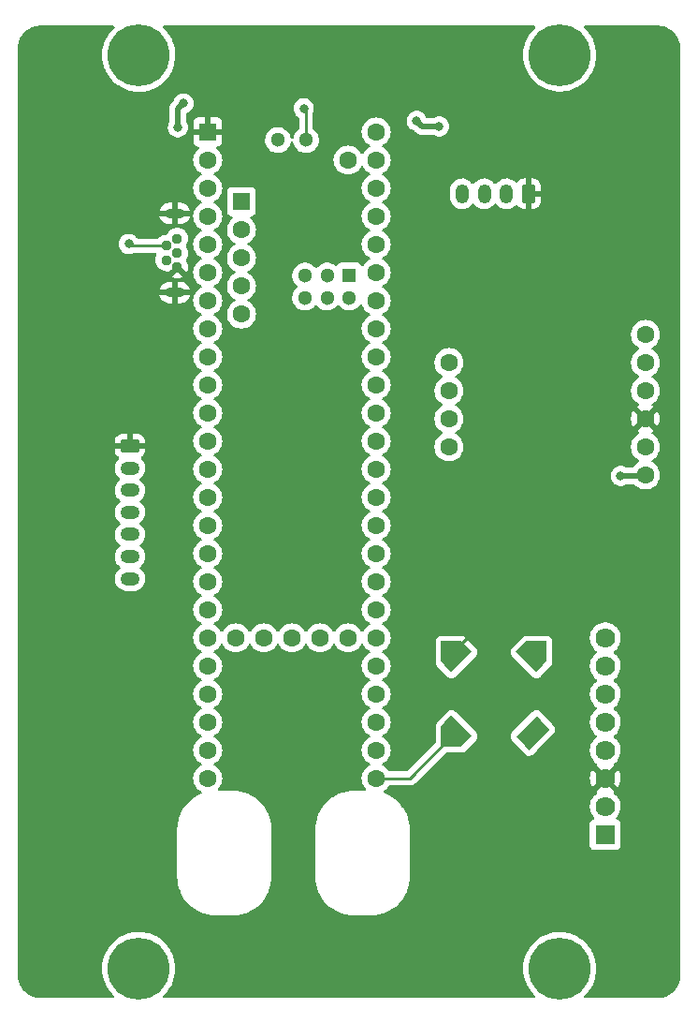
<source format=gbr>
%TF.GenerationSoftware,KiCad,Pcbnew,(6.0.7)*%
%TF.CreationDate,2023-03-09T00:13:32-05:00*%
%TF.ProjectId,board_one_teensy_22,626f6172-645f-46f6-9e65-5f7465656e73,rev?*%
%TF.SameCoordinates,Original*%
%TF.FileFunction,Copper,L2,Bot*%
%TF.FilePolarity,Positive*%
%FSLAX46Y46*%
G04 Gerber Fmt 4.6, Leading zero omitted, Abs format (unit mm)*
G04 Created by KiCad (PCBNEW (6.0.7)) date 2023-03-09 00:13:32*
%MOMM*%
%LPD*%
G01*
G04 APERTURE LIST*
G04 Aperture macros list*
%AMRoundRect*
0 Rectangle with rounded corners*
0 $1 Rounding radius*
0 $2 $3 $4 $5 $6 $7 $8 $9 X,Y pos of 4 corners*
0 Add a 4 corners polygon primitive as box body*
4,1,4,$2,$3,$4,$5,$6,$7,$8,$9,$2,$3,0*
0 Add four circle primitives for the rounded corners*
1,1,$1+$1,$2,$3*
1,1,$1+$1,$4,$5*
1,1,$1+$1,$6,$7*
1,1,$1+$1,$8,$9*
0 Add four rect primitives between the rounded corners*
20,1,$1+$1,$2,$3,$4,$5,0*
20,1,$1+$1,$4,$5,$6,$7,0*
20,1,$1+$1,$6,$7,$8,$9,0*
20,1,$1+$1,$8,$9,$2,$3,0*%
%AMFreePoly0*
4,1,37,0.398023,1.495517,0.398128,1.495556,0.399791,1.494784,0.401455,1.494095,0.401497,1.493993,0.401599,1.493946,1.553680,0.241865,1.554310,0.240145,1.555000,0.238480,1.554957,0.238377,1.554996,0.238272,1.554225,0.236608,1.553535,0.234944,-0.284944,-1.603536,-0.285047,-1.603579,-0.285094,-1.603680,-0.286794,-1.604303,-0.288480,-1.605001,-0.288584,-1.604958,-0.288688,-1.604996,
-0.290327,-1.604236,-0.292016,-1.603536,-0.292059,-1.603432,-0.292159,-1.603386,-1.444239,-0.351306,-1.444858,-0.349617,-1.445561,-0.347920,-1.445518,-0.347816,-1.445556,-0.347712,-1.444796,-0.346073,-1.444096,-0.344384,0.394384,1.494095,0.394487,1.494138,0.394534,1.494239,0.396244,1.494866,0.397920,1.495560,0.398023,1.495517,0.398023,1.495517,$1*%
%AMFreePoly1*
4,1,32,1.153536,1.153536,1.155000,1.150000,1.155000,-0.688480,1.154296,-0.690181,1.153630,-0.691919,0.251550,-1.643999,0.251482,-1.644029,0.251455,-1.644095,0.249776,-1.644791,0.248055,-1.645559,0.247986,-1.645533,0.247920,-1.645560,0.246234,-1.644862,0.244481,-1.644190,0.244451,-1.644123,0.244384,-1.644095,-1.594096,0.194384,-1.594808,0.196102,-1.595559,0.197785,-1.595533,0.197853,
-1.595561,0.197920,-1.594849,0.199638,-1.594190,0.201359,-0.692109,1.153439,-0.692044,1.153468,-0.692016,1.153536,-0.690307,1.154244,-0.688615,1.154999,-0.688546,1.154973,-0.688480,1.155000,1.150000,1.155000,1.153536,1.153536,1.153536,1.153536,$1*%
%AMFreePoly2*
4,1,32,0.688546,1.154973,0.688615,1.154999,0.690313,1.154241,0.692016,1.153536,0.692044,1.153468,0.692110,1.153439,1.594190,0.201359,1.594864,0.199600,1.595560,0.197920,1.595533,0.197854,1.595559,0.197785,1.594794,0.196071,1.594095,0.194384,-0.244384,-1.644096,-0.244452,-1.644124,-0.244481,-1.644190,-0.246202,-1.644849,-0.247920,-1.645561,-0.247987,-1.645533,-0.248055,-1.645559,
-0.249731,-1.644810,-0.251456,-1.644096,-0.251484,-1.644028,-0.251549,-1.643999,-1.153630,-0.691919,-1.154296,-0.690181,-1.155000,-0.688480,-1.155000,1.150000,-1.153536,1.153536,-1.150000,1.155000,0.688480,1.155000,0.688546,1.154973,0.688546,1.154973,$1*%
%AMFreePoly3*
4,1,32,-0.246202,1.644849,-0.244481,1.644190,-0.244452,1.644124,-0.244384,1.644096,1.594095,-0.194384,1.594794,-0.196071,1.595559,-0.197785,1.595533,-0.197854,1.595560,-0.197920,1.594864,-0.199600,1.594190,-0.201359,0.692110,-1.153439,0.692044,-1.153468,0.692016,-1.153536,0.690313,-1.154241,0.688615,-1.154999,0.688546,-1.154973,0.688480,-1.155000,-1.150000,-1.155000,-1.153536,-1.153536,
-1.155000,-1.150000,-1.155000,0.688480,-1.154296,0.690181,-1.153630,0.691919,-0.251549,1.643999,-0.251484,1.644028,-0.251456,1.644096,-0.249731,1.644810,-0.248055,1.645559,-0.247987,1.645533,-0.247920,1.645561,-0.246202,1.644849,-0.246202,1.644849,$1*%
G04 Aperture macros list end*
%TA.AperFunction,ComponentPad*%
%ADD10R,1.780000X1.780000*%
%TD*%
%TA.AperFunction,ComponentPad*%
%ADD11C,1.780000*%
%TD*%
%TA.AperFunction,ComponentPad*%
%ADD12C,3.600000*%
%TD*%
%TA.AperFunction,ConnectorPad*%
%ADD13C,5.600000*%
%TD*%
%TA.AperFunction,ComponentPad*%
%ADD14RoundRect,0.250000X-0.625000X0.350000X-0.625000X-0.350000X0.625000X-0.350000X0.625000X0.350000X0*%
%TD*%
%TA.AperFunction,ComponentPad*%
%ADD15O,1.750000X1.200000*%
%TD*%
%TA.AperFunction,ComponentPad*%
%ADD16C,1.600000*%
%TD*%
%TA.AperFunction,ComponentPad*%
%ADD17C,0.958000*%
%TD*%
%TA.AperFunction,ComponentPad*%
%ADD18O,1.816000X0.908000*%
%TD*%
%TA.AperFunction,ComponentPad*%
%ADD19R,1.600000X1.600000*%
%TD*%
%TA.AperFunction,ComponentPad*%
%ADD20R,1.300000X1.300000*%
%TD*%
%TA.AperFunction,ComponentPad*%
%ADD21C,1.300000*%
%TD*%
%TA.AperFunction,ComponentPad*%
%ADD22RoundRect,0.250000X0.350000X0.625000X-0.350000X0.625000X-0.350000X-0.625000X0.350000X-0.625000X0*%
%TD*%
%TA.AperFunction,ComponentPad*%
%ADD23O,1.200000X1.750000*%
%TD*%
%TA.AperFunction,SMDPad,CuDef*%
%ADD24FreePoly0,0.000000*%
%TD*%
%TA.AperFunction,SMDPad,CuDef*%
%ADD25FreePoly1,0.000000*%
%TD*%
%TA.AperFunction,SMDPad,CuDef*%
%ADD26FreePoly2,0.000000*%
%TD*%
%TA.AperFunction,SMDPad,CuDef*%
%ADD27FreePoly3,0.000000*%
%TD*%
%TA.AperFunction,ViaPad*%
%ADD28C,0.800000*%
%TD*%
%TA.AperFunction,Conductor*%
%ADD29C,0.508000*%
%TD*%
%TA.AperFunction,Conductor*%
%ADD30C,0.203200*%
%TD*%
%TA.AperFunction,Conductor*%
%ADD31C,0.250000*%
%TD*%
G04 APERTURE END LIST*
D10*
%TO.P,U3,1,VIN*%
%TO.N,/3.3V*%
X160830000Y-123700000D03*
D11*
%TO.P,U3,2,3VO*%
%TO.N,unconnected-(U3-Pad2)*%
X160830000Y-121160000D03*
%TO.P,U3,3,GND*%
%TO.N,GND*%
X160830000Y-118620000D03*
%TO.P,U3,4,SCK/SCL*%
%TO.N,/SCL 0*%
X160830000Y-116080000D03*
%TO.P,U3,5,SDO/ADR*%
%TO.N,unconnected-(U3-Pad5)*%
X160830000Y-113540000D03*
%TO.P,U3,6,SDI/SDA*%
%TO.N,/SDA 0*%
X160830000Y-111000000D03*
%TO.P,U3,7,~{CS}*%
%TO.N,unconnected-(U3-Pad7)*%
X160830000Y-108460000D03*
%TO.P,U3,8,INT*%
%TO.N,unconnected-(U3-Pad8)*%
X160830000Y-105920000D03*
%TD*%
D12*
%TO.P,H1,1,1*%
%TO.N,unconnected-(H1-Pad1)*%
X118614971Y-53255682D03*
D13*
X118614971Y-53255682D03*
%TD*%
D14*
%TO.P,J2,1,Pin_1*%
%TO.N,GND*%
X117820000Y-88560000D03*
D15*
%TO.P,J2,2,Pin_2*%
%TO.N,/V_BATT*%
X117820000Y-90560000D03*
%TO.P,J2,3,Pin_3*%
%TO.N,/PYRO 1*%
X117820000Y-92560000D03*
%TO.P,J2,4,Pin_4*%
%TO.N,/PYRO 2*%
X117820000Y-94560000D03*
%TO.P,J2,5,Pin_5*%
%TO.N,/ARM*%
X117820000Y-96560000D03*
%TO.P,J2,6,Pin_6*%
%TO.N,/CONT 1*%
X117820000Y-98560000D03*
%TO.P,J2,7,Pin_7*%
%TO.N,/CONT 2*%
X117820000Y-100560000D03*
%TD*%
D12*
%TO.P,H4,1*%
%TO.N,N/C*%
X118603304Y-135797904D03*
D13*
X118603304Y-135797904D03*
%TD*%
D12*
%TO.P,H3,1*%
%TO.N,N/C*%
X156706146Y-53242782D03*
D13*
X156706146Y-53242782D03*
%TD*%
D16*
%TO.P,U2,10,PS0*%
%TO.N,unconnected-(U2-Pad10)*%
X146690000Y-88650000D03*
%TO.P,U2,9,PS1*%
%TO.N,unconnected-(U2-Pad9)*%
X146690000Y-86110000D03*
%TO.P,U2,8,INT*%
%TO.N,unconnected-(U2-Pad8)*%
X146690000Y-83570000D03*
%TO.P,U2,7,ADR*%
%TO.N,unconnected-(U2-Pad7)*%
X146690000Y-81030000D03*
%TO.P,U2,6,RST*%
%TO.N,unconnected-(U2-Pad6)*%
X164470000Y-78490000D03*
%TO.P,U2,5,SCL*%
%TO.N,/SCL 0*%
X164470000Y-81030000D03*
%TO.P,U2,4,SDA*%
%TO.N,/SDA 0*%
X164470000Y-83570000D03*
%TO.P,U2,3,GND*%
%TO.N,GND*%
X164470000Y-86110000D03*
%TO.P,U2,2,3VO*%
%TO.N,unconnected-(U2-Pad2)*%
X164470000Y-88650000D03*
%TO.P,U2,1,VIN*%
%TO.N,/3.3V*%
X164470000Y-91190000D03*
%TD*%
D17*
%TO.P,J3,1,VCC*%
%TO.N,/V_USB*%
X122092500Y-69830000D03*
%TO.P,J3,2,D-*%
%TO.N,Net-(J3-Pad2)*%
X121092500Y-70480000D03*
%TO.P,J3,3,D+*%
%TO.N,Net-(J3-Pad3)*%
X122092500Y-71130000D03*
%TO.P,J3,4,ID*%
%TO.N,unconnected-(J3-Pad4)*%
X121092500Y-71780000D03*
%TO.P,J3,5,GND*%
%TO.N,GND*%
X122092500Y-72430000D03*
D18*
%TO.P,J3,S1,SHIELD*%
X121872500Y-67555000D03*
%TO.P,J3,S2,SHIELD*%
X121872500Y-74705000D03*
%TD*%
D12*
%TO.P,H2,1*%
%TO.N,N/C*%
X156701211Y-135804448D03*
D13*
X156701211Y-135804448D03*
%TD*%
D19*
%TO.P,U1,1,GND*%
%TO.N,GND*%
X124855000Y-60190000D03*
D16*
%TO.P,U1,2,0_RX1_CRX2_CS1*%
%TO.N,unconnected-(U1-Pad2)*%
X124855000Y-62730000D03*
%TO.P,U1,3,1_TX1_CTX2_MISO1*%
%TO.N,unconnected-(U1-Pad3)*%
X124855000Y-65270000D03*
%TO.P,U1,4,2_OUT2*%
%TO.N,unconnected-(U1-Pad4)*%
X124855000Y-67810000D03*
%TO.P,U1,5,3_LRCLK2*%
%TO.N,unconnected-(U1-Pad5)*%
X124855000Y-70350000D03*
%TO.P,U1,6,4_BCLK2*%
%TO.N,unconnected-(U1-Pad6)*%
X124855000Y-72890000D03*
%TO.P,U1,7,5_IN2*%
%TO.N,unconnected-(U1-Pad7)*%
X124855000Y-75430000D03*
%TO.P,U1,8,6_OUT1D*%
%TO.N,unconnected-(U1-Pad8)*%
X124855000Y-77970000D03*
%TO.P,U1,9,7_RX2_OUT1A*%
%TO.N,unconnected-(U1-Pad9)*%
X124855000Y-80510000D03*
%TO.P,U1,10,8_TX2_IN1*%
%TO.N,unconnected-(U1-Pad10)*%
X124855000Y-83050000D03*
%TO.P,U1,11,9_OUT1C*%
%TO.N,unconnected-(U1-Pad11)*%
X124855000Y-85590000D03*
%TO.P,U1,12,10_CS_MQSR*%
%TO.N,unconnected-(U1-Pad12)*%
X124855000Y-88130000D03*
%TO.P,U1,13,11_MOSI_CTX1*%
%TO.N,unconnected-(U1-Pad13)*%
X124855000Y-90670000D03*
%TO.P,U1,14,12_MISO_MQSL*%
%TO.N,unconnected-(U1-Pad14)*%
X124855000Y-93210000D03*
%TO.P,U1,15,3V3*%
%TO.N,/3.3V*%
X124855000Y-95750000D03*
%TO.P,U1,16,24_A10_TX6_SCL2*%
%TO.N,/PYRO 1*%
X124855000Y-98290000D03*
%TO.P,U1,17,25_A11_RX6_SDA2*%
%TO.N,/PYRO 2*%
X124855000Y-100830000D03*
%TO.P,U1,18,26_A12_MOSI1*%
%TO.N,/ARM*%
X124855000Y-103370000D03*
%TO.P,U1,19,27_A13_SCK1*%
%TO.N,unconnected-(U1-Pad19)*%
X124855000Y-105910000D03*
%TO.P,U1,20,28_RX7*%
%TO.N,unconnected-(U1-Pad20)*%
X124855000Y-108450000D03*
%TO.P,U1,21,29_TX7*%
%TO.N,unconnected-(U1-Pad21)*%
X124855000Y-110990000D03*
%TO.P,U1,22,30_CRX3*%
%TO.N,unconnected-(U1-Pad22)*%
X124855000Y-113530000D03*
%TO.P,U1,23,31_CTX3*%
%TO.N,unconnected-(U1-Pad23)*%
X124855000Y-116070000D03*
%TO.P,U1,24,32_OUT1B*%
%TO.N,unconnected-(U1-Pad24)*%
X124855000Y-118610000D03*
%TO.P,U1,25,33_MCLK2*%
%TO.N,/BUZZER*%
X140095000Y-118610000D03*
%TO.P,U1,26,34_RX8*%
%TO.N,/NEOPIXEL*%
X140095000Y-116070000D03*
%TO.P,U1,27,35_TX8*%
%TO.N,unconnected-(U1-Pad27)*%
X140095000Y-113530000D03*
%TO.P,U1,28,36_CS*%
%TO.N,unconnected-(U1-Pad28)*%
X140095000Y-110990000D03*
%TO.P,U1,29,37_CS*%
%TO.N,unconnected-(U1-Pad29)*%
X140095000Y-108450000D03*
%TO.P,U1,30,38_CS1_IN1*%
%TO.N,unconnected-(U1-Pad30)*%
X140095000Y-105910000D03*
%TO.P,U1,31,39_MISO1_OUT1A*%
%TO.N,unconnected-(U1-Pad31)*%
X140095000Y-103370000D03*
%TO.P,U1,32,40_A16*%
%TO.N,/CONT 2*%
X140095000Y-100830000D03*
%TO.P,U1,33,41_A17*%
%TO.N,/CONT 1*%
X140095000Y-98290000D03*
%TO.P,U1,34,GND*%
%TO.N,unconnected-(U1-Pad34)*%
X140095000Y-95750000D03*
%TO.P,U1,35,13_SCK_LED*%
%TO.N,unconnected-(U1-Pad35)*%
X140095000Y-93210000D03*
%TO.P,U1,36,14_A0_TX3_SPDIF_OUT*%
%TO.N,unconnected-(U1-Pad36)*%
X140095000Y-90670000D03*
%TO.P,U1,37,15_A1_RX3_SPDIF_IN*%
%TO.N,unconnected-(U1-Pad37)*%
X140095000Y-88130000D03*
%TO.P,U1,38,16_A2_RX4_SCL1*%
%TO.N,unconnected-(U1-Pad38)*%
X140095000Y-85590000D03*
%TO.P,U1,39,17_A3_TX4_SDA1*%
%TO.N,unconnected-(U1-Pad39)*%
X140095000Y-83050000D03*
%TO.P,U1,40,18_A4_SDA*%
%TO.N,/SDA 0*%
X140095000Y-80510000D03*
%TO.P,U1,41,19_A5_SCL*%
%TO.N,/SCL 0*%
X140095000Y-77970000D03*
%TO.P,U1,42,20_A6_TX5_LRCLK1*%
%TO.N,/TX 0*%
X140095000Y-75430000D03*
%TO.P,U1,43,21_A7_RX5_BCLK1*%
%TO.N,/RX 0*%
X140095000Y-72890000D03*
%TO.P,U1,44,22_A8_CTX1*%
%TO.N,Net-(R4-Pad2)*%
X140095000Y-70350000D03*
%TO.P,U1,45,23_A9_CRX1_MCLK1*%
%TO.N,unconnected-(U1-Pad45)*%
X140095000Y-67810000D03*
%TO.P,U1,46,3V3*%
%TO.N,unconnected-(U1-Pad46)*%
X140095000Y-65270000D03*
%TO.P,U1,47,GND*%
%TO.N,unconnected-(U1-Pad47)*%
X140095000Y-62730000D03*
%TO.P,U1,48,VIN*%
%TO.N,/VIN*%
X140095000Y-60190000D03*
%TO.P,U1,49,VUSB*%
%TO.N,unconnected-(U1-Pad49)*%
X137555000Y-62730000D03*
%TO.P,U1,50,VBAT*%
%TO.N,unconnected-(U1-Pad50)*%
X127395000Y-105910000D03*
%TO.P,U1,51,3V3*%
%TO.N,unconnected-(U1-Pad51)*%
X129935000Y-105910000D03*
%TO.P,U1,52,GND*%
%TO.N,unconnected-(U1-Pad52)*%
X132475000Y-105910000D03*
%TO.P,U1,53,PROGRAM*%
%TO.N,unconnected-(U1-Pad53)*%
X135015000Y-105910000D03*
%TO.P,U1,54,ON_OFF*%
%TO.N,unconnected-(U1-Pad54)*%
X137555000Y-105910000D03*
D19*
%TO.P,U1,55,5V*%
%TO.N,unconnected-(U1-Pad55)*%
X127905800Y-66489200D03*
D16*
%TO.P,U1,56,D-*%
%TO.N,unconnected-(U1-Pad56)*%
X127905800Y-69029200D03*
%TO.P,U1,57,D+*%
%TO.N,unconnected-(U1-Pad57)*%
X127905800Y-71569200D03*
%TO.P,U1,58,GND*%
%TO.N,unconnected-(U1-Pad58)*%
X127905800Y-74109200D03*
%TO.P,U1,59,GND*%
%TO.N,unconnected-(U1-Pad59)*%
X127905800Y-76649200D03*
D20*
%TO.P,U1,60,R+*%
%TO.N,unconnected-(U1-Pad60)*%
X137656600Y-73160000D03*
D21*
%TO.P,U1,61,LED*%
%TO.N,unconnected-(U1-Pad61)*%
X135656600Y-73160000D03*
%TO.P,U1,62,T-*%
%TO.N,unconnected-(U1-Pad62)*%
X133656600Y-73160000D03*
%TO.P,U1,63,T+*%
%TO.N,unconnected-(U1-Pad63)*%
X133656600Y-75160000D03*
%TO.P,U1,64,GND*%
%TO.N,unconnected-(U1-Pad64)*%
X135656600Y-75160000D03*
%TO.P,U1,65,R-*%
%TO.N,unconnected-(U1-Pad65)*%
X137656600Y-75160000D03*
%TO.P,U1,66,D-*%
%TO.N,Net-(J3-Pad2)*%
X133745000Y-60920000D03*
%TO.P,U1,67,D+*%
%TO.N,Net-(J3-Pad3)*%
X131205000Y-60920000D03*
%TD*%
D22*
%TO.P,J1,1,Pin_1*%
%TO.N,GND*%
X153880000Y-65780000D03*
D23*
%TO.P,J1,2,Pin_2*%
%TO.N,/V_BATT*%
X151880000Y-65780000D03*
%TO.P,J1,3,Pin_3*%
%TO.N,/TX 0*%
X149880000Y-65780000D03*
%TO.P,J1,4,Pin_4*%
%TO.N,/RX 0*%
X147880000Y-65780000D03*
%TD*%
D24*
%TO.P,LS1,2*%
%TO.N,N/C*%
X154208250Y-114452000D03*
D25*
%TO.P,LS1,4*%
X154358250Y-107402000D03*
D26*
%TO.P,LS1,N*%
%TO.N,GND*%
X147158250Y-107402000D03*
D27*
%TO.P,LS1,P*%
%TO.N,/BUZZER*%
X147158250Y-114602000D03*
%TD*%
D28*
%TO.N,/V_BATT*%
X145796000Y-59690000D03*
X143764000Y-59182000D03*
%TO.N,GND*%
X163068000Y-116078000D03*
X118130000Y-115520000D03*
X161544000Y-87884000D03*
X144272000Y-65786000D03*
X119420700Y-74676000D03*
X115620000Y-104480000D03*
X155670000Y-68800000D03*
X121666000Y-66040000D03*
%TO.N,/3.3V*%
X162220000Y-91270000D03*
%TO.N,/V_USB*%
X122150000Y-59773500D03*
X122660000Y-57605500D03*
%TO.N,Net-(J3-Pad2)*%
X133546500Y-58066500D03*
X117713700Y-70320000D03*
%TD*%
D29*
%TO.N,/V_BATT*%
X144272000Y-59690000D02*
X145796000Y-59690000D01*
X143764000Y-59182000D02*
X144272000Y-59690000D01*
D30*
%TO.N,GND*%
X119420700Y-74676000D02*
X119380000Y-74716700D01*
D31*
X147158250Y-107095750D02*
X149860000Y-104394000D01*
X147158250Y-107402000D02*
X147158250Y-107095750D01*
%TO.N,/BUZZER*%
X147158250Y-114602000D02*
X143150250Y-118610000D01*
X143150250Y-118610000D02*
X140095000Y-118610000D01*
D29*
%TO.N,/3.3V*%
X162220000Y-91270000D02*
X164390000Y-91270000D01*
X164390000Y-91270000D02*
X164470000Y-91190000D01*
%TO.N,/V_USB*%
X122150000Y-59773500D02*
X122150000Y-58115500D01*
X122150000Y-58115500D02*
X122660000Y-57605500D01*
D31*
%TO.N,Net-(J3-Pad2)*%
X133745000Y-60920000D02*
X133745000Y-58265000D01*
X117713700Y-70320000D02*
X117873700Y-70480000D01*
X133745000Y-58265000D02*
X133546500Y-58066500D01*
X117873700Y-70480000D02*
X121092500Y-70480000D01*
%TD*%
%TA.AperFunction,Conductor*%
%TO.N,GND*%
G36*
X116377135Y-50603502D02*
G01*
X116423628Y-50657158D01*
X116433732Y-50727432D01*
X116404238Y-50792012D01*
X116395430Y-50801195D01*
X116215530Y-50970725D01*
X115982790Y-51243228D01*
X115980871Y-51246040D01*
X115980868Y-51246045D01*
X115894883Y-51372095D01*
X115780842Y-51539273D01*
X115612048Y-51855396D01*
X115478382Y-52187900D01*
X115477462Y-52191174D01*
X115477460Y-52191179D01*
X115432864Y-52349836D01*
X115381408Y-52532895D01*
X115380846Y-52536252D01*
X115380846Y-52536253D01*
X115323850Y-52876852D01*
X115322261Y-52886345D01*
X115301632Y-53244116D01*
X115301804Y-53247511D01*
X115301804Y-53247512D01*
X115319280Y-53592483D01*
X115319763Y-53602022D01*
X115320300Y-53605377D01*
X115320301Y-53605383D01*
X115325287Y-53636510D01*
X115376441Y-53955877D01*
X115471004Y-54301541D01*
X115482659Y-54331128D01*
X115597264Y-54622070D01*
X115602345Y-54634970D01*
X115633122Y-54693591D01*
X115763646Y-54942203D01*
X115768928Y-54952264D01*
X115770829Y-54955093D01*
X115770835Y-54955103D01*
X115954540Y-55228482D01*
X115968805Y-55249711D01*
X116199636Y-55523832D01*
X116458722Y-55771420D01*
X116743032Y-55989579D01*
X116775027Y-56009032D01*
X117046326Y-56173985D01*
X117046331Y-56173988D01*
X117049241Y-56175757D01*
X117052329Y-56177203D01*
X117052328Y-56177203D01*
X117370681Y-56326331D01*
X117370691Y-56326335D01*
X117373765Y-56327775D01*
X117376983Y-56328877D01*
X117376986Y-56328878D01*
X117709586Y-56442753D01*
X117709594Y-56442755D01*
X117712809Y-56443856D01*
X118062406Y-56522641D01*
X118114699Y-56528599D01*
X118415085Y-56562824D01*
X118415093Y-56562824D01*
X118418468Y-56563209D01*
X118421872Y-56563227D01*
X118421875Y-56563227D01*
X118616198Y-56564244D01*
X118776828Y-56565085D01*
X118780214Y-56564735D01*
X118780216Y-56564735D01*
X119129903Y-56528599D01*
X119129912Y-56528598D01*
X119133295Y-56528248D01*
X119136628Y-56527534D01*
X119136631Y-56527533D01*
X119309157Y-56490546D01*
X119483698Y-56453128D01*
X119823939Y-56340604D01*
X120150037Y-56191993D01*
X120244023Y-56136188D01*
X120455233Y-56010781D01*
X120455238Y-56010778D01*
X120458178Y-56009032D01*
X120498906Y-55978453D01*
X120556066Y-55935536D01*
X120744757Y-55793862D01*
X121006422Y-55549001D01*
X121240111Y-55277312D01*
X121346721Y-55122194D01*
X121441161Y-54984783D01*
X121441166Y-54984776D01*
X121443091Y-54981974D01*
X121444703Y-54978980D01*
X121444708Y-54978972D01*
X121611366Y-54669454D01*
X121612988Y-54666442D01*
X121747813Y-54334406D01*
X121752422Y-54318228D01*
X121778498Y-54226688D01*
X121845991Y-53989752D01*
X121906372Y-53636510D01*
X121906957Y-53626957D01*
X121928139Y-53280610D01*
X121928249Y-53278813D01*
X121928294Y-53265913D01*
X121928324Y-53257501D01*
X121928324Y-53257488D01*
X121928330Y-53255682D01*
X121908950Y-52897841D01*
X121851037Y-52544187D01*
X121755268Y-52198855D01*
X121752214Y-52191179D01*
X121624023Y-51869051D01*
X121622764Y-51865887D01*
X121519931Y-51671669D01*
X121456673Y-51552195D01*
X121456669Y-51552188D01*
X121455074Y-51549176D01*
X121254161Y-51252428D01*
X121022374Y-50979114D01*
X121002672Y-50960417D01*
X120834572Y-50800897D01*
X120798928Y-50739497D01*
X120802137Y-50668573D01*
X120843181Y-50610643D01*
X120909029Y-50584099D01*
X120921305Y-50583500D01*
X154386499Y-50583500D01*
X154454620Y-50603502D01*
X154501113Y-50657158D01*
X154511217Y-50727432D01*
X154481723Y-50792012D01*
X154472912Y-50801199D01*
X154309190Y-50955483D01*
X154306705Y-50957825D01*
X154304493Y-50960415D01*
X154304491Y-50960417D01*
X154290525Y-50976769D01*
X154073965Y-51230328D01*
X154072046Y-51233140D01*
X154072043Y-51233145D01*
X154058889Y-51252428D01*
X153872017Y-51526373D01*
X153703223Y-51842496D01*
X153569557Y-52175000D01*
X153568637Y-52178274D01*
X153568635Y-52178279D01*
X153520413Y-52349836D01*
X153472583Y-52519995D01*
X153472021Y-52523352D01*
X153472021Y-52523353D01*
X153455871Y-52619865D01*
X153413436Y-52873445D01*
X153392807Y-53231216D01*
X153392979Y-53234611D01*
X153392979Y-53234612D01*
X153393955Y-53253876D01*
X153410938Y-53589122D01*
X153411475Y-53592477D01*
X153411476Y-53592483D01*
X153416462Y-53623610D01*
X153467616Y-53942977D01*
X153562179Y-54288641D01*
X153693520Y-54622070D01*
X153860103Y-54939364D01*
X153862004Y-54942193D01*
X153862010Y-54942203D01*
X153890623Y-54984783D01*
X154059980Y-55236811D01*
X154290811Y-55510932D01*
X154549897Y-55758520D01*
X154834207Y-55976679D01*
X154866202Y-55996132D01*
X155137501Y-56161085D01*
X155137506Y-56161088D01*
X155140416Y-56162857D01*
X155143504Y-56164303D01*
X155143503Y-56164303D01*
X155461856Y-56313431D01*
X155461866Y-56313435D01*
X155464940Y-56314875D01*
X155468158Y-56315977D01*
X155468161Y-56315978D01*
X155800761Y-56429853D01*
X155800769Y-56429855D01*
X155803984Y-56430956D01*
X156153581Y-56509741D01*
X156205874Y-56515699D01*
X156506260Y-56549924D01*
X156506268Y-56549924D01*
X156509643Y-56550309D01*
X156513047Y-56550327D01*
X156513050Y-56550327D01*
X156707373Y-56551344D01*
X156868003Y-56552185D01*
X156871389Y-56551835D01*
X156871391Y-56551835D01*
X157221078Y-56515699D01*
X157221087Y-56515698D01*
X157224470Y-56515348D01*
X157227803Y-56514634D01*
X157227806Y-56514633D01*
X157400332Y-56477646D01*
X157574873Y-56440228D01*
X157915114Y-56327704D01*
X158241212Y-56179093D01*
X158335198Y-56123288D01*
X158546408Y-55997881D01*
X158546413Y-55997878D01*
X158549353Y-55996132D01*
X158560853Y-55987498D01*
X158816028Y-55795906D01*
X158835932Y-55780962D01*
X159097597Y-55536101D01*
X159331286Y-55264412D01*
X159523470Y-54984783D01*
X159532336Y-54971883D01*
X159532341Y-54971876D01*
X159534266Y-54969074D01*
X159535878Y-54966080D01*
X159535883Y-54966072D01*
X159702541Y-54656554D01*
X159704163Y-54653542D01*
X159838988Y-54321506D01*
X159849288Y-54285350D01*
X159869673Y-54213788D01*
X159937166Y-53976852D01*
X159997547Y-53623610D01*
X159998868Y-53602022D01*
X160019314Y-53267710D01*
X160019424Y-53265913D01*
X160019466Y-53253876D01*
X160019499Y-53244601D01*
X160019499Y-53244588D01*
X160019505Y-53242782D01*
X160000125Y-52884941D01*
X159942212Y-52531287D01*
X159846443Y-52185955D01*
X159843389Y-52178279D01*
X159720332Y-51869051D01*
X159713939Y-51852987D01*
X159617936Y-51671669D01*
X159547848Y-51539295D01*
X159547844Y-51539288D01*
X159546249Y-51536276D01*
X159345336Y-51239528D01*
X159113549Y-50966214D01*
X158939341Y-50800897D01*
X158903697Y-50739497D01*
X158906906Y-50668573D01*
X158947950Y-50610643D01*
X159013798Y-50584099D01*
X159026074Y-50583500D01*
X165550633Y-50583500D01*
X165570018Y-50585000D01*
X165584851Y-50587310D01*
X165584855Y-50587310D01*
X165593724Y-50588691D01*
X165602626Y-50587527D01*
X165602629Y-50587527D01*
X165610012Y-50586561D01*
X165634591Y-50585767D01*
X165661442Y-50587527D01*
X165856922Y-50600340D01*
X165873262Y-50602491D01*
X165995477Y-50626801D01*
X166117696Y-50651112D01*
X166133606Y-50655375D01*
X166360609Y-50732432D01*
X166369600Y-50735484D01*
X166384826Y-50741791D01*
X166608342Y-50852016D01*
X166622616Y-50860257D01*
X166829829Y-50998713D01*
X166842905Y-51008746D01*
X167030278Y-51173068D01*
X167041932Y-51184722D01*
X167206254Y-51372095D01*
X167216287Y-51385171D01*
X167354743Y-51592384D01*
X167362984Y-51606658D01*
X167473209Y-51830174D01*
X167479515Y-51845398D01*
X167559625Y-52081394D01*
X167563888Y-52097304D01*
X167581280Y-52184739D01*
X167612509Y-52341738D01*
X167614660Y-52358078D01*
X167628763Y-52573236D01*
X167627733Y-52596350D01*
X167627690Y-52599854D01*
X167626309Y-52608724D01*
X167627473Y-52617626D01*
X167627473Y-52617628D01*
X167630436Y-52640283D01*
X167631500Y-52656621D01*
X167631500Y-136385633D01*
X167630000Y-136405018D01*
X167627690Y-136419851D01*
X167627690Y-136419855D01*
X167626309Y-136428724D01*
X167627473Y-136437626D01*
X167627473Y-136437629D01*
X167628439Y-136445012D01*
X167629233Y-136469591D01*
X167614660Y-136691922D01*
X167612509Y-136708262D01*
X167578370Y-136879894D01*
X167563889Y-136952693D01*
X167559625Y-136968606D01*
X167525312Y-137069689D01*
X167479516Y-137204600D01*
X167473209Y-137219826D01*
X167362984Y-137443342D01*
X167354743Y-137457616D01*
X167216287Y-137664829D01*
X167206254Y-137677905D01*
X167041932Y-137865278D01*
X167030278Y-137876932D01*
X166842905Y-138041254D01*
X166829829Y-138051287D01*
X166622616Y-138189743D01*
X166608342Y-138197984D01*
X166384826Y-138308209D01*
X166369602Y-138314515D01*
X166133606Y-138394625D01*
X166117696Y-138398888D01*
X165995478Y-138423199D01*
X165873262Y-138447509D01*
X165856922Y-138449660D01*
X165708134Y-138459413D01*
X165641763Y-138463763D01*
X165618650Y-138462733D01*
X165615146Y-138462690D01*
X165606276Y-138461309D01*
X165597374Y-138462473D01*
X165597372Y-138462473D01*
X165583915Y-138464233D01*
X165574714Y-138465436D01*
X165558379Y-138466500D01*
X159017678Y-138466500D01*
X158949557Y-138446498D01*
X158903064Y-138392842D01*
X158892960Y-138322568D01*
X158922454Y-138257988D01*
X158931586Y-138248499D01*
X158994374Y-138189743D01*
X159092662Y-138097767D01*
X159326351Y-137826078D01*
X159437174Y-137664829D01*
X159527401Y-137533549D01*
X159527406Y-137533542D01*
X159529331Y-137530740D01*
X159530943Y-137527746D01*
X159530948Y-137527738D01*
X159697606Y-137218220D01*
X159699228Y-137215208D01*
X159834053Y-136883172D01*
X159844353Y-136847016D01*
X159883878Y-136708262D01*
X159932231Y-136538518D01*
X159992612Y-136185276D01*
X159993013Y-136178732D01*
X160014379Y-135829376D01*
X160014489Y-135827579D01*
X160014570Y-135804448D01*
X159995190Y-135446607D01*
X159937277Y-135092953D01*
X159841508Y-134747621D01*
X159840215Y-134744370D01*
X159710263Y-134417817D01*
X159709004Y-134414653D01*
X159678979Y-134357946D01*
X159542913Y-134100961D01*
X159542909Y-134100954D01*
X159541314Y-134097942D01*
X159340401Y-133801194D01*
X159337247Y-133797474D01*
X159244717Y-133688367D01*
X159108614Y-133527880D01*
X158848665Y-133281198D01*
X158563595Y-133064033D01*
X158560683Y-133062276D01*
X158560678Y-133062273D01*
X158259654Y-132880684D01*
X158259648Y-132880681D01*
X158256739Y-132878926D01*
X157931686Y-132728041D01*
X157761962Y-132670593D01*
X157595466Y-132614237D01*
X157595461Y-132614236D01*
X157592239Y-132613145D01*
X157393892Y-132569172D01*
X157245704Y-132536319D01*
X157245698Y-132536318D01*
X157242369Y-132535580D01*
X157238980Y-132535206D01*
X157238975Y-132535205D01*
X156889549Y-132496628D01*
X156889544Y-132496628D01*
X156886168Y-132496255D01*
X156882769Y-132496249D01*
X156882768Y-132496249D01*
X156713291Y-132495953D01*
X156527803Y-132495630D01*
X156414624Y-132507725D01*
X156174850Y-132533349D01*
X156174842Y-132533350D01*
X156171467Y-132533711D01*
X155821328Y-132610054D01*
X155481482Y-132723765D01*
X155478389Y-132725187D01*
X155478388Y-132725188D01*
X155472185Y-132728041D01*
X155155905Y-132873514D01*
X155152971Y-132875270D01*
X155152969Y-132875271D01*
X154862271Y-133049250D01*
X154848404Y-133057549D01*
X154845678Y-133059611D01*
X154845676Y-133059612D01*
X154568129Y-133269520D01*
X154562578Y-133273718D01*
X154560093Y-133276060D01*
X154560088Y-133276064D01*
X154556824Y-133279140D01*
X154301770Y-133519491D01*
X154069030Y-133791994D01*
X154067111Y-133794806D01*
X154067108Y-133794811D01*
X153973835Y-133931545D01*
X153867082Y-134088039D01*
X153698288Y-134404162D01*
X153564622Y-134736666D01*
X153563702Y-134739940D01*
X153563700Y-134739945D01*
X153470409Y-135071839D01*
X153467648Y-135081661D01*
X153408501Y-135435111D01*
X153387872Y-135792882D01*
X153388044Y-135796277D01*
X153388044Y-135796278D01*
X153405671Y-136144244D01*
X153406003Y-136150788D01*
X153406540Y-136154143D01*
X153406541Y-136154149D01*
X153411015Y-136182079D01*
X153462681Y-136504643D01*
X153557244Y-136850307D01*
X153688585Y-137183736D01*
X153707533Y-137219826D01*
X153853223Y-137497325D01*
X153855168Y-137501030D01*
X153857069Y-137503859D01*
X153857075Y-137503869D01*
X154040780Y-137777248D01*
X154055045Y-137798477D01*
X154285876Y-138072598D01*
X154417085Y-138197984D01*
X154470895Y-138249406D01*
X154506325Y-138310930D01*
X154502868Y-138381843D01*
X154461622Y-138439629D01*
X154395682Y-138465943D01*
X154383844Y-138466500D01*
X120912778Y-138466500D01*
X120844657Y-138446498D01*
X120798164Y-138392842D01*
X120788060Y-138322568D01*
X120817554Y-138257988D01*
X120826686Y-138248500D01*
X120992263Y-138093556D01*
X120992273Y-138093546D01*
X120994755Y-138091223D01*
X121228444Y-137819534D01*
X121424996Y-137533549D01*
X121429494Y-137527005D01*
X121429499Y-137526998D01*
X121431424Y-137524196D01*
X121433036Y-137521202D01*
X121433041Y-137521194D01*
X121595311Y-137219826D01*
X121601321Y-137208664D01*
X121705259Y-136952693D01*
X121734866Y-136879781D01*
X121734868Y-136879776D01*
X121736146Y-136876628D01*
X121746446Y-136840472D01*
X121831526Y-136541795D01*
X121834324Y-136531974D01*
X121845645Y-136465745D01*
X121894133Y-136182079D01*
X121894133Y-136182077D01*
X121894705Y-136178732D01*
X121896415Y-136150788D01*
X121916472Y-135822832D01*
X121916582Y-135821035D01*
X121916640Y-135804448D01*
X121916657Y-135799723D01*
X121916657Y-135799710D01*
X121916663Y-135797904D01*
X121897283Y-135440063D01*
X121839370Y-135086409D01*
X121743601Y-134741077D01*
X121740547Y-134733401D01*
X121612356Y-134411273D01*
X121611097Y-134408109D01*
X121581072Y-134351402D01*
X121445006Y-134094417D01*
X121445002Y-134094410D01*
X121443407Y-134091398D01*
X121242494Y-133794650D01*
X121010707Y-133521336D01*
X120750758Y-133274654D01*
X120465688Y-133057489D01*
X120462776Y-133055732D01*
X120462771Y-133055729D01*
X120161747Y-132874140D01*
X120161741Y-132874137D01*
X120158832Y-132872382D01*
X119847877Y-132728041D01*
X119836875Y-132722934D01*
X119836873Y-132722933D01*
X119833779Y-132721497D01*
X119516892Y-132614237D01*
X119497559Y-132607693D01*
X119497554Y-132607692D01*
X119494332Y-132606601D01*
X119295985Y-132562628D01*
X119147797Y-132529775D01*
X119147791Y-132529774D01*
X119144462Y-132529036D01*
X119141073Y-132528662D01*
X119141068Y-132528661D01*
X118791642Y-132490084D01*
X118791637Y-132490084D01*
X118788261Y-132489711D01*
X118784862Y-132489705D01*
X118784861Y-132489705D01*
X118615384Y-132489409D01*
X118429896Y-132489086D01*
X118316717Y-132501181D01*
X118076943Y-132526805D01*
X118076935Y-132526806D01*
X118073560Y-132527167D01*
X117723421Y-132603510D01*
X117383575Y-132717221D01*
X117380482Y-132718643D01*
X117380481Y-132718644D01*
X117362425Y-132726949D01*
X117057998Y-132866970D01*
X117055064Y-132868726D01*
X117055062Y-132868727D01*
X117035084Y-132880684D01*
X116750497Y-133051005D01*
X116747771Y-133053067D01*
X116747769Y-133053068D01*
X116739117Y-133059612D01*
X116464671Y-133267174D01*
X116462186Y-133269516D01*
X116462181Y-133269520D01*
X116364930Y-133361165D01*
X116203863Y-133512947D01*
X115971123Y-133785450D01*
X115969204Y-133788262D01*
X115969201Y-133788267D01*
X115875928Y-133925001D01*
X115769175Y-134081495D01*
X115600381Y-134397618D01*
X115466715Y-134730122D01*
X115465795Y-134733396D01*
X115465793Y-134733401D01*
X115460871Y-134750914D01*
X115369741Y-135075117D01*
X115310594Y-135428567D01*
X115289965Y-135786338D01*
X115290137Y-135789733D01*
X115290137Y-135789734D01*
X115290459Y-135796098D01*
X115308096Y-136144244D01*
X115308633Y-136147599D01*
X115308634Y-136147605D01*
X115314156Y-136182079D01*
X115364774Y-136498099D01*
X115459337Y-136843763D01*
X115590678Y-137177192D01*
X115608975Y-137212042D01*
X115737904Y-137457616D01*
X115757261Y-137494486D01*
X115759162Y-137497315D01*
X115759168Y-137497325D01*
X115880514Y-137677905D01*
X115957138Y-137791933D01*
X116187969Y-138066054D01*
X116221155Y-138097767D01*
X116379836Y-138249406D01*
X116415266Y-138310930D01*
X116411809Y-138381843D01*
X116370563Y-138439629D01*
X116304623Y-138465943D01*
X116292785Y-138466500D01*
X109769367Y-138466500D01*
X109749982Y-138465000D01*
X109735149Y-138462690D01*
X109735145Y-138462690D01*
X109726276Y-138461309D01*
X109717374Y-138462473D01*
X109717371Y-138462473D01*
X109709988Y-138463439D01*
X109685409Y-138464233D01*
X109640799Y-138461309D01*
X109463078Y-138449660D01*
X109446738Y-138447509D01*
X109324522Y-138423199D01*
X109202304Y-138398888D01*
X109186394Y-138394625D01*
X108950398Y-138314515D01*
X108935174Y-138308209D01*
X108711658Y-138197984D01*
X108697384Y-138189743D01*
X108490171Y-138051287D01*
X108477095Y-138041254D01*
X108289722Y-137876932D01*
X108278068Y-137865278D01*
X108113746Y-137677905D01*
X108103713Y-137664829D01*
X107965257Y-137457616D01*
X107957016Y-137443342D01*
X107846791Y-137219826D01*
X107840484Y-137204600D01*
X107794688Y-137069689D01*
X107760375Y-136968606D01*
X107756111Y-136952693D01*
X107741631Y-136879894D01*
X107707491Y-136708262D01*
X107705340Y-136691922D01*
X107691476Y-136480407D01*
X107692650Y-136457232D01*
X107692334Y-136457204D01*
X107692770Y-136452344D01*
X107693576Y-136447552D01*
X107693729Y-136435000D01*
X107689773Y-136407376D01*
X107688500Y-136389514D01*
X107688500Y-127477724D01*
X122096309Y-127477724D01*
X122097353Y-127485707D01*
X122097458Y-127487852D01*
X122097444Y-127489034D01*
X122097603Y-127490804D01*
X122112023Y-127784317D01*
X122114184Y-127828308D01*
X122114638Y-127831368D01*
X122151557Y-128080255D01*
X122164765Y-128169300D01*
X122248526Y-128503692D01*
X122364660Y-128828264D01*
X122365981Y-128831056D01*
X122510289Y-129136170D01*
X122512048Y-129139890D01*
X122513631Y-129142531D01*
X122687682Y-129432919D01*
X122687688Y-129432928D01*
X122689271Y-129435569D01*
X122894622Y-129712453D01*
X123126124Y-129967876D01*
X123381547Y-130199378D01*
X123658431Y-130404729D01*
X123661072Y-130406312D01*
X123661081Y-130406318D01*
X123931940Y-130568664D01*
X123954110Y-130581952D01*
X124265736Y-130729340D01*
X124440610Y-130791911D01*
X124587403Y-130844435D01*
X124587411Y-130844437D01*
X124590308Y-130845474D01*
X124755989Y-130886975D01*
X124921697Y-130928483D01*
X124921701Y-130928484D01*
X124924700Y-130929235D01*
X124927762Y-130929689D01*
X124927766Y-130929690D01*
X125156452Y-130963612D01*
X125265692Y-130979816D01*
X125268778Y-130979968D01*
X125268782Y-130979968D01*
X125577766Y-130995148D01*
X125592480Y-130996741D01*
X125592641Y-130996768D01*
X125592648Y-130996769D01*
X125597448Y-130997576D01*
X125603914Y-130997655D01*
X125605140Y-130997670D01*
X125605143Y-130997670D01*
X125610000Y-130997729D01*
X125637624Y-130993773D01*
X125655486Y-130992500D01*
X127056750Y-130992500D01*
X127077655Y-130994246D01*
X127092656Y-130996770D01*
X127092659Y-130996770D01*
X127097448Y-130997576D01*
X127103525Y-130997650D01*
X127105135Y-130997670D01*
X127105139Y-130997670D01*
X127110000Y-130997729D01*
X127114821Y-130997039D01*
X127114847Y-130997037D01*
X127126477Y-130995922D01*
X127451218Y-130979968D01*
X127451222Y-130979968D01*
X127454308Y-130979816D01*
X127563548Y-130963612D01*
X127792234Y-130929690D01*
X127792238Y-130929689D01*
X127795300Y-130929235D01*
X127798299Y-130928484D01*
X127798303Y-130928483D01*
X127964011Y-130886975D01*
X128129692Y-130845474D01*
X128132589Y-130844437D01*
X128132597Y-130844435D01*
X128279390Y-130791911D01*
X128454264Y-130729340D01*
X128765890Y-130581952D01*
X128788060Y-130568664D01*
X129058919Y-130406318D01*
X129058928Y-130406312D01*
X129061569Y-130404729D01*
X129338453Y-130199378D01*
X129593876Y-129967876D01*
X129825378Y-129712453D01*
X130030729Y-129435569D01*
X130032312Y-129432928D01*
X130032318Y-129432919D01*
X130206369Y-129142531D01*
X130207952Y-129139890D01*
X130209712Y-129136170D01*
X130354019Y-128831056D01*
X130355340Y-128828264D01*
X130471474Y-128503692D01*
X130555235Y-128169300D01*
X130568444Y-128080255D01*
X130605362Y-127831368D01*
X130605816Y-127828308D01*
X130621148Y-127516234D01*
X130622741Y-127501520D01*
X130622768Y-127501359D01*
X130622769Y-127501352D01*
X130623576Y-127496552D01*
X130623729Y-127484000D01*
X130619773Y-127456376D01*
X130618500Y-127438514D01*
X130618500Y-123283250D01*
X130620246Y-123262345D01*
X130622770Y-123247344D01*
X130622770Y-123247341D01*
X130623576Y-123242552D01*
X130623729Y-123230000D01*
X130623039Y-123225179D01*
X130623037Y-123225153D01*
X130621922Y-123213523D01*
X130605968Y-122888782D01*
X130605968Y-122888778D01*
X130605816Y-122885692D01*
X130577127Y-122692285D01*
X130555690Y-122547766D01*
X130555689Y-122547762D01*
X130555235Y-122544700D01*
X130532496Y-122453919D01*
X130501681Y-122330902D01*
X130471474Y-122210308D01*
X130355340Y-121885736D01*
X130212838Y-121584441D01*
X130209268Y-121576892D01*
X130209266Y-121576889D01*
X130207952Y-121574110D01*
X130134418Y-121451425D01*
X130032318Y-121281081D01*
X130032312Y-121281072D01*
X130030729Y-121278431D01*
X129993736Y-121228551D01*
X129827225Y-121004037D01*
X129827222Y-121004033D01*
X129825378Y-121001547D01*
X129593876Y-120746124D01*
X129338453Y-120514622D01*
X129320909Y-120501610D01*
X129064054Y-120311114D01*
X129061569Y-120309271D01*
X129058928Y-120307688D01*
X129058919Y-120307682D01*
X128775016Y-120137518D01*
X128765890Y-120132048D01*
X128762603Y-120130493D01*
X128477834Y-119995808D01*
X128454264Y-119984660D01*
X128279390Y-119922089D01*
X128132597Y-119869565D01*
X128132589Y-119869563D01*
X128129692Y-119868526D01*
X127869152Y-119803264D01*
X127798303Y-119785517D01*
X127798299Y-119785516D01*
X127795300Y-119784765D01*
X127792238Y-119784311D01*
X127792234Y-119784310D01*
X127522950Y-119744366D01*
X127454308Y-119734184D01*
X127451222Y-119734032D01*
X127451218Y-119734032D01*
X127142234Y-119718852D01*
X127127520Y-119717259D01*
X127127359Y-119717232D01*
X127127352Y-119717231D01*
X127122552Y-119716424D01*
X127116086Y-119716345D01*
X127114860Y-119716330D01*
X127114857Y-119716330D01*
X127110000Y-119716271D01*
X127085679Y-119719754D01*
X127082376Y-119720227D01*
X127064514Y-119721500D01*
X125898188Y-119721500D01*
X125830067Y-119701498D01*
X125783574Y-119647842D01*
X125773470Y-119577568D01*
X125802964Y-119512988D01*
X125809093Y-119506405D01*
X125861198Y-119454300D01*
X125893640Y-119407969D01*
X125942738Y-119337849D01*
X125992523Y-119266749D01*
X125994846Y-119261767D01*
X125994849Y-119261762D01*
X126086961Y-119064225D01*
X126086961Y-119064224D01*
X126089284Y-119059243D01*
X126093291Y-119044291D01*
X126147119Y-118843402D01*
X126147119Y-118843400D01*
X126148543Y-118838087D01*
X126168498Y-118610000D01*
X126148543Y-118381913D01*
X126089284Y-118160757D01*
X126079886Y-118140602D01*
X125994849Y-117958238D01*
X125994846Y-117958233D01*
X125992523Y-117953251D01*
X125861198Y-117765700D01*
X125699300Y-117603802D01*
X125694792Y-117600645D01*
X125694789Y-117600643D01*
X125522754Y-117480183D01*
X125511749Y-117472477D01*
X125506767Y-117470154D01*
X125506762Y-117470151D01*
X125472543Y-117454195D01*
X125419258Y-117407278D01*
X125399797Y-117339001D01*
X125420339Y-117271041D01*
X125472543Y-117225805D01*
X125506762Y-117209849D01*
X125506767Y-117209846D01*
X125511749Y-117207523D01*
X125690136Y-117082615D01*
X125694789Y-117079357D01*
X125694792Y-117079355D01*
X125699300Y-117076198D01*
X125861198Y-116914300D01*
X125992523Y-116726749D01*
X125994846Y-116721767D01*
X125994849Y-116721762D01*
X126086961Y-116524225D01*
X126086961Y-116524224D01*
X126089284Y-116519243D01*
X126095891Y-116494588D01*
X126147119Y-116303402D01*
X126147119Y-116303400D01*
X126148543Y-116298087D01*
X126168498Y-116070000D01*
X126148543Y-115841913D01*
X126141881Y-115817049D01*
X126090707Y-115626067D01*
X126090706Y-115626065D01*
X126089284Y-115620757D01*
X126077481Y-115595445D01*
X125994849Y-115418238D01*
X125994846Y-115418233D01*
X125992523Y-115413251D01*
X125861198Y-115225700D01*
X125699300Y-115063802D01*
X125694792Y-115060645D01*
X125694789Y-115060643D01*
X125608409Y-115000159D01*
X125511749Y-114932477D01*
X125506767Y-114930154D01*
X125506762Y-114930151D01*
X125472543Y-114914195D01*
X125419258Y-114867278D01*
X125399797Y-114799001D01*
X125420339Y-114731041D01*
X125472543Y-114685805D01*
X125506762Y-114669849D01*
X125506767Y-114669846D01*
X125511749Y-114667523D01*
X125625398Y-114587945D01*
X125694789Y-114539357D01*
X125694792Y-114539355D01*
X125699300Y-114536198D01*
X125861198Y-114374300D01*
X125895749Y-114324957D01*
X125953802Y-114242048D01*
X125992523Y-114186749D01*
X125994846Y-114181767D01*
X125994849Y-114181762D01*
X126086961Y-113984225D01*
X126086961Y-113984224D01*
X126089284Y-113979243D01*
X126095891Y-113954588D01*
X126147119Y-113763402D01*
X126147119Y-113763400D01*
X126148543Y-113758087D01*
X126168498Y-113530000D01*
X126148543Y-113301913D01*
X126141881Y-113277049D01*
X126090707Y-113086067D01*
X126090706Y-113086065D01*
X126089284Y-113080757D01*
X126077481Y-113055445D01*
X125994849Y-112878238D01*
X125994846Y-112878233D01*
X125992523Y-112873251D01*
X125861198Y-112685700D01*
X125699300Y-112523802D01*
X125694792Y-112520645D01*
X125694789Y-112520643D01*
X125598090Y-112452934D01*
X125511749Y-112392477D01*
X125506767Y-112390154D01*
X125506762Y-112390151D01*
X125472543Y-112374195D01*
X125419258Y-112327278D01*
X125399797Y-112259001D01*
X125420339Y-112191041D01*
X125472543Y-112145805D01*
X125506762Y-112129849D01*
X125506767Y-112129846D01*
X125511749Y-112127523D01*
X125690136Y-112002615D01*
X125694789Y-111999357D01*
X125694792Y-111999355D01*
X125699300Y-111996198D01*
X125861198Y-111834300D01*
X125992523Y-111646749D01*
X125994846Y-111641767D01*
X125994849Y-111641762D01*
X126086961Y-111444225D01*
X126086961Y-111444224D01*
X126089284Y-111439243D01*
X126095891Y-111414588D01*
X126147119Y-111223402D01*
X126147119Y-111223400D01*
X126148543Y-111218087D01*
X126168498Y-110990000D01*
X126148543Y-110761913D01*
X126141881Y-110737049D01*
X126090707Y-110546067D01*
X126090706Y-110546065D01*
X126089284Y-110540757D01*
X126077481Y-110515445D01*
X125994849Y-110338238D01*
X125994846Y-110338233D01*
X125992523Y-110333251D01*
X125861198Y-110145700D01*
X125699300Y-109983802D01*
X125694792Y-109980645D01*
X125694789Y-109980643D01*
X125616611Y-109925902D01*
X125511749Y-109852477D01*
X125506767Y-109850154D01*
X125506762Y-109850151D01*
X125472543Y-109834195D01*
X125419258Y-109787278D01*
X125399797Y-109719001D01*
X125420339Y-109651041D01*
X125472543Y-109605805D01*
X125506762Y-109589849D01*
X125506767Y-109589846D01*
X125511749Y-109587523D01*
X125665583Y-109479807D01*
X125694789Y-109459357D01*
X125694792Y-109459355D01*
X125699300Y-109456198D01*
X125861198Y-109294300D01*
X125992523Y-109106749D01*
X125994846Y-109101767D01*
X125994849Y-109101762D01*
X126086961Y-108904225D01*
X126086961Y-108904224D01*
X126089284Y-108899243D01*
X126095891Y-108874588D01*
X126147119Y-108683402D01*
X126147119Y-108683400D01*
X126148543Y-108678087D01*
X126168498Y-108450000D01*
X126148543Y-108221913D01*
X126144406Y-108206473D01*
X126090707Y-108006067D01*
X126090706Y-108006065D01*
X126089284Y-108000757D01*
X126077481Y-107975445D01*
X125994849Y-107798238D01*
X125994846Y-107798233D01*
X125992523Y-107793251D01*
X125861198Y-107605700D01*
X125699300Y-107443802D01*
X125694792Y-107440645D01*
X125694789Y-107440643D01*
X125571685Y-107354445D01*
X125511749Y-107312477D01*
X125506767Y-107310154D01*
X125506762Y-107310151D01*
X125472543Y-107294195D01*
X125419258Y-107247278D01*
X125399797Y-107179001D01*
X125420339Y-107111041D01*
X125472543Y-107065805D01*
X125506762Y-107049849D01*
X125506767Y-107049846D01*
X125511749Y-107047523D01*
X125616611Y-106974098D01*
X125694789Y-106919357D01*
X125694792Y-106919355D01*
X125699300Y-106916198D01*
X125861198Y-106754300D01*
X125992523Y-106566749D01*
X125994846Y-106561767D01*
X125994849Y-106561762D01*
X126010805Y-106527543D01*
X126057722Y-106474258D01*
X126125999Y-106454797D01*
X126193959Y-106475339D01*
X126239195Y-106527543D01*
X126255151Y-106561762D01*
X126255154Y-106561767D01*
X126257477Y-106566749D01*
X126388802Y-106754300D01*
X126550700Y-106916198D01*
X126555208Y-106919355D01*
X126555211Y-106919357D01*
X126633389Y-106974098D01*
X126738251Y-107047523D01*
X126743233Y-107049846D01*
X126743238Y-107049849D01*
X126907921Y-107126641D01*
X126945757Y-107144284D01*
X126951065Y-107145706D01*
X126951067Y-107145707D01*
X127161598Y-107202119D01*
X127161600Y-107202119D01*
X127166913Y-107203543D01*
X127395000Y-107223498D01*
X127623087Y-107203543D01*
X127628400Y-107202119D01*
X127628402Y-107202119D01*
X127838933Y-107145707D01*
X127838935Y-107145706D01*
X127844243Y-107144284D01*
X127882079Y-107126641D01*
X128046762Y-107049849D01*
X128046767Y-107049846D01*
X128051749Y-107047523D01*
X128156611Y-106974098D01*
X128234789Y-106919357D01*
X128234792Y-106919355D01*
X128239300Y-106916198D01*
X128401198Y-106754300D01*
X128532523Y-106566749D01*
X128534846Y-106561767D01*
X128534849Y-106561762D01*
X128550805Y-106527543D01*
X128597722Y-106474258D01*
X128665999Y-106454797D01*
X128733959Y-106475339D01*
X128779195Y-106527543D01*
X128795151Y-106561762D01*
X128795154Y-106561767D01*
X128797477Y-106566749D01*
X128928802Y-106754300D01*
X129090700Y-106916198D01*
X129095208Y-106919355D01*
X129095211Y-106919357D01*
X129173389Y-106974098D01*
X129278251Y-107047523D01*
X129283233Y-107049846D01*
X129283238Y-107049849D01*
X129447921Y-107126641D01*
X129485757Y-107144284D01*
X129491065Y-107145706D01*
X129491067Y-107145707D01*
X129701598Y-107202119D01*
X129701600Y-107202119D01*
X129706913Y-107203543D01*
X129935000Y-107223498D01*
X130163087Y-107203543D01*
X130168400Y-107202119D01*
X130168402Y-107202119D01*
X130378933Y-107145707D01*
X130378935Y-107145706D01*
X130384243Y-107144284D01*
X130422079Y-107126641D01*
X130586762Y-107049849D01*
X130586767Y-107049846D01*
X130591749Y-107047523D01*
X130696611Y-106974098D01*
X130774789Y-106919357D01*
X130774792Y-106919355D01*
X130779300Y-106916198D01*
X130941198Y-106754300D01*
X131072523Y-106566749D01*
X131074846Y-106561767D01*
X131074849Y-106561762D01*
X131090805Y-106527543D01*
X131137722Y-106474258D01*
X131205999Y-106454797D01*
X131273959Y-106475339D01*
X131319195Y-106527543D01*
X131335151Y-106561762D01*
X131335154Y-106561767D01*
X131337477Y-106566749D01*
X131468802Y-106754300D01*
X131630700Y-106916198D01*
X131635208Y-106919355D01*
X131635211Y-106919357D01*
X131713389Y-106974098D01*
X131818251Y-107047523D01*
X131823233Y-107049846D01*
X131823238Y-107049849D01*
X131987921Y-107126641D01*
X132025757Y-107144284D01*
X132031065Y-107145706D01*
X132031067Y-107145707D01*
X132241598Y-107202119D01*
X132241600Y-107202119D01*
X132246913Y-107203543D01*
X132475000Y-107223498D01*
X132703087Y-107203543D01*
X132708400Y-107202119D01*
X132708402Y-107202119D01*
X132918933Y-107145707D01*
X132918935Y-107145706D01*
X132924243Y-107144284D01*
X132962079Y-107126641D01*
X133126762Y-107049849D01*
X133126767Y-107049846D01*
X133131749Y-107047523D01*
X133236611Y-106974098D01*
X133314789Y-106919357D01*
X133314792Y-106919355D01*
X133319300Y-106916198D01*
X133481198Y-106754300D01*
X133612523Y-106566749D01*
X133614846Y-106561767D01*
X133614849Y-106561762D01*
X133630805Y-106527543D01*
X133677722Y-106474258D01*
X133745999Y-106454797D01*
X133813959Y-106475339D01*
X133859195Y-106527543D01*
X133875151Y-106561762D01*
X133875154Y-106561767D01*
X133877477Y-106566749D01*
X134008802Y-106754300D01*
X134170700Y-106916198D01*
X134175208Y-106919355D01*
X134175211Y-106919357D01*
X134253389Y-106974098D01*
X134358251Y-107047523D01*
X134363233Y-107049846D01*
X134363238Y-107049849D01*
X134527921Y-107126641D01*
X134565757Y-107144284D01*
X134571065Y-107145706D01*
X134571067Y-107145707D01*
X134781598Y-107202119D01*
X134781600Y-107202119D01*
X134786913Y-107203543D01*
X135015000Y-107223498D01*
X135243087Y-107203543D01*
X135248400Y-107202119D01*
X135248402Y-107202119D01*
X135458933Y-107145707D01*
X135458935Y-107145706D01*
X135464243Y-107144284D01*
X135502079Y-107126641D01*
X135666762Y-107049849D01*
X135666767Y-107049846D01*
X135671749Y-107047523D01*
X135776611Y-106974098D01*
X135854789Y-106919357D01*
X135854792Y-106919355D01*
X135859300Y-106916198D01*
X136021198Y-106754300D01*
X136152523Y-106566749D01*
X136154846Y-106561767D01*
X136154849Y-106561762D01*
X136170805Y-106527543D01*
X136217722Y-106474258D01*
X136285999Y-106454797D01*
X136353959Y-106475339D01*
X136399195Y-106527543D01*
X136415151Y-106561762D01*
X136415154Y-106561767D01*
X136417477Y-106566749D01*
X136548802Y-106754300D01*
X136710700Y-106916198D01*
X136715208Y-106919355D01*
X136715211Y-106919357D01*
X136793389Y-106974098D01*
X136898251Y-107047523D01*
X136903233Y-107049846D01*
X136903238Y-107049849D01*
X137067921Y-107126641D01*
X137105757Y-107144284D01*
X137111065Y-107145706D01*
X137111067Y-107145707D01*
X137321598Y-107202119D01*
X137321600Y-107202119D01*
X137326913Y-107203543D01*
X137555000Y-107223498D01*
X137783087Y-107203543D01*
X137788400Y-107202119D01*
X137788402Y-107202119D01*
X137998933Y-107145707D01*
X137998935Y-107145706D01*
X138004243Y-107144284D01*
X138042079Y-107126641D01*
X138206762Y-107049849D01*
X138206767Y-107049846D01*
X138211749Y-107047523D01*
X138316611Y-106974098D01*
X138394789Y-106919357D01*
X138394792Y-106919355D01*
X138399300Y-106916198D01*
X138561198Y-106754300D01*
X138692523Y-106566749D01*
X138694846Y-106561767D01*
X138694849Y-106561762D01*
X138710805Y-106527543D01*
X138757722Y-106474258D01*
X138825999Y-106454797D01*
X138893959Y-106475339D01*
X138939195Y-106527543D01*
X138955151Y-106561762D01*
X138955154Y-106561767D01*
X138957477Y-106566749D01*
X139088802Y-106754300D01*
X139250700Y-106916198D01*
X139255208Y-106919355D01*
X139255211Y-106919357D01*
X139333389Y-106974098D01*
X139438251Y-107047523D01*
X139443233Y-107049846D01*
X139443238Y-107049849D01*
X139477457Y-107065805D01*
X139530742Y-107112722D01*
X139550203Y-107180999D01*
X139529661Y-107248959D01*
X139477457Y-107294195D01*
X139443238Y-107310151D01*
X139443233Y-107310154D01*
X139438251Y-107312477D01*
X139378315Y-107354445D01*
X139255211Y-107440643D01*
X139255208Y-107440645D01*
X139250700Y-107443802D01*
X139088802Y-107605700D01*
X138957477Y-107793251D01*
X138955154Y-107798233D01*
X138955151Y-107798238D01*
X138872519Y-107975445D01*
X138860716Y-108000757D01*
X138859294Y-108006065D01*
X138859293Y-108006067D01*
X138805594Y-108206473D01*
X138801457Y-108221913D01*
X138781502Y-108450000D01*
X138801457Y-108678087D01*
X138802881Y-108683400D01*
X138802881Y-108683402D01*
X138854110Y-108874588D01*
X138860716Y-108899243D01*
X138863039Y-108904224D01*
X138863039Y-108904225D01*
X138955151Y-109101762D01*
X138955154Y-109101767D01*
X138957477Y-109106749D01*
X139088802Y-109294300D01*
X139250700Y-109456198D01*
X139255208Y-109459355D01*
X139255211Y-109459357D01*
X139284417Y-109479807D01*
X139438251Y-109587523D01*
X139443233Y-109589846D01*
X139443238Y-109589849D01*
X139477457Y-109605805D01*
X139530742Y-109652722D01*
X139550203Y-109720999D01*
X139529661Y-109788959D01*
X139477457Y-109834195D01*
X139443238Y-109850151D01*
X139443233Y-109850154D01*
X139438251Y-109852477D01*
X139333389Y-109925902D01*
X139255211Y-109980643D01*
X139255208Y-109980645D01*
X139250700Y-109983802D01*
X139088802Y-110145700D01*
X138957477Y-110333251D01*
X138955154Y-110338233D01*
X138955151Y-110338238D01*
X138872519Y-110515445D01*
X138860716Y-110540757D01*
X138859294Y-110546065D01*
X138859293Y-110546067D01*
X138808119Y-110737049D01*
X138801457Y-110761913D01*
X138781502Y-110990000D01*
X138801457Y-111218087D01*
X138802881Y-111223400D01*
X138802881Y-111223402D01*
X138854110Y-111414588D01*
X138860716Y-111439243D01*
X138863039Y-111444224D01*
X138863039Y-111444225D01*
X138955151Y-111641762D01*
X138955154Y-111641767D01*
X138957477Y-111646749D01*
X139088802Y-111834300D01*
X139250700Y-111996198D01*
X139255208Y-111999355D01*
X139255211Y-111999357D01*
X139259864Y-112002615D01*
X139438251Y-112127523D01*
X139443233Y-112129846D01*
X139443238Y-112129849D01*
X139477457Y-112145805D01*
X139530742Y-112192722D01*
X139550203Y-112260999D01*
X139529661Y-112328959D01*
X139477457Y-112374195D01*
X139443238Y-112390151D01*
X139443233Y-112390154D01*
X139438251Y-112392477D01*
X139351910Y-112452934D01*
X139255211Y-112520643D01*
X139255208Y-112520645D01*
X139250700Y-112523802D01*
X139088802Y-112685700D01*
X138957477Y-112873251D01*
X138955154Y-112878233D01*
X138955151Y-112878238D01*
X138872519Y-113055445D01*
X138860716Y-113080757D01*
X138859294Y-113086065D01*
X138859293Y-113086067D01*
X138808119Y-113277049D01*
X138801457Y-113301913D01*
X138781502Y-113530000D01*
X138801457Y-113758087D01*
X138802881Y-113763400D01*
X138802881Y-113763402D01*
X138854110Y-113954588D01*
X138860716Y-113979243D01*
X138863039Y-113984224D01*
X138863039Y-113984225D01*
X138955151Y-114181762D01*
X138955154Y-114181767D01*
X138957477Y-114186749D01*
X138996198Y-114242048D01*
X139054252Y-114324957D01*
X139088802Y-114374300D01*
X139250700Y-114536198D01*
X139255208Y-114539355D01*
X139255211Y-114539357D01*
X139324602Y-114587945D01*
X139438251Y-114667523D01*
X139443233Y-114669846D01*
X139443238Y-114669849D01*
X139477457Y-114685805D01*
X139530742Y-114732722D01*
X139550203Y-114800999D01*
X139529661Y-114868959D01*
X139477457Y-114914195D01*
X139443238Y-114930151D01*
X139443233Y-114930154D01*
X139438251Y-114932477D01*
X139341591Y-115000159D01*
X139255211Y-115060643D01*
X139255208Y-115060645D01*
X139250700Y-115063802D01*
X139088802Y-115225700D01*
X138957477Y-115413251D01*
X138955154Y-115418233D01*
X138955151Y-115418238D01*
X138872519Y-115595445D01*
X138860716Y-115620757D01*
X138859294Y-115626065D01*
X138859293Y-115626067D01*
X138808119Y-115817049D01*
X138801457Y-115841913D01*
X138781502Y-116070000D01*
X138801457Y-116298087D01*
X138802881Y-116303400D01*
X138802881Y-116303402D01*
X138854110Y-116494588D01*
X138860716Y-116519243D01*
X138863039Y-116524224D01*
X138863039Y-116524225D01*
X138955151Y-116721762D01*
X138955154Y-116721767D01*
X138957477Y-116726749D01*
X139088802Y-116914300D01*
X139250700Y-117076198D01*
X139255208Y-117079355D01*
X139255211Y-117079357D01*
X139259864Y-117082615D01*
X139438251Y-117207523D01*
X139443233Y-117209846D01*
X139443238Y-117209849D01*
X139477457Y-117225805D01*
X139530742Y-117272722D01*
X139550203Y-117340999D01*
X139529661Y-117408959D01*
X139477457Y-117454195D01*
X139443238Y-117470151D01*
X139443233Y-117470154D01*
X139438251Y-117472477D01*
X139427246Y-117480183D01*
X139255211Y-117600643D01*
X139255208Y-117600645D01*
X139250700Y-117603802D01*
X139088802Y-117765700D01*
X138957477Y-117953251D01*
X138955154Y-117958233D01*
X138955151Y-117958238D01*
X138870114Y-118140602D01*
X138860716Y-118160757D01*
X138801457Y-118381913D01*
X138781502Y-118610000D01*
X138801457Y-118838087D01*
X138802881Y-118843400D01*
X138802881Y-118843402D01*
X138856710Y-119044291D01*
X138860716Y-119059243D01*
X138863039Y-119064224D01*
X138863039Y-119064225D01*
X138955151Y-119261762D01*
X138955154Y-119261767D01*
X138957477Y-119266749D01*
X139007262Y-119337849D01*
X139056361Y-119407969D01*
X139088802Y-119454300D01*
X139140907Y-119506405D01*
X139174933Y-119568717D01*
X139169868Y-119639532D01*
X139127321Y-119696368D01*
X139060801Y-119721179D01*
X139051812Y-119721500D01*
X138163250Y-119721500D01*
X138142345Y-119719754D01*
X138127344Y-119717230D01*
X138127341Y-119717230D01*
X138122552Y-119716424D01*
X138116475Y-119716350D01*
X138114865Y-119716330D01*
X138114861Y-119716330D01*
X138110000Y-119716271D01*
X138105179Y-119716961D01*
X138105153Y-119716963D01*
X138093523Y-119718078D01*
X137768782Y-119734032D01*
X137768778Y-119734032D01*
X137765692Y-119734184D01*
X137697050Y-119744366D01*
X137427766Y-119784310D01*
X137427762Y-119784311D01*
X137424700Y-119784765D01*
X137421701Y-119785516D01*
X137421697Y-119785517D01*
X137350848Y-119803264D01*
X137090308Y-119868526D01*
X137087411Y-119869563D01*
X137087403Y-119869565D01*
X136940610Y-119922089D01*
X136765736Y-119984660D01*
X136742166Y-119995808D01*
X136457398Y-120130493D01*
X136454110Y-120132048D01*
X136444984Y-120137518D01*
X136161081Y-120307682D01*
X136161072Y-120307688D01*
X136158431Y-120309271D01*
X136155946Y-120311114D01*
X135899092Y-120501610D01*
X135881547Y-120514622D01*
X135626124Y-120746124D01*
X135394622Y-121001547D01*
X135392778Y-121004033D01*
X135392775Y-121004037D01*
X135226264Y-121228551D01*
X135189271Y-121278431D01*
X135187688Y-121281072D01*
X135187682Y-121281081D01*
X135085582Y-121451425D01*
X135012048Y-121574110D01*
X135010734Y-121576889D01*
X135010732Y-121576892D01*
X135007162Y-121584441D01*
X134864660Y-121885736D01*
X134748526Y-122210308D01*
X134718319Y-122330902D01*
X134687505Y-122453919D01*
X134664765Y-122544700D01*
X134664311Y-122547762D01*
X134664310Y-122547766D01*
X134642873Y-122692285D01*
X134614184Y-122885692D01*
X134614032Y-122888778D01*
X134614032Y-122888782D01*
X134598488Y-123205183D01*
X134597716Y-123212740D01*
X134597690Y-123214854D01*
X134596309Y-123223724D01*
X134597473Y-123232626D01*
X134597473Y-123232628D01*
X134600436Y-123255283D01*
X134601500Y-123271621D01*
X134601500Y-127434633D01*
X134600000Y-127454018D01*
X134597690Y-127468851D01*
X134597690Y-127468855D01*
X134596309Y-127477724D01*
X134597353Y-127485707D01*
X134597458Y-127487852D01*
X134597444Y-127489034D01*
X134597603Y-127490804D01*
X134612023Y-127784317D01*
X134614184Y-127828308D01*
X134614638Y-127831368D01*
X134651557Y-128080255D01*
X134664765Y-128169300D01*
X134748526Y-128503692D01*
X134864660Y-128828264D01*
X134865981Y-128831056D01*
X135010289Y-129136170D01*
X135012048Y-129139890D01*
X135013631Y-129142531D01*
X135187682Y-129432919D01*
X135187688Y-129432928D01*
X135189271Y-129435569D01*
X135394622Y-129712453D01*
X135626124Y-129967876D01*
X135881547Y-130199378D01*
X136158431Y-130404729D01*
X136161072Y-130406312D01*
X136161081Y-130406318D01*
X136431940Y-130568664D01*
X136454110Y-130581952D01*
X136765736Y-130729340D01*
X136940610Y-130791911D01*
X137087403Y-130844435D01*
X137087411Y-130844437D01*
X137090308Y-130845474D01*
X137255989Y-130886975D01*
X137421697Y-130928483D01*
X137421701Y-130928484D01*
X137424700Y-130929235D01*
X137427762Y-130929689D01*
X137427766Y-130929690D01*
X137656452Y-130963612D01*
X137765692Y-130979816D01*
X137768778Y-130979968D01*
X137768782Y-130979968D01*
X138077766Y-130995148D01*
X138092480Y-130996741D01*
X138092641Y-130996768D01*
X138092648Y-130996769D01*
X138097448Y-130997576D01*
X138103914Y-130997655D01*
X138105140Y-130997670D01*
X138105143Y-130997670D01*
X138110000Y-130997729D01*
X138137624Y-130993773D01*
X138155486Y-130992500D01*
X139556750Y-130992500D01*
X139577655Y-130994246D01*
X139592656Y-130996770D01*
X139592659Y-130996770D01*
X139597448Y-130997576D01*
X139603525Y-130997650D01*
X139605135Y-130997670D01*
X139605139Y-130997670D01*
X139610000Y-130997729D01*
X139614821Y-130997039D01*
X139614847Y-130997037D01*
X139626477Y-130995922D01*
X139951218Y-130979968D01*
X139951222Y-130979968D01*
X139954308Y-130979816D01*
X140063548Y-130963612D01*
X140292234Y-130929690D01*
X140292238Y-130929689D01*
X140295300Y-130929235D01*
X140298299Y-130928484D01*
X140298303Y-130928483D01*
X140464011Y-130886975D01*
X140629692Y-130845474D01*
X140632589Y-130844437D01*
X140632597Y-130844435D01*
X140779390Y-130791911D01*
X140954264Y-130729340D01*
X141265890Y-130581952D01*
X141288060Y-130568664D01*
X141558919Y-130406318D01*
X141558928Y-130406312D01*
X141561569Y-130404729D01*
X141838453Y-130199378D01*
X142093876Y-129967876D01*
X142325378Y-129712453D01*
X142530729Y-129435569D01*
X142532312Y-129432928D01*
X142532318Y-129432919D01*
X142706369Y-129142531D01*
X142707952Y-129139890D01*
X142709712Y-129136170D01*
X142854019Y-128831056D01*
X142855340Y-128828264D01*
X142971474Y-128503692D01*
X143055235Y-128169300D01*
X143068444Y-128080255D01*
X143105362Y-127831368D01*
X143105816Y-127828308D01*
X143121148Y-127516234D01*
X143122741Y-127501520D01*
X143122768Y-127501359D01*
X143122769Y-127501352D01*
X143123576Y-127496552D01*
X143123729Y-127484000D01*
X143119773Y-127456376D01*
X143118500Y-127438514D01*
X143118500Y-123283250D01*
X143120246Y-123262345D01*
X143122770Y-123247344D01*
X143122770Y-123247341D01*
X143123576Y-123242552D01*
X143123729Y-123230000D01*
X143123039Y-123225179D01*
X143123037Y-123225153D01*
X143121922Y-123213523D01*
X143105968Y-122888782D01*
X143105968Y-122888778D01*
X143105816Y-122885692D01*
X143077127Y-122692285D01*
X143055690Y-122547766D01*
X143055689Y-122547762D01*
X143055235Y-122544700D01*
X143032496Y-122453919D01*
X143001681Y-122330902D01*
X142971474Y-122210308D01*
X142855340Y-121885736D01*
X142712838Y-121584441D01*
X142709268Y-121576892D01*
X142709266Y-121576889D01*
X142707952Y-121574110D01*
X142634418Y-121451425D01*
X142532318Y-121281081D01*
X142532312Y-121281072D01*
X142530729Y-121278431D01*
X142493736Y-121228551D01*
X142417467Y-121125714D01*
X159427126Y-121125714D01*
X159427423Y-121130866D01*
X159427423Y-121130870D01*
X159429103Y-121160000D01*
X159440364Y-121355301D01*
X159441499Y-121360338D01*
X159441500Y-121360344D01*
X159489079Y-121571469D01*
X159490921Y-121579642D01*
X159577441Y-121792713D01*
X159697598Y-121988793D01*
X159700979Y-121992696D01*
X159820281Y-122130423D01*
X159849763Y-122195008D01*
X159839648Y-122265281D01*
X159793147Y-122318929D01*
X159769272Y-122330902D01*
X159693295Y-122359385D01*
X159576739Y-122446739D01*
X159489385Y-122563295D01*
X159438255Y-122699684D01*
X159431500Y-122761866D01*
X159431500Y-124638134D01*
X159438255Y-124700316D01*
X159489385Y-124836705D01*
X159576739Y-124953261D01*
X159693295Y-125040615D01*
X159829684Y-125091745D01*
X159891866Y-125098500D01*
X161768134Y-125098500D01*
X161830316Y-125091745D01*
X161966705Y-125040615D01*
X162083261Y-124953261D01*
X162170615Y-124836705D01*
X162221745Y-124700316D01*
X162228500Y-124638134D01*
X162228500Y-122761866D01*
X162221745Y-122699684D01*
X162170615Y-122563295D01*
X162083261Y-122446739D01*
X161966705Y-122359385D01*
X161958296Y-122356233D01*
X161958295Y-122356232D01*
X161889484Y-122330436D01*
X161832719Y-122287795D01*
X161808019Y-122221233D01*
X161823226Y-122151884D01*
X161844773Y-122123204D01*
X161894995Y-122073156D01*
X161894999Y-122073151D01*
X161898661Y-122069502D01*
X162032857Y-121882749D01*
X162134749Y-121676587D01*
X162201601Y-121456551D01*
X162231618Y-121228551D01*
X162233293Y-121160000D01*
X162214450Y-120930806D01*
X162158426Y-120707767D01*
X162075350Y-120516704D01*
X162068787Y-120501610D01*
X162068785Y-120501607D01*
X162066727Y-120496873D01*
X161941815Y-120303788D01*
X161913930Y-120273142D01*
X161790522Y-120137518D01*
X161790520Y-120137516D01*
X161787044Y-120133696D01*
X161782993Y-120130497D01*
X161782989Y-120130493D01*
X161655674Y-120029947D01*
X161606570Y-119991167D01*
X161606624Y-119991099D01*
X161562117Y-119938128D01*
X161553084Y-119867708D01*
X161583556Y-119803584D01*
X161604344Y-119784959D01*
X161607924Y-119782405D01*
X161616327Y-119771703D01*
X161609341Y-119758552D01*
X160842811Y-118992021D01*
X160828868Y-118984408D01*
X160827034Y-118984539D01*
X160820420Y-118988790D01*
X160047491Y-119761720D01*
X160040734Y-119774095D01*
X160046073Y-119781227D01*
X160094707Y-119832773D01*
X160107776Y-119902556D01*
X160081042Y-119968327D01*
X160058067Y-119990676D01*
X159898317Y-120110620D01*
X159739437Y-120276879D01*
X159736523Y-120281151D01*
X159736522Y-120281152D01*
X159718118Y-120308132D01*
X159609844Y-120466855D01*
X159587671Y-120514622D01*
X159515196Y-120670754D01*
X159515194Y-120670759D01*
X159513019Y-120675445D01*
X159451563Y-120897049D01*
X159427126Y-121125714D01*
X142417467Y-121125714D01*
X142327225Y-121004037D01*
X142327222Y-121004033D01*
X142325378Y-121001547D01*
X142093876Y-120746124D01*
X141838453Y-120514622D01*
X141820909Y-120501610D01*
X141564054Y-120311114D01*
X141561569Y-120309271D01*
X141558928Y-120307688D01*
X141558919Y-120307682D01*
X141275016Y-120137518D01*
X141265890Y-120132048D01*
X141262603Y-120130493D01*
X140977834Y-119995808D01*
X140954264Y-119984660D01*
X140825522Y-119938595D01*
X140768123Y-119896814D01*
X140742424Y-119830632D01*
X140756585Y-119761062D01*
X140795700Y-119716748D01*
X140934789Y-119619357D01*
X140934792Y-119619355D01*
X140939300Y-119616198D01*
X141101198Y-119454300D01*
X141104357Y-119449789D01*
X141211181Y-119297229D01*
X141266638Y-119252901D01*
X141314394Y-119243500D01*
X143071483Y-119243500D01*
X143082666Y-119244027D01*
X143090159Y-119245702D01*
X143098085Y-119245453D01*
X143098086Y-119245453D01*
X143158236Y-119243562D01*
X143162195Y-119243500D01*
X143190106Y-119243500D01*
X143194041Y-119243003D01*
X143194106Y-119242995D01*
X143205943Y-119242062D01*
X143238201Y-119241048D01*
X143242220Y-119240922D01*
X143250139Y-119240673D01*
X143269593Y-119235021D01*
X143288950Y-119231013D01*
X143301180Y-119229468D01*
X143301181Y-119229468D01*
X143309047Y-119228474D01*
X143316418Y-119225555D01*
X143316420Y-119225555D01*
X143350162Y-119212196D01*
X143361392Y-119208351D01*
X143396233Y-119198229D01*
X143396234Y-119198229D01*
X143403843Y-119196018D01*
X143410662Y-119191985D01*
X143410667Y-119191983D01*
X143421278Y-119185707D01*
X143439026Y-119177012D01*
X143457867Y-119169552D01*
X143493637Y-119143564D01*
X143503557Y-119137048D01*
X143534785Y-119118580D01*
X143534788Y-119118578D01*
X143541612Y-119114542D01*
X143555933Y-119100221D01*
X143570967Y-119087380D01*
X143580944Y-119080131D01*
X143587357Y-119075472D01*
X143615548Y-119041395D01*
X143623538Y-119032616D01*
X144065271Y-118590883D01*
X159427925Y-118590883D01*
X159440564Y-118810072D01*
X159441997Y-118820274D01*
X159490261Y-119034438D01*
X159493349Y-119044291D01*
X159575943Y-119247695D01*
X159580591Y-119256896D01*
X159667370Y-119398508D01*
X159677826Y-119407969D01*
X159686604Y-119404185D01*
X160457979Y-118632811D01*
X160464356Y-118621132D01*
X161194408Y-118621132D01*
X161194539Y-118622966D01*
X161198790Y-118629580D01*
X161969141Y-119399930D01*
X161981147Y-119406486D01*
X161992886Y-119397518D01*
X162029406Y-119346695D01*
X162034721Y-119337849D01*
X162131988Y-119141044D01*
X162135786Y-119131451D01*
X162199608Y-118921389D01*
X162201785Y-118911319D01*
X162230679Y-118691848D01*
X162231198Y-118685173D01*
X162232709Y-118623364D01*
X162232515Y-118616646D01*
X162214379Y-118396049D01*
X162212694Y-118385869D01*
X162159210Y-118172941D01*
X162155890Y-118163190D01*
X162068345Y-117961847D01*
X162063479Y-117952772D01*
X161991992Y-117842272D01*
X161981305Y-117833068D01*
X161971740Y-117837471D01*
X161202021Y-118607189D01*
X161194408Y-118621132D01*
X160464356Y-118621132D01*
X160465592Y-118618868D01*
X160465461Y-118617034D01*
X160461210Y-118610420D01*
X159691059Y-117840270D01*
X159679527Y-117833973D01*
X159667245Y-117843596D01*
X159613196Y-117922829D01*
X159608103Y-117931793D01*
X159515665Y-118130934D01*
X159512108Y-118140602D01*
X159453438Y-118352160D01*
X159451507Y-118362279D01*
X159428177Y-118580594D01*
X159427925Y-118590883D01*
X144065271Y-118590883D01*
X146348521Y-116307634D01*
X146410833Y-116273608D01*
X146437616Y-116270729D01*
X147845805Y-116270729D01*
X147845805Y-116268431D01*
X147862778Y-116266064D01*
X147915665Y-116266513D01*
X148044608Y-116229838D01*
X148045014Y-116231266D01*
X148045169Y-116231192D01*
X148045197Y-116231260D01*
X148047057Y-116230490D01*
X148049137Y-116229354D01*
X148050493Y-116228785D01*
X148051701Y-116227954D01*
X148052202Y-116227680D01*
X148052375Y-116227996D01*
X148055089Y-116226857D01*
X148056310Y-116226510D01*
X148058131Y-116225697D01*
X148058087Y-116225599D01*
X148058161Y-116225568D01*
X148057681Y-116224690D01*
X148136649Y-116181578D01*
X148143571Y-116177799D01*
X148149339Y-116172428D01*
X148149342Y-116172426D01*
X148210371Y-116115599D01*
X148222014Y-116106300D01*
X148223918Y-116108104D01*
X148233236Y-116098269D01*
X148233238Y-116098268D01*
X149124628Y-115157470D01*
X149127004Y-115159721D01*
X149127119Y-115159600D01*
X149124582Y-115157426D01*
X149124572Y-115157417D01*
X149142031Y-115137034D01*
X149143038Y-115135985D01*
X149143542Y-115135359D01*
X149144140Y-115134639D01*
X149144173Y-115134576D01*
X149144739Y-115133873D01*
X149146639Y-115131655D01*
X149152772Y-115125941D01*
X149154834Y-115122463D01*
X149155292Y-115122145D01*
X149155782Y-115121442D01*
X149155555Y-115121247D01*
X149157501Y-115118975D01*
X149161596Y-115114194D01*
X149190428Y-115062504D01*
X149192070Y-115059650D01*
X149196305Y-115052506D01*
X149227337Y-115000159D01*
X149227776Y-114999098D01*
X149227554Y-114999006D01*
X149227945Y-114998222D01*
X149228111Y-114998291D01*
X149228879Y-114996436D01*
X149229622Y-114993917D01*
X149232204Y-114987609D01*
X149232826Y-114986494D01*
X149233156Y-114985633D01*
X149233032Y-114985586D01*
X149233321Y-114984880D01*
X149233683Y-114983762D01*
X149233848Y-114983825D01*
X149233876Y-114983752D01*
X149244506Y-114943647D01*
X149245450Y-114940274D01*
X149252266Y-114917171D01*
X149259533Y-114892540D01*
X149259741Y-114887146D01*
X149260011Y-114885144D01*
X149262032Y-114877518D01*
X149262426Y-114834290D01*
X152249719Y-114834290D01*
X152251436Y-114842338D01*
X152251466Y-114842620D01*
X152251803Y-114846465D01*
X152251502Y-114854925D01*
X152265868Y-114911167D01*
X152266780Y-114914739D01*
X152267924Y-114919623D01*
X152280228Y-114977294D01*
X152280270Y-114977408D01*
X152280564Y-114977300D01*
X152280835Y-114978234D01*
X152280604Y-114978319D01*
X152280910Y-114979155D01*
X152281548Y-114980654D01*
X152281550Y-114980660D01*
X152284947Y-114988647D01*
X152287134Y-114994425D01*
X152287689Y-114996599D01*
X152288442Y-114998416D01*
X152288610Y-114998347D01*
X152288922Y-114999284D01*
X152288960Y-114999364D01*
X152288852Y-114999409D01*
X152289306Y-115000504D01*
X152290924Y-115003467D01*
X152292372Y-115006492D01*
X152292253Y-115006549D01*
X152294809Y-115011832D01*
X152301530Y-115027633D01*
X152304966Y-115032696D01*
X152304969Y-115032701D01*
X152311373Y-115042136D01*
X152317704Y-115052506D01*
X152338023Y-115089716D01*
X152338025Y-115089719D01*
X152341797Y-115096626D01*
X152358146Y-115114194D01*
X152359439Y-115115584D01*
X152371451Y-115130657D01*
X152383644Y-115148623D01*
X152383716Y-115148702D01*
X152383948Y-115148490D01*
X152386701Y-115151981D01*
X152386714Y-115151969D01*
X153537446Y-116402585D01*
X153539326Y-116400855D01*
X153551870Y-116411028D01*
X153587351Y-116449157D01*
X153587357Y-116449161D01*
X153593496Y-116455759D01*
X153701387Y-116519809D01*
X153702645Y-116520655D01*
X153701710Y-116522671D01*
X153703505Y-116523503D01*
X153710292Y-116525798D01*
X153711377Y-116526528D01*
X153716836Y-116528980D01*
X153719232Y-116530403D01*
X153721039Y-116531152D01*
X153721109Y-116530984D01*
X153721962Y-116531411D01*
X153723049Y-116531795D01*
X153722982Y-116531956D01*
X153723093Y-116532002D01*
X153726327Y-116532952D01*
X153726331Y-116532953D01*
X153762711Y-116543635D01*
X153767574Y-116545171D01*
X153808333Y-116558955D01*
X153815451Y-116559493D01*
X153819719Y-116560552D01*
X153821067Y-116560770D01*
X153828638Y-116562993D01*
X153888730Y-116565130D01*
X153893725Y-116565406D01*
X153954140Y-116569971D01*
X153962198Y-116568252D01*
X153962447Y-116568225D01*
X153966299Y-116567888D01*
X153974768Y-116568189D01*
X153983498Y-116565959D01*
X153983501Y-116565959D01*
X154034583Y-116552912D01*
X154039473Y-116551766D01*
X154046988Y-116550163D01*
X154097144Y-116539462D01*
X154097258Y-116539420D01*
X154097150Y-116539126D01*
X154098116Y-116538846D01*
X154098200Y-116539076D01*
X154100060Y-116538395D01*
X154103098Y-116536897D01*
X154106192Y-116535572D01*
X154106300Y-116535824D01*
X154114159Y-116532587D01*
X154116443Y-116532004D01*
X154118248Y-116531256D01*
X154118179Y-116531088D01*
X154118270Y-116531058D01*
X154117618Y-116529736D01*
X154191580Y-116493260D01*
X154191582Y-116493259D01*
X154198652Y-116489772D01*
X154276908Y-116422758D01*
X154285438Y-116416411D01*
X154287195Y-116418168D01*
X154659649Y-116045714D01*
X159427126Y-116045714D01*
X159427423Y-116050866D01*
X159427423Y-116050870D01*
X159430723Y-116108104D01*
X159440364Y-116275301D01*
X159441499Y-116280338D01*
X159441500Y-116280344D01*
X159469048Y-116402585D01*
X159490921Y-116499642D01*
X159577441Y-116712713D01*
X159697598Y-116908793D01*
X159848167Y-117082615D01*
X160025104Y-117229510D01*
X160046018Y-117241731D01*
X160094740Y-117293369D01*
X160107811Y-117363152D01*
X160081079Y-117428924D01*
X160058101Y-117451277D01*
X160051106Y-117456529D01*
X160042652Y-117467856D01*
X160049394Y-117480183D01*
X160817189Y-118247979D01*
X160831132Y-118255592D01*
X160832966Y-118255461D01*
X160839580Y-118251210D01*
X161611873Y-117478916D01*
X161618890Y-117466065D01*
X161611116Y-117455395D01*
X161610347Y-117454787D01*
X161607792Y-117453090D01*
X161606993Y-117452139D01*
X161606293Y-117451586D01*
X161606407Y-117451442D01*
X161562123Y-117398732D01*
X161553093Y-117328312D01*
X161583567Y-117264189D01*
X161604354Y-117245565D01*
X161731562Y-117154829D01*
X161731565Y-117154827D01*
X161735766Y-117151830D01*
X161898661Y-116989502D01*
X162032857Y-116802749D01*
X162134749Y-116596587D01*
X162201601Y-116376551D01*
X162216166Y-116265920D01*
X162231181Y-116151872D01*
X162231181Y-116151868D01*
X162231618Y-116148551D01*
X162232606Y-116108104D01*
X162233211Y-116083365D01*
X162233211Y-116083361D01*
X162233293Y-116080000D01*
X162214450Y-115850806D01*
X162158426Y-115627767D01*
X162066727Y-115416873D01*
X161941815Y-115223788D01*
X161913930Y-115193142D01*
X161790522Y-115057518D01*
X161790520Y-115057516D01*
X161787044Y-115053696D01*
X161782993Y-115050497D01*
X161782989Y-115050493D01*
X161610632Y-114914375D01*
X161606570Y-114911167D01*
X161606718Y-114910979D01*
X161562561Y-114858420D01*
X161553531Y-114788000D01*
X161584005Y-114723877D01*
X161604791Y-114705254D01*
X161731560Y-114614830D01*
X161735766Y-114611830D01*
X161898661Y-114449502D01*
X162032857Y-114262749D01*
X162134749Y-114056587D01*
X162201601Y-113836551D01*
X162209846Y-113773926D01*
X162231181Y-113611872D01*
X162231181Y-113611868D01*
X162231618Y-113608551D01*
X162233293Y-113540000D01*
X162214450Y-113310806D01*
X162158426Y-113087767D01*
X162066727Y-112876873D01*
X161941815Y-112683788D01*
X161913930Y-112653142D01*
X161790522Y-112517518D01*
X161790520Y-112517516D01*
X161787044Y-112513696D01*
X161782993Y-112510497D01*
X161782989Y-112510493D01*
X161610632Y-112374375D01*
X161606570Y-112371167D01*
X161606718Y-112370979D01*
X161562561Y-112318420D01*
X161553531Y-112248000D01*
X161584005Y-112183877D01*
X161604791Y-112165254D01*
X161731560Y-112074830D01*
X161735766Y-112071830D01*
X161898661Y-111909502D01*
X162032857Y-111722749D01*
X162134749Y-111516587D01*
X162201601Y-111296551D01*
X162231618Y-111068551D01*
X162233293Y-111000000D01*
X162214450Y-110770806D01*
X162158426Y-110547767D01*
X162066727Y-110336873D01*
X161941815Y-110143788D01*
X161913930Y-110113142D01*
X161790522Y-109977518D01*
X161790520Y-109977516D01*
X161787044Y-109973696D01*
X161782993Y-109970497D01*
X161782989Y-109970493D01*
X161610632Y-109834375D01*
X161606570Y-109831167D01*
X161606718Y-109830979D01*
X161562561Y-109778420D01*
X161553531Y-109708000D01*
X161584005Y-109643877D01*
X161604791Y-109625254D01*
X161726255Y-109538614D01*
X161735766Y-109531830D01*
X161898661Y-109369502D01*
X162032857Y-109182749D01*
X162134749Y-108976587D01*
X162201601Y-108756551D01*
X162231618Y-108528551D01*
X162233293Y-108460000D01*
X162214450Y-108230806D01*
X162158426Y-108007767D01*
X162066727Y-107796873D01*
X161941815Y-107603788D01*
X161914133Y-107573365D01*
X161790522Y-107437518D01*
X161790520Y-107437516D01*
X161787044Y-107433696D01*
X161782993Y-107430497D01*
X161782989Y-107430493D01*
X161610632Y-107294375D01*
X161606570Y-107291167D01*
X161606718Y-107290979D01*
X161562561Y-107238420D01*
X161553531Y-107168000D01*
X161584005Y-107103877D01*
X161604791Y-107085254D01*
X161731560Y-106994830D01*
X161735766Y-106991830D01*
X161898661Y-106829502D01*
X162032857Y-106642749D01*
X162089796Y-106527543D01*
X162132455Y-106441229D01*
X162132456Y-106441227D01*
X162134749Y-106436587D01*
X162189706Y-106255702D01*
X162200099Y-106221495D01*
X162200099Y-106221494D01*
X162201601Y-106216551D01*
X162223707Y-106048639D01*
X162231181Y-105991872D01*
X162231181Y-105991868D01*
X162231618Y-105988551D01*
X162232434Y-105955175D01*
X162233211Y-105923365D01*
X162233211Y-105923361D01*
X162233293Y-105920000D01*
X162214450Y-105690806D01*
X162158426Y-105467767D01*
X162066727Y-105256873D01*
X161941815Y-105063788D01*
X161913930Y-105033142D01*
X161790522Y-104897518D01*
X161790520Y-104897516D01*
X161787044Y-104893696D01*
X161782993Y-104890497D01*
X161782989Y-104890493D01*
X161610624Y-104754368D01*
X161610619Y-104754365D01*
X161606570Y-104751167D01*
X161602054Y-104748674D01*
X161602051Y-104748672D01*
X161409764Y-104642524D01*
X161409761Y-104642523D01*
X161405242Y-104640028D01*
X161210427Y-104571041D01*
X161193337Y-104564989D01*
X161193334Y-104564988D01*
X161188465Y-104563264D01*
X161183376Y-104562357D01*
X161183374Y-104562357D01*
X161135062Y-104553751D01*
X160962062Y-104522935D01*
X160875698Y-104521880D01*
X160737281Y-104520188D01*
X160737279Y-104520188D01*
X160732111Y-104520125D01*
X160504790Y-104554910D01*
X160286202Y-104626356D01*
X160281614Y-104628744D01*
X160281610Y-104628746D01*
X160086807Y-104730154D01*
X160082218Y-104732543D01*
X160078085Y-104735646D01*
X160078082Y-104735648D01*
X160024826Y-104775634D01*
X159898317Y-104870620D01*
X159739437Y-105036879D01*
X159736523Y-105041151D01*
X159736522Y-105041152D01*
X159718118Y-105068132D01*
X159609844Y-105226855D01*
X159593711Y-105261610D01*
X159515196Y-105430754D01*
X159515194Y-105430759D01*
X159513019Y-105435445D01*
X159451563Y-105657049D01*
X159427126Y-105885714D01*
X159427423Y-105890866D01*
X159427423Y-105890870D01*
X159430799Y-105949411D01*
X159440364Y-106115301D01*
X159441499Y-106120338D01*
X159441500Y-106120344D01*
X159466986Y-106233433D01*
X159490921Y-106339642D01*
X159577441Y-106552713D01*
X159697598Y-106748793D01*
X159848167Y-106922615D01*
X160025104Y-107069510D01*
X160045549Y-107081457D01*
X160094271Y-107133095D01*
X160107342Y-107202878D01*
X160080610Y-107268650D01*
X160057630Y-107291004D01*
X159903666Y-107406604D01*
X159898317Y-107410620D01*
X159739437Y-107576879D01*
X159736523Y-107581151D01*
X159736522Y-107581152D01*
X159718118Y-107608132D01*
X159609844Y-107766855D01*
X159593711Y-107801610D01*
X159515196Y-107970754D01*
X159515194Y-107970759D01*
X159513019Y-107975445D01*
X159451563Y-108197049D01*
X159427126Y-108425714D01*
X159427423Y-108430866D01*
X159427423Y-108430870D01*
X159429103Y-108460000D01*
X159440364Y-108655301D01*
X159441499Y-108660338D01*
X159441500Y-108660344D01*
X159489782Y-108874588D01*
X159490921Y-108879642D01*
X159577441Y-109092713D01*
X159697598Y-109288793D01*
X159848167Y-109462615D01*
X160025104Y-109609510D01*
X160045549Y-109621457D01*
X160094271Y-109673095D01*
X160107342Y-109742878D01*
X160080610Y-109808650D01*
X160057630Y-109831004D01*
X160053141Y-109834375D01*
X159898317Y-109950620D01*
X159739437Y-110116879D01*
X159736523Y-110121151D01*
X159736522Y-110121152D01*
X159718118Y-110148132D01*
X159609844Y-110306855D01*
X159593711Y-110341610D01*
X159515196Y-110510754D01*
X159515194Y-110510759D01*
X159513019Y-110515445D01*
X159451563Y-110737049D01*
X159427126Y-110965714D01*
X159427423Y-110970866D01*
X159427423Y-110970870D01*
X159429103Y-111000000D01*
X159440364Y-111195301D01*
X159441499Y-111200338D01*
X159441500Y-111200344D01*
X159489782Y-111414588D01*
X159490921Y-111419642D01*
X159577441Y-111632713D01*
X159697598Y-111828793D01*
X159848167Y-112002615D01*
X160025104Y-112149510D01*
X160045549Y-112161457D01*
X160094271Y-112213095D01*
X160107342Y-112282878D01*
X160080610Y-112348650D01*
X160057630Y-112371004D01*
X159903256Y-112486912D01*
X159898317Y-112490620D01*
X159739437Y-112656879D01*
X159736523Y-112661151D01*
X159736522Y-112661152D01*
X159718118Y-112688132D01*
X159609844Y-112846855D01*
X159593711Y-112881610D01*
X159515196Y-113050754D01*
X159515194Y-113050759D01*
X159513019Y-113055445D01*
X159451563Y-113277049D01*
X159427126Y-113505714D01*
X159427423Y-113510866D01*
X159427423Y-113510870D01*
X159429103Y-113540000D01*
X159440364Y-113735301D01*
X159441499Y-113740338D01*
X159441500Y-113740344D01*
X159489782Y-113954588D01*
X159490921Y-113959642D01*
X159577441Y-114172713D01*
X159697598Y-114368793D01*
X159848167Y-114542615D01*
X160025104Y-114689510D01*
X160045549Y-114701457D01*
X160094271Y-114753095D01*
X160107342Y-114822878D01*
X160080610Y-114888650D01*
X160057630Y-114911004D01*
X159923327Y-115011842D01*
X159898317Y-115030620D01*
X159739437Y-115196879D01*
X159736523Y-115201151D01*
X159736522Y-115201152D01*
X159718118Y-115228132D01*
X159609844Y-115386855D01*
X159593711Y-115421610D01*
X159515196Y-115590754D01*
X159515194Y-115590759D01*
X159513019Y-115595445D01*
X159451563Y-115817049D01*
X159427126Y-116045714D01*
X154659649Y-116045714D01*
X156124265Y-114581098D01*
X156124273Y-114581106D01*
X156125645Y-114579658D01*
X156125675Y-114579688D01*
X156125750Y-114579613D01*
X156142122Y-114561384D01*
X156148196Y-114556183D01*
X156151737Y-114550743D01*
X156151977Y-114550591D01*
X156151888Y-114550511D01*
X156158393Y-114543269D01*
X156158395Y-114543266D01*
X156162533Y-114538659D01*
X156191313Y-114490142D01*
X156194056Y-114485730D01*
X156225514Y-114437403D01*
X156225514Y-114437402D01*
X156227966Y-114433636D01*
X156228465Y-114432560D01*
X156228250Y-114432460D01*
X156228704Y-114431641D01*
X156228859Y-114431713D01*
X156229693Y-114429915D01*
X156230786Y-114426686D01*
X156232048Y-114423528D01*
X156232269Y-114423617D01*
X156235814Y-114415122D01*
X156237133Y-114412898D01*
X156237468Y-114412089D01*
X156237229Y-114411990D01*
X156237902Y-114410646D01*
X156238045Y-114410241D01*
X156238206Y-114410308D01*
X156238252Y-114410197D01*
X156249922Y-114370453D01*
X156251462Y-114365574D01*
X156262669Y-114332451D01*
X156265205Y-114324957D01*
X156265744Y-114317830D01*
X156266804Y-114313556D01*
X156267021Y-114312217D01*
X156269244Y-114304645D01*
X156271381Y-114244511D01*
X156271657Y-114239555D01*
X156275542Y-114188133D01*
X156276221Y-114179150D01*
X156274504Y-114171102D01*
X156274474Y-114170820D01*
X156274137Y-114166975D01*
X156274438Y-114158515D01*
X156259158Y-114098692D01*
X156258014Y-114093809D01*
X156250073Y-114056587D01*
X156245712Y-114036146D01*
X156245670Y-114036032D01*
X156245376Y-114036140D01*
X156245105Y-114035206D01*
X156245336Y-114035121D01*
X156245030Y-114034285D01*
X156244390Y-114032780D01*
X156240993Y-114024793D01*
X156238806Y-114019015D01*
X156238251Y-114016841D01*
X156237498Y-114015024D01*
X156237330Y-114015093D01*
X156237018Y-114014156D01*
X156236980Y-114014076D01*
X156237088Y-114014031D01*
X156236634Y-114012936D01*
X156235016Y-114009973D01*
X156233568Y-114006948D01*
X156233687Y-114006891D01*
X156231131Y-114001608D01*
X156224410Y-113985807D01*
X156220974Y-113980744D01*
X156220971Y-113980739D01*
X156214567Y-113971304D01*
X156208236Y-113960934D01*
X156207531Y-113959642D01*
X156203081Y-113951493D01*
X156187917Y-113923724D01*
X156187915Y-113923721D01*
X156184143Y-113916814D01*
X156166498Y-113897852D01*
X156154489Y-113882783D01*
X156142296Y-113864817D01*
X156142224Y-113864738D01*
X156141992Y-113864950D01*
X156139239Y-113861459D01*
X156139226Y-113861471D01*
X156018254Y-113729999D01*
X154988494Y-112610855D01*
X154986614Y-112612585D01*
X154974070Y-112602412D01*
X154938589Y-112564283D01*
X154938583Y-112564279D01*
X154932444Y-112557681D01*
X154824553Y-112493631D01*
X154823295Y-112492785D01*
X154824230Y-112490769D01*
X154822435Y-112489937D01*
X154815648Y-112487642D01*
X154814563Y-112486912D01*
X154809104Y-112484460D01*
X154806708Y-112483037D01*
X154804901Y-112482288D01*
X154804831Y-112482456D01*
X154803978Y-112482029D01*
X154802891Y-112481645D01*
X154802958Y-112481484D01*
X154802847Y-112481438D01*
X154799613Y-112480488D01*
X154799609Y-112480487D01*
X154763229Y-112469805D01*
X154758362Y-112468268D01*
X154751360Y-112465900D01*
X154717607Y-112454485D01*
X154710489Y-112453947D01*
X154706221Y-112452888D01*
X154704873Y-112452670D01*
X154697302Y-112450447D01*
X154637210Y-112448310D01*
X154632215Y-112448034D01*
X154571800Y-112443469D01*
X154563742Y-112445188D01*
X154563493Y-112445215D01*
X154559641Y-112445552D01*
X154551172Y-112445251D01*
X154542442Y-112447481D01*
X154542439Y-112447481D01*
X154491357Y-112460528D01*
X154486467Y-112461674D01*
X154428796Y-112473978D01*
X154428682Y-112474020D01*
X154428790Y-112474314D01*
X154427824Y-112474594D01*
X154427740Y-112474364D01*
X154425880Y-112475045D01*
X154422842Y-112476543D01*
X154419748Y-112477868D01*
X154419640Y-112477616D01*
X154411781Y-112480853D01*
X154409497Y-112481436D01*
X154407692Y-112482184D01*
X154407761Y-112482352D01*
X154407670Y-112482382D01*
X154408322Y-112483704D01*
X154334360Y-112520180D01*
X154334358Y-112520181D01*
X154327288Y-112523668D01*
X154279860Y-112564283D01*
X154249035Y-112590680D01*
X154240502Y-112597029D01*
X154238745Y-112595272D01*
X152401675Y-114432342D01*
X152401667Y-114432334D01*
X152400295Y-114433782D01*
X152400265Y-114433752D01*
X152400190Y-114433827D01*
X152399074Y-114435069D01*
X152399066Y-114435078D01*
X152398216Y-114436025D01*
X152383818Y-114452056D01*
X152377744Y-114457257D01*
X152374203Y-114462697D01*
X152373963Y-114462849D01*
X152374052Y-114462929D01*
X152367547Y-114470171D01*
X152367545Y-114470174D01*
X152363407Y-114474781D01*
X152334627Y-114523298D01*
X152331889Y-114527702D01*
X152297974Y-114579804D01*
X152297475Y-114580880D01*
X152297690Y-114580980D01*
X152297236Y-114581799D01*
X152297081Y-114581727D01*
X152296247Y-114583525D01*
X152295154Y-114586754D01*
X152293892Y-114589912D01*
X152293671Y-114589823D01*
X152290126Y-114598318D01*
X152288807Y-114600542D01*
X152288472Y-114601351D01*
X152288711Y-114601450D01*
X152288038Y-114602794D01*
X152287895Y-114603199D01*
X152287734Y-114603132D01*
X152287688Y-114603243D01*
X152285167Y-114611830D01*
X152276020Y-114642982D01*
X152274485Y-114647845D01*
X152260735Y-114688483D01*
X152260196Y-114695610D01*
X152259136Y-114699884D01*
X152258919Y-114701223D01*
X152256696Y-114708795D01*
X152254559Y-114768929D01*
X152254284Y-114773868D01*
X152249719Y-114834290D01*
X149262426Y-114834290D01*
X149262611Y-114813988D01*
X149262699Y-114810297D01*
X149263057Y-114800999D01*
X149265158Y-114746426D01*
X149263294Y-114739039D01*
X149263365Y-114731302D01*
X149256979Y-114708795D01*
X149245636Y-114668817D01*
X149244679Y-114665245D01*
X149231960Y-114614830D01*
X149229391Y-114604645D01*
X149229361Y-114604572D01*
X149229068Y-114604692D01*
X149227903Y-114601159D01*
X149227942Y-114601143D01*
X149227592Y-114600299D01*
X149226250Y-114597495D01*
X149223616Y-114591217D01*
X149223451Y-114590633D01*
X149222630Y-114588791D01*
X149222578Y-114588814D01*
X149222048Y-114587780D01*
X149222157Y-114587731D01*
X149221689Y-114586682D01*
X149219997Y-114583773D01*
X149218450Y-114580752D01*
X149218465Y-114580744D01*
X149216031Y-114576144D01*
X149206612Y-114556467D01*
X149206605Y-114556456D01*
X149203938Y-114550884D01*
X149194509Y-114538289D01*
X149186464Y-114526136D01*
X149170334Y-114498410D01*
X149170332Y-114498407D01*
X149166364Y-114491587D01*
X149160605Y-114485730D01*
X149143762Y-114468603D01*
X149132736Y-114455770D01*
X149116310Y-114433827D01*
X149116262Y-114433779D01*
X149116038Y-114434003D01*
X149114729Y-114432494D01*
X149114853Y-114432370D01*
X147277782Y-112595299D01*
X147276161Y-112596920D01*
X147262475Y-112586582D01*
X147231823Y-112555388D01*
X147231821Y-112555386D01*
X147225505Y-112548959D01*
X147108109Y-112483516D01*
X147108814Y-112482252D01*
X147108655Y-112482196D01*
X147108682Y-112482131D01*
X147106839Y-112481368D01*
X147104645Y-112480721D01*
X147101470Y-112479422D01*
X147101303Y-112479722D01*
X147100864Y-112479477D01*
X147099452Y-112478596D01*
X147098816Y-112478336D01*
X147097787Y-112477762D01*
X147095907Y-112477042D01*
X147095873Y-112477131D01*
X147095713Y-112477066D01*
X147094171Y-112476568D01*
X147094235Y-112476402D01*
X147094162Y-112476374D01*
X147090896Y-112475510D01*
X147090891Y-112475508D01*
X147054588Y-112465900D01*
X147051170Y-112464944D01*
X147010464Y-112452934D01*
X147002950Y-112450717D01*
X146997534Y-112450508D01*
X146997392Y-112450478D01*
X146995219Y-112450186D01*
X146987587Y-112448166D01*
X146979699Y-112448099D01*
X146979696Y-112448099D01*
X146935342Y-112447725D01*
X146924258Y-112447631D01*
X146920487Y-112447542D01*
X146856836Y-112445092D01*
X146849281Y-112446998D01*
X146841370Y-112446931D01*
X146832700Y-112449397D01*
X146832696Y-112449398D01*
X146779157Y-112464629D01*
X146775509Y-112465609D01*
X146715055Y-112480859D01*
X146714982Y-112480889D01*
X146715102Y-112481182D01*
X146711949Y-112482222D01*
X146711926Y-112482233D01*
X146711898Y-112482165D01*
X146710040Y-112482934D01*
X146707946Y-112484077D01*
X146706525Y-112484673D01*
X146705263Y-112485541D01*
X146704850Y-112485767D01*
X146704832Y-112485772D01*
X146704660Y-112485456D01*
X146701959Y-112486590D01*
X146700727Y-112486940D01*
X146698904Y-112487754D01*
X146698948Y-112487853D01*
X146698874Y-112487884D01*
X146699356Y-112488766D01*
X146613489Y-112535641D01*
X146546675Y-112597853D01*
X146535047Y-112607140D01*
X146533143Y-112605336D01*
X146523826Y-112615169D01*
X146523825Y-112615170D01*
X145662226Y-113524525D01*
X145632431Y-113555971D01*
X145630018Y-113553685D01*
X145629626Y-113554131D01*
X145632052Y-113556298D01*
X145629917Y-113558688D01*
X145629887Y-113558660D01*
X145629839Y-113558711D01*
X145628792Y-113559946D01*
X145628779Y-113559961D01*
X145614839Y-113576411D01*
X145614799Y-113576452D01*
X145614628Y-113576660D01*
X145610017Y-113582101D01*
X145604503Y-113587232D01*
X145602220Y-113591077D01*
X145601489Y-113591584D01*
X145601775Y-113591826D01*
X145599223Y-113594837D01*
X145599221Y-113594840D01*
X145595251Y-113599525D01*
X145592263Y-113604890D01*
X145592259Y-113604896D01*
X145566559Y-113651044D01*
X145564823Y-113654063D01*
X145532154Y-113709089D01*
X145532151Y-113709096D01*
X145529854Y-113712964D01*
X145529415Y-113714023D01*
X145529637Y-113714115D01*
X145529186Y-113715015D01*
X145529032Y-113714951D01*
X145528678Y-113715805D01*
X145528117Y-113717395D01*
X145528113Y-113717405D01*
X145527198Y-113719998D01*
X145524546Y-113726487D01*
X145524108Y-113727274D01*
X145523776Y-113728142D01*
X145523857Y-113728173D01*
X145523793Y-113728330D01*
X145523586Y-113728971D01*
X145523475Y-113728928D01*
X145523065Y-113729999D01*
X145522202Y-113733260D01*
X145521167Y-113736469D01*
X145521156Y-113736465D01*
X145519569Y-113741613D01*
X145513756Y-113758087D01*
X145510331Y-113767791D01*
X145509449Y-113773926D01*
X145508109Y-113783242D01*
X145505203Y-113797526D01*
X145495000Y-113836102D01*
X145494931Y-113843982D01*
X145494717Y-113868446D01*
X145493439Y-113885278D01*
X145489521Y-113912525D01*
X145489521Y-113912595D01*
X145489838Y-113912595D01*
X145489696Y-113914585D01*
X145489521Y-113914585D01*
X145489521Y-115322635D01*
X145469519Y-115390756D01*
X145452616Y-115411730D01*
X142924750Y-117939595D01*
X142862438Y-117973621D01*
X142835655Y-117976500D01*
X141314394Y-117976500D01*
X141246273Y-117956498D01*
X141211181Y-117922771D01*
X141104357Y-117770211D01*
X141104355Y-117770208D01*
X141101198Y-117765700D01*
X140939300Y-117603802D01*
X140934792Y-117600645D01*
X140934789Y-117600643D01*
X140762754Y-117480183D01*
X140751749Y-117472477D01*
X140746767Y-117470154D01*
X140746762Y-117470151D01*
X140712543Y-117454195D01*
X140659258Y-117407278D01*
X140639797Y-117339001D01*
X140660339Y-117271041D01*
X140712543Y-117225805D01*
X140746762Y-117209849D01*
X140746767Y-117209846D01*
X140751749Y-117207523D01*
X140930136Y-117082615D01*
X140934789Y-117079357D01*
X140934792Y-117079355D01*
X140939300Y-117076198D01*
X141101198Y-116914300D01*
X141232523Y-116726749D01*
X141234846Y-116721767D01*
X141234849Y-116721762D01*
X141326961Y-116524225D01*
X141326961Y-116524224D01*
X141329284Y-116519243D01*
X141335891Y-116494588D01*
X141387119Y-116303402D01*
X141387119Y-116303400D01*
X141388543Y-116298087D01*
X141408498Y-116070000D01*
X141388543Y-115841913D01*
X141381881Y-115817049D01*
X141330707Y-115626067D01*
X141330706Y-115626065D01*
X141329284Y-115620757D01*
X141317481Y-115595445D01*
X141234849Y-115418238D01*
X141234846Y-115418233D01*
X141232523Y-115413251D01*
X141101198Y-115225700D01*
X140939300Y-115063802D01*
X140934792Y-115060645D01*
X140934789Y-115060643D01*
X140848409Y-115000159D01*
X140751749Y-114932477D01*
X140746767Y-114930154D01*
X140746762Y-114930151D01*
X140712543Y-114914195D01*
X140659258Y-114867278D01*
X140639797Y-114799001D01*
X140660339Y-114731041D01*
X140712543Y-114685805D01*
X140746762Y-114669849D01*
X140746767Y-114669846D01*
X140751749Y-114667523D01*
X140865398Y-114587945D01*
X140934789Y-114539357D01*
X140934792Y-114539355D01*
X140939300Y-114536198D01*
X141101198Y-114374300D01*
X141135749Y-114324957D01*
X141193802Y-114242048D01*
X141232523Y-114186749D01*
X141234846Y-114181767D01*
X141234849Y-114181762D01*
X141326961Y-113984225D01*
X141326961Y-113984224D01*
X141329284Y-113979243D01*
X141335891Y-113954588D01*
X141387119Y-113763402D01*
X141387119Y-113763400D01*
X141388543Y-113758087D01*
X141408498Y-113530000D01*
X141388543Y-113301913D01*
X141381881Y-113277049D01*
X141330707Y-113086067D01*
X141330706Y-113086065D01*
X141329284Y-113080757D01*
X141317481Y-113055445D01*
X141234849Y-112878238D01*
X141234846Y-112878233D01*
X141232523Y-112873251D01*
X141101198Y-112685700D01*
X140939300Y-112523802D01*
X140934792Y-112520645D01*
X140934789Y-112520643D01*
X140838090Y-112452934D01*
X140751749Y-112392477D01*
X140746767Y-112390154D01*
X140746762Y-112390151D01*
X140712543Y-112374195D01*
X140659258Y-112327278D01*
X140639797Y-112259001D01*
X140660339Y-112191041D01*
X140712543Y-112145805D01*
X140746762Y-112129849D01*
X140746767Y-112129846D01*
X140751749Y-112127523D01*
X140930136Y-112002615D01*
X140934789Y-111999357D01*
X140934792Y-111999355D01*
X140939300Y-111996198D01*
X141101198Y-111834300D01*
X141232523Y-111646749D01*
X141234846Y-111641767D01*
X141234849Y-111641762D01*
X141326961Y-111444225D01*
X141326961Y-111444224D01*
X141329284Y-111439243D01*
X141335891Y-111414588D01*
X141387119Y-111223402D01*
X141387119Y-111223400D01*
X141388543Y-111218087D01*
X141408498Y-110990000D01*
X141388543Y-110761913D01*
X141381881Y-110737049D01*
X141330707Y-110546067D01*
X141330706Y-110546065D01*
X141329284Y-110540757D01*
X141317481Y-110515445D01*
X141234849Y-110338238D01*
X141234846Y-110338233D01*
X141232523Y-110333251D01*
X141101198Y-110145700D01*
X140939300Y-109983802D01*
X140934792Y-109980645D01*
X140934789Y-109980643D01*
X140856611Y-109925902D01*
X140751749Y-109852477D01*
X140746767Y-109850154D01*
X140746762Y-109850151D01*
X140712543Y-109834195D01*
X140659258Y-109787278D01*
X140639797Y-109719001D01*
X140660339Y-109651041D01*
X140712543Y-109605805D01*
X140746762Y-109589849D01*
X140746767Y-109589846D01*
X140751749Y-109587523D01*
X140905583Y-109479807D01*
X140934789Y-109459357D01*
X140934792Y-109459355D01*
X140939300Y-109456198D01*
X141101198Y-109294300D01*
X141232523Y-109106749D01*
X141234846Y-109101767D01*
X141234849Y-109101762D01*
X141326961Y-108904225D01*
X141326961Y-108904224D01*
X141329284Y-108899243D01*
X141335891Y-108874588D01*
X141387119Y-108683402D01*
X141387119Y-108683400D01*
X141388543Y-108678087D01*
X141408498Y-108450000D01*
X141388543Y-108221913D01*
X141384406Y-108206473D01*
X141353040Y-108089415D01*
X145489511Y-108089415D01*
X145489564Y-108091405D01*
X145489521Y-108091405D01*
X145489521Y-108091475D01*
X145489611Y-108093143D01*
X145489611Y-108093156D01*
X145490074Y-108101761D01*
X145490852Y-108116241D01*
X145490850Y-108116718D01*
X145490993Y-108118864D01*
X145491246Y-108123573D01*
X145490754Y-108131393D01*
X145491718Y-108135649D01*
X145491551Y-108136448D01*
X145491588Y-108136688D01*
X145491949Y-108136669D01*
X145492479Y-108146524D01*
X145494014Y-108152531D01*
X145507094Y-108203725D01*
X145507901Y-108207074D01*
X145523065Y-108274001D01*
X145523475Y-108275072D01*
X145523699Y-108274986D01*
X145523944Y-108275794D01*
X145523776Y-108275858D01*
X145524108Y-108276726D01*
X145526034Y-108281069D01*
X145528454Y-108287318D01*
X145528678Y-108288195D01*
X145529032Y-108289049D01*
X145529111Y-108289016D01*
X145529216Y-108289286D01*
X145529525Y-108289932D01*
X145529415Y-108289977D01*
X145529854Y-108291036D01*
X145531466Y-108293987D01*
X145532925Y-108297036D01*
X145532891Y-108297052D01*
X145535157Y-108301639D01*
X145545796Y-108325631D01*
X145554990Y-108338720D01*
X145562461Y-108350742D01*
X145582383Y-108387222D01*
X145587748Y-108392986D01*
X145603680Y-108410105D01*
X145614555Y-108423528D01*
X145629839Y-108445289D01*
X145629887Y-108445340D01*
X145630118Y-108445123D01*
X145632462Y-108448000D01*
X145632431Y-108448029D01*
X146533143Y-109398664D01*
X146534812Y-109397083D01*
X146548203Y-109407775D01*
X146584266Y-109446488D01*
X146592017Y-109451084D01*
X146699534Y-109514836D01*
X146698775Y-109516116D01*
X146698935Y-109516177D01*
X146698904Y-109516246D01*
X146700727Y-109517060D01*
X146702990Y-109517791D01*
X146708932Y-109520409D01*
X146710040Y-109521066D01*
X146711898Y-109521835D01*
X146711940Y-109521734D01*
X146713233Y-109522304D01*
X146713312Y-109522344D01*
X146715047Y-109522952D01*
X146714982Y-109523111D01*
X146715055Y-109523141D01*
X146733825Y-109528626D01*
X146760496Y-109536420D01*
X146763884Y-109537462D01*
X146776859Y-109541653D01*
X146805634Y-109550948D01*
X146811392Y-109551306D01*
X146811501Y-109551324D01*
X146819023Y-109553522D01*
X146883531Y-109555838D01*
X146886763Y-109555996D01*
X146951575Y-109560029D01*
X146958219Y-109558519D01*
X146965152Y-109558768D01*
X147029235Y-109542424D01*
X147032437Y-109541653D01*
X147089763Y-109528626D01*
X147089767Y-109528625D01*
X147094162Y-109527626D01*
X147094235Y-109527598D01*
X147094122Y-109527302D01*
X147095839Y-109526781D01*
X147095907Y-109526958D01*
X147097787Y-109526238D01*
X147099781Y-109525218D01*
X147100987Y-109524750D01*
X147102065Y-109524051D01*
X147102850Y-109523650D01*
X147102867Y-109523645D01*
X147103027Y-109523958D01*
X147105687Y-109522926D01*
X147106839Y-109522632D01*
X147108682Y-109521869D01*
X147108645Y-109521778D01*
X147108718Y-109521750D01*
X147108271Y-109520875D01*
X147188551Y-109479807D01*
X147195571Y-109476216D01*
X147264058Y-109415814D01*
X147275928Y-109406847D01*
X147277782Y-109408701D01*
X149114853Y-107571630D01*
X149114860Y-107571637D01*
X149116231Y-107570190D01*
X149116262Y-107570221D01*
X149116310Y-107570173D01*
X149133016Y-107551582D01*
X149133316Y-107551284D01*
X149134530Y-107549897D01*
X149135399Y-107548930D01*
X149137908Y-107546138D01*
X149143716Y-107541016D01*
X149145982Y-107537422D01*
X149146589Y-107537024D01*
X149146793Y-107536746D01*
X149146547Y-107536525D01*
X149148797Y-107534022D01*
X149148801Y-107534017D01*
X149152928Y-107529424D01*
X149183087Y-107478641D01*
X149184833Y-107475788D01*
X149219284Y-107421135D01*
X149219290Y-107421124D01*
X149221689Y-107417318D01*
X149222157Y-107416269D01*
X149221938Y-107416171D01*
X149222487Y-107415145D01*
X149222630Y-107415209D01*
X149223451Y-107413367D01*
X149224222Y-107410979D01*
X149226960Y-107404766D01*
X149227592Y-107403701D01*
X149227942Y-107402857D01*
X149227823Y-107402808D01*
X149228662Y-107400903D01*
X149229202Y-107399363D01*
X149229361Y-107399428D01*
X149229391Y-107399355D01*
X149230320Y-107396177D01*
X149230327Y-107396156D01*
X149242515Y-107354445D01*
X149243544Y-107351097D01*
X149254775Y-107316287D01*
X149254776Y-107316283D01*
X149257198Y-107308776D01*
X149257556Y-107303012D01*
X149257574Y-107302905D01*
X149259773Y-107295379D01*
X149261130Y-107257574D01*
X152251342Y-107257574D01*
X152253225Y-107265038D01*
X152253156Y-107272857D01*
X152255619Y-107281525D01*
X152255619Y-107281529D01*
X152270873Y-107335222D01*
X152271835Y-107338810D01*
X152287109Y-107399355D01*
X152287139Y-107399428D01*
X152287432Y-107399308D01*
X152288557Y-107402718D01*
X152288509Y-107402738D01*
X152288865Y-107403597D01*
X152289583Y-107405097D01*
X152289598Y-107405131D01*
X152290303Y-107406604D01*
X152292933Y-107412872D01*
X152293115Y-107413514D01*
X152293930Y-107415341D01*
X152293992Y-107415313D01*
X152294436Y-107416182D01*
X152294327Y-107416231D01*
X152294794Y-107417278D01*
X152296497Y-107420207D01*
X152298029Y-107423199D01*
X152298015Y-107423206D01*
X152300460Y-107427827D01*
X152312562Y-107453116D01*
X152321944Y-107465648D01*
X152329994Y-107477812D01*
X152346064Y-107505448D01*
X152350029Y-107512266D01*
X152371409Y-107534022D01*
X152372697Y-107535333D01*
X152383693Y-107548135D01*
X152400190Y-107570173D01*
X152400240Y-107570223D01*
X152400465Y-107569998D01*
X152401771Y-107571506D01*
X152401647Y-107571630D01*
X154238720Y-109408703D01*
X154240344Y-109407079D01*
X154254019Y-109417409D01*
X154291056Y-109455088D01*
X154319611Y-109471000D01*
X154408282Y-109520412D01*
X154407566Y-109521697D01*
X154407726Y-109521754D01*
X154407699Y-109521819D01*
X154409548Y-109522585D01*
X154411812Y-109523253D01*
X154414387Y-109524307D01*
X154414526Y-109524054D01*
X154415045Y-109524207D01*
X154416792Y-109525291D01*
X154417712Y-109525668D01*
X154418786Y-109526266D01*
X154420659Y-109526983D01*
X154420695Y-109526889D01*
X154420877Y-109526963D01*
X154422329Y-109527432D01*
X154422265Y-109527598D01*
X154422338Y-109527626D01*
X154462139Y-109538160D01*
X154465536Y-109539111D01*
X154513550Y-109553283D01*
X154518968Y-109553492D01*
X154519119Y-109553524D01*
X154521285Y-109553815D01*
X154528913Y-109555834D01*
X154536801Y-109555901D01*
X154536804Y-109555901D01*
X154581158Y-109556275D01*
X154592242Y-109556369D01*
X154596013Y-109556458D01*
X154659664Y-109558908D01*
X154667219Y-109557002D01*
X154675130Y-109557069D01*
X154683800Y-109554603D01*
X154683804Y-109554602D01*
X154737343Y-109539371D01*
X154740991Y-109538391D01*
X154801445Y-109523141D01*
X154801518Y-109523111D01*
X154801398Y-109522818D01*
X154804551Y-109521778D01*
X154804574Y-109521767D01*
X154804602Y-109521835D01*
X154806460Y-109521066D01*
X154808554Y-109519923D01*
X154809975Y-109519327D01*
X154811237Y-109518459D01*
X154811650Y-109518233D01*
X154811668Y-109518228D01*
X154811840Y-109518544D01*
X154814541Y-109517410D01*
X154815773Y-109517060D01*
X154817596Y-109516246D01*
X154817552Y-109516147D01*
X154817626Y-109516116D01*
X154817144Y-109515234D01*
X154888618Y-109476216D01*
X154903011Y-109468359D01*
X154969811Y-109406159D01*
X154981454Y-109396860D01*
X154983358Y-109398664D01*
X154992676Y-109388829D01*
X154992678Y-109388828D01*
X155884068Y-108448030D01*
X155886440Y-108450278D01*
X155886556Y-108450156D01*
X155884012Y-108447977D01*
X155889467Y-108441607D01*
X155901438Y-108427628D01*
X155902473Y-108426549D01*
X155903031Y-108425856D01*
X155903568Y-108425209D01*
X155903599Y-108425150D01*
X155904214Y-108424386D01*
X155906052Y-108422240D01*
X155912212Y-108416501D01*
X155914292Y-108412992D01*
X155914773Y-108412658D01*
X155915246Y-108411979D01*
X155915012Y-108411778D01*
X155917015Y-108409439D01*
X155921110Y-108404657D01*
X155924176Y-108399158D01*
X155949906Y-108353005D01*
X155951572Y-108350108D01*
X155984481Y-108294593D01*
X155984484Y-108294587D01*
X155986777Y-108290719D01*
X155987216Y-108289658D01*
X155986995Y-108289566D01*
X155987359Y-108288838D01*
X155987527Y-108288908D01*
X155987884Y-108288046D01*
X155988453Y-108286434D01*
X155989277Y-108284099D01*
X155991914Y-108277648D01*
X155992309Y-108276940D01*
X155992638Y-108276081D01*
X155992566Y-108276053D01*
X155992646Y-108275858D01*
X155992913Y-108275029D01*
X155993025Y-108275072D01*
X155993435Y-108274001D01*
X155994299Y-108270734D01*
X155995332Y-108267533D01*
X155995345Y-108267537D01*
X155996912Y-108262452D01*
X156004110Y-108242046D01*
X156006169Y-108236209D01*
X156008391Y-108220758D01*
X156011297Y-108206473D01*
X156013790Y-108197049D01*
X156021500Y-108167898D01*
X156021783Y-108135554D01*
X156023061Y-108118722D01*
X156026338Y-108095934D01*
X156026338Y-108095931D01*
X156026979Y-108091475D01*
X156026979Y-108091405D01*
X156026662Y-108091405D01*
X156026804Y-108089415D01*
X156026979Y-108089415D01*
X156026979Y-106252995D01*
X156025356Y-106252995D01*
X156023095Y-106234988D01*
X156024128Y-106206118D01*
X156024128Y-106206116D01*
X156024450Y-106197107D01*
X156017175Y-106168597D01*
X155989405Y-106059779D01*
X155988294Y-106055425D01*
X155986709Y-106051598D01*
X155934060Y-105955175D01*
X155834420Y-105848157D01*
X155718380Y-105779310D01*
X155712537Y-105775843D01*
X155712534Y-105775842D01*
X155708665Y-105773546D01*
X155705833Y-105772373D01*
X155705783Y-105772352D01*
X155704788Y-105771940D01*
X155666949Y-105760830D01*
X155607085Y-105743252D01*
X155607081Y-105743251D01*
X155599526Y-105741033D01*
X155555200Y-105739444D01*
X155526817Y-105738427D01*
X155507255Y-105735969D01*
X155507255Y-105733271D01*
X153670695Y-105733271D01*
X153670695Y-105735569D01*
X153653722Y-105737936D01*
X153600835Y-105737487D01*
X153471892Y-105774162D01*
X153471486Y-105772734D01*
X153471331Y-105772808D01*
X153471303Y-105772740D01*
X153469443Y-105773510D01*
X153467363Y-105774646D01*
X153466007Y-105775215D01*
X153464799Y-105776046D01*
X153464298Y-105776320D01*
X153464125Y-105776004D01*
X153461411Y-105777143D01*
X153460190Y-105777490D01*
X153458369Y-105778303D01*
X153458413Y-105778401D01*
X153458339Y-105778432D01*
X153458819Y-105779310D01*
X153372929Y-105826201D01*
X153306115Y-105888413D01*
X153294487Y-105897700D01*
X153292583Y-105895896D01*
X153283266Y-105905729D01*
X153283265Y-105905730D01*
X152661685Y-106561762D01*
X152391871Y-106846531D01*
X152389458Y-106844245D01*
X152389066Y-106844690D01*
X152391492Y-106846857D01*
X152389356Y-106849247D01*
X152389327Y-106849220D01*
X152389279Y-106849271D01*
X152388239Y-106850498D01*
X152388230Y-106850508D01*
X152374258Y-106866992D01*
X152374229Y-106867022D01*
X152374112Y-106867164D01*
X152369434Y-106872683D01*
X152363943Y-106877792D01*
X152361674Y-106881614D01*
X152360946Y-106882119D01*
X152361231Y-106882360D01*
X152354764Y-106889989D01*
X152351776Y-106895352D01*
X152351775Y-106895353D01*
X152326031Y-106941556D01*
X152324332Y-106944510D01*
X152289294Y-107003524D01*
X152288855Y-107004583D01*
X152289077Y-107004675D01*
X152288559Y-107005709D01*
X152288415Y-107005649D01*
X152287650Y-107007496D01*
X152286876Y-107010119D01*
X152284244Y-107016549D01*
X152283591Y-107017721D01*
X152283258Y-107018591D01*
X152283388Y-107018641D01*
X152283132Y-107019266D01*
X152282818Y-107020239D01*
X152282652Y-107020175D01*
X152282624Y-107020248D01*
X152281757Y-107023520D01*
X152281757Y-107023521D01*
X152272023Y-107060270D01*
X152271072Y-107063666D01*
X152256967Y-107111460D01*
X152256760Y-107116819D01*
X152256755Y-107116844D01*
X152256463Y-107119014D01*
X152254443Y-107126641D01*
X152253885Y-107190073D01*
X152253798Y-107193783D01*
X152251342Y-107257574D01*
X149261130Y-107257574D01*
X149262087Y-107230893D01*
X149262248Y-107227615D01*
X149262505Y-107223498D01*
X149266279Y-107162835D01*
X149264768Y-107156186D01*
X149265017Y-107149251D01*
X149248678Y-107085191D01*
X149247908Y-107081996D01*
X149234874Y-107024639D01*
X149234873Y-107024637D01*
X149233876Y-107020248D01*
X149233848Y-107020175D01*
X149233553Y-107020288D01*
X149232988Y-107018431D01*
X149233156Y-107018367D01*
X149232826Y-107017506D01*
X149231697Y-107014995D01*
X149229032Y-107008165D01*
X149228879Y-107007564D01*
X149228111Y-107005709D01*
X149228042Y-107005737D01*
X149227665Y-107004948D01*
X149227776Y-107004902D01*
X149227337Y-107003841D01*
X149225722Y-107000881D01*
X149225282Y-106999960D01*
X149221606Y-106992563D01*
X149221277Y-106991830D01*
X149208943Y-106964411D01*
X149205281Y-106959306D01*
X149205278Y-106959300D01*
X149200425Y-106952535D01*
X149192210Y-106939457D01*
X149174723Y-106907404D01*
X149163511Y-106895353D01*
X149151089Y-106882001D01*
X149140953Y-106869614D01*
X149127249Y-106850508D01*
X149124490Y-106846661D01*
X149124628Y-106846530D01*
X149115332Y-106836719D01*
X149115331Y-106836717D01*
X148235252Y-105907858D01*
X148235251Y-105907857D01*
X148223918Y-105895896D01*
X148222250Y-105897476D01*
X148208857Y-105886782D01*
X148178967Y-105854691D01*
X148178966Y-105854690D01*
X148172826Y-105848098D01*
X148057505Y-105779706D01*
X148058261Y-105778432D01*
X148058101Y-105778371D01*
X148058131Y-105778303D01*
X148056310Y-105777490D01*
X148054056Y-105776761D01*
X148052671Y-105776151D01*
X148051197Y-105775837D01*
X148050719Y-105775682D01*
X148050687Y-105775663D01*
X148050796Y-105775325D01*
X148048152Y-105774160D01*
X148047057Y-105773510D01*
X148045197Y-105772740D01*
X148045156Y-105772839D01*
X148045083Y-105772807D01*
X148044775Y-105773760D01*
X147959252Y-105746105D01*
X147959248Y-105746104D01*
X147951751Y-105743680D01*
X147943886Y-105743185D01*
X147943884Y-105743185D01*
X147860516Y-105737943D01*
X147845805Y-105735892D01*
X147845805Y-105733271D01*
X146009245Y-105733271D01*
X146009245Y-105734892D01*
X145991241Y-105737152D01*
X145953397Y-105735796D01*
X145944663Y-105738024D01*
X145943083Y-105738427D01*
X145811712Y-105771940D01*
X145810717Y-105772352D01*
X145810667Y-105772373D01*
X145807835Y-105773546D01*
X145746345Y-105807123D01*
X145718333Y-105822419D01*
X145718331Y-105822420D01*
X145711413Y-105826198D01*
X145705644Y-105831569D01*
X145705642Y-105831571D01*
X145627291Y-105904525D01*
X145604398Y-105925841D01*
X145529791Y-106051598D01*
X145528206Y-106055425D01*
X145497283Y-106160724D01*
X145497001Y-106168597D01*
X145494677Y-106233433D01*
X145492219Y-106252995D01*
X145489521Y-106252995D01*
X145489521Y-108089415D01*
X145489511Y-108089415D01*
X141353040Y-108089415D01*
X141330707Y-108006067D01*
X141330706Y-108006065D01*
X141329284Y-108000757D01*
X141317481Y-107975445D01*
X141234849Y-107798238D01*
X141234846Y-107798233D01*
X141232523Y-107793251D01*
X141101198Y-107605700D01*
X140939300Y-107443802D01*
X140934792Y-107440645D01*
X140934789Y-107440643D01*
X140811685Y-107354445D01*
X140751749Y-107312477D01*
X140746767Y-107310154D01*
X140746762Y-107310151D01*
X140712543Y-107294195D01*
X140659258Y-107247278D01*
X140639797Y-107179001D01*
X140660339Y-107111041D01*
X140712543Y-107065805D01*
X140746762Y-107049849D01*
X140746767Y-107049846D01*
X140751749Y-107047523D01*
X140856611Y-106974098D01*
X140934789Y-106919357D01*
X140934792Y-106919355D01*
X140939300Y-106916198D01*
X141101198Y-106754300D01*
X141232523Y-106566749D01*
X141234846Y-106561767D01*
X141234849Y-106561762D01*
X141326961Y-106364225D01*
X141326961Y-106364224D01*
X141329284Y-106359243D01*
X141335891Y-106334588D01*
X141387119Y-106143402D01*
X141387119Y-106143400D01*
X141388543Y-106138087D01*
X141408498Y-105910000D01*
X141388543Y-105681913D01*
X141381881Y-105657049D01*
X141330707Y-105466067D01*
X141330706Y-105466065D01*
X141329284Y-105460757D01*
X141317481Y-105435445D01*
X141234849Y-105258238D01*
X141234846Y-105258233D01*
X141232523Y-105253251D01*
X141101198Y-105065700D01*
X140939300Y-104903802D01*
X140934792Y-104900645D01*
X140934789Y-104900643D01*
X140856611Y-104845902D01*
X140751749Y-104772477D01*
X140746767Y-104770154D01*
X140746762Y-104770151D01*
X140712543Y-104754195D01*
X140659258Y-104707278D01*
X140639797Y-104639001D01*
X140660339Y-104571041D01*
X140712543Y-104525805D01*
X140746762Y-104509849D01*
X140746767Y-104509846D01*
X140751749Y-104507523D01*
X140856611Y-104434098D01*
X140934789Y-104379357D01*
X140934792Y-104379355D01*
X140939300Y-104376198D01*
X141101198Y-104214300D01*
X141232523Y-104026749D01*
X141234846Y-104021767D01*
X141234849Y-104021762D01*
X141326961Y-103824225D01*
X141326961Y-103824224D01*
X141329284Y-103819243D01*
X141388543Y-103598087D01*
X141408498Y-103370000D01*
X141388543Y-103141913D01*
X141329284Y-102920757D01*
X141326961Y-102915775D01*
X141234849Y-102718238D01*
X141234846Y-102718233D01*
X141232523Y-102713251D01*
X141101198Y-102525700D01*
X140939300Y-102363802D01*
X140934792Y-102360645D01*
X140934789Y-102360643D01*
X140856611Y-102305902D01*
X140751749Y-102232477D01*
X140746767Y-102230154D01*
X140746762Y-102230151D01*
X140712543Y-102214195D01*
X140659258Y-102167278D01*
X140639797Y-102099001D01*
X140660339Y-102031041D01*
X140712543Y-101985805D01*
X140746762Y-101969849D01*
X140746767Y-101969846D01*
X140751749Y-101967523D01*
X140856611Y-101894098D01*
X140934789Y-101839357D01*
X140934792Y-101839355D01*
X140939300Y-101836198D01*
X141101198Y-101674300D01*
X141105260Y-101668500D01*
X141191478Y-101545367D01*
X141232523Y-101486749D01*
X141234846Y-101481767D01*
X141234849Y-101481762D01*
X141326961Y-101284225D01*
X141326961Y-101284224D01*
X141329284Y-101279243D01*
X141374732Y-101109632D01*
X141387119Y-101063402D01*
X141387119Y-101063400D01*
X141388543Y-101058087D01*
X141408498Y-100830000D01*
X141388543Y-100601913D01*
X141335271Y-100403101D01*
X141330707Y-100386067D01*
X141330706Y-100386065D01*
X141329284Y-100380757D01*
X141326961Y-100375775D01*
X141234849Y-100178238D01*
X141234846Y-100178233D01*
X141232523Y-100173251D01*
X141114651Y-100004913D01*
X141104357Y-99990211D01*
X141104355Y-99990208D01*
X141101198Y-99985700D01*
X140939300Y-99823802D01*
X140934792Y-99820645D01*
X140934789Y-99820643D01*
X140833754Y-99749898D01*
X140751749Y-99692477D01*
X140746767Y-99690154D01*
X140746762Y-99690151D01*
X140712543Y-99674195D01*
X140659258Y-99627278D01*
X140639797Y-99559001D01*
X140660339Y-99491041D01*
X140712543Y-99445805D01*
X140746762Y-99429849D01*
X140746767Y-99429846D01*
X140751749Y-99427523D01*
X140856611Y-99354098D01*
X140934789Y-99299357D01*
X140934792Y-99299355D01*
X140939300Y-99296198D01*
X141101198Y-99134300D01*
X141111230Y-99119974D01*
X141229366Y-98951257D01*
X141232523Y-98946749D01*
X141234846Y-98941767D01*
X141234849Y-98941762D01*
X141326961Y-98744225D01*
X141326961Y-98744224D01*
X141329284Y-98739243D01*
X141388543Y-98518087D01*
X141408498Y-98290000D01*
X141388543Y-98061913D01*
X141387119Y-98056598D01*
X141330707Y-97846067D01*
X141330706Y-97846065D01*
X141329284Y-97840757D01*
X141323451Y-97828247D01*
X141234849Y-97638238D01*
X141234846Y-97638233D01*
X141232523Y-97633251D01*
X141145172Y-97508501D01*
X141104357Y-97450211D01*
X141104355Y-97450208D01*
X141101198Y-97445700D01*
X140939300Y-97283802D01*
X140934792Y-97280645D01*
X140934789Y-97280643D01*
X140821685Y-97201447D01*
X140751749Y-97152477D01*
X140746767Y-97150154D01*
X140746762Y-97150151D01*
X140712543Y-97134195D01*
X140659258Y-97087278D01*
X140639797Y-97019001D01*
X140660339Y-96951041D01*
X140712543Y-96905805D01*
X140746762Y-96889849D01*
X140746767Y-96889846D01*
X140751749Y-96887523D01*
X140856611Y-96814098D01*
X140934789Y-96759357D01*
X140934792Y-96759355D01*
X140939300Y-96756198D01*
X141101198Y-96594300D01*
X141232523Y-96406749D01*
X141234846Y-96401767D01*
X141234849Y-96401762D01*
X141326961Y-96204225D01*
X141326961Y-96204224D01*
X141329284Y-96199243D01*
X141356827Y-96096454D01*
X141387119Y-95983402D01*
X141387119Y-95983400D01*
X141388543Y-95978087D01*
X141408498Y-95750000D01*
X141388543Y-95521913D01*
X141381883Y-95497058D01*
X141330707Y-95306067D01*
X141330706Y-95306065D01*
X141329284Y-95300757D01*
X141326961Y-95295775D01*
X141234849Y-95098238D01*
X141234846Y-95098233D01*
X141232523Y-95093251D01*
X141116810Y-94927996D01*
X141104357Y-94910211D01*
X141104355Y-94910208D01*
X141101198Y-94905700D01*
X140939300Y-94743802D01*
X140934792Y-94740645D01*
X140934789Y-94740643D01*
X140856611Y-94685902D01*
X140751749Y-94612477D01*
X140746767Y-94610154D01*
X140746762Y-94610151D01*
X140712543Y-94594195D01*
X140659258Y-94547278D01*
X140639797Y-94479001D01*
X140660339Y-94411041D01*
X140712543Y-94365805D01*
X140746762Y-94349849D01*
X140746767Y-94349846D01*
X140751749Y-94347523D01*
X140856611Y-94274098D01*
X140934789Y-94219357D01*
X140934792Y-94219355D01*
X140939300Y-94216198D01*
X141101198Y-94054300D01*
X141232523Y-93866749D01*
X141234846Y-93861767D01*
X141234849Y-93861762D01*
X141326961Y-93664225D01*
X141326961Y-93664224D01*
X141329284Y-93659243D01*
X141369676Y-93508501D01*
X141387119Y-93443402D01*
X141387119Y-93443400D01*
X141388543Y-93438087D01*
X141408498Y-93210000D01*
X141388543Y-92981913D01*
X141372632Y-92922534D01*
X141330707Y-92766067D01*
X141330706Y-92766065D01*
X141329284Y-92760757D01*
X141263805Y-92620336D01*
X141234849Y-92558238D01*
X141234846Y-92558233D01*
X141232523Y-92553251D01*
X141159098Y-92448389D01*
X141104357Y-92370211D01*
X141104355Y-92370208D01*
X141101198Y-92365700D01*
X140939300Y-92203802D01*
X140934792Y-92200645D01*
X140934789Y-92200643D01*
X140794086Y-92102122D01*
X140751749Y-92072477D01*
X140746767Y-92070154D01*
X140746762Y-92070151D01*
X140712543Y-92054195D01*
X140659258Y-92007278D01*
X140639797Y-91939001D01*
X140660339Y-91871041D01*
X140712543Y-91825805D01*
X140746762Y-91809849D01*
X140746767Y-91809846D01*
X140751749Y-91807523D01*
X140919212Y-91690264D01*
X140934789Y-91679357D01*
X140934792Y-91679355D01*
X140939300Y-91676198D01*
X141101198Y-91514300D01*
X141138998Y-91460317D01*
X141202167Y-91370102D01*
X141232523Y-91326749D01*
X141234846Y-91321767D01*
X141234849Y-91321762D01*
X141258986Y-91270000D01*
X161306496Y-91270000D01*
X161307186Y-91276565D01*
X161316628Y-91366396D01*
X161326458Y-91459928D01*
X161385473Y-91641556D01*
X161388776Y-91647278D01*
X161388777Y-91647279D01*
X161413595Y-91690264D01*
X161480960Y-91806944D01*
X161485378Y-91811851D01*
X161485379Y-91811852D01*
X161604325Y-91943955D01*
X161608747Y-91948866D01*
X161685889Y-92004913D01*
X161756672Y-92056340D01*
X161763248Y-92061118D01*
X161769276Y-92063802D01*
X161769278Y-92063803D01*
X161931681Y-92136109D01*
X161937712Y-92138794D01*
X162031113Y-92158647D01*
X162118056Y-92177128D01*
X162118061Y-92177128D01*
X162124513Y-92178500D01*
X162315487Y-92178500D01*
X162321939Y-92177128D01*
X162321944Y-92177128D01*
X162408887Y-92158647D01*
X162502288Y-92138794D01*
X162508319Y-92136109D01*
X162670722Y-92063803D01*
X162670724Y-92063802D01*
X162676752Y-92061118D01*
X162683020Y-92056564D01*
X162683646Y-92056340D01*
X162687811Y-92053936D01*
X162688251Y-92054698D01*
X162749887Y-92032706D01*
X162757081Y-92032500D01*
X163409812Y-92032500D01*
X163477933Y-92052502D01*
X163498907Y-92069405D01*
X163625700Y-92196198D01*
X163630208Y-92199355D01*
X163630211Y-92199357D01*
X163642125Y-92207699D01*
X163813251Y-92327523D01*
X163818233Y-92329846D01*
X163818238Y-92329849D01*
X163988175Y-92409091D01*
X164020757Y-92424284D01*
X164026065Y-92425706D01*
X164026067Y-92425707D01*
X164236598Y-92482119D01*
X164236600Y-92482119D01*
X164241913Y-92483543D01*
X164470000Y-92503498D01*
X164698087Y-92483543D01*
X164703400Y-92482119D01*
X164703402Y-92482119D01*
X164913933Y-92425707D01*
X164913935Y-92425706D01*
X164919243Y-92424284D01*
X164951825Y-92409091D01*
X165121762Y-92329849D01*
X165121767Y-92329846D01*
X165126749Y-92327523D01*
X165297875Y-92207699D01*
X165309789Y-92199357D01*
X165309792Y-92199355D01*
X165314300Y-92196198D01*
X165476198Y-92034300D01*
X165492956Y-92010368D01*
X165589336Y-91872722D01*
X165607523Y-91846749D01*
X165609846Y-91841767D01*
X165609849Y-91841762D01*
X165701961Y-91644225D01*
X165701961Y-91644224D01*
X165704284Y-91639243D01*
X165736719Y-91518197D01*
X165762119Y-91423402D01*
X165762119Y-91423400D01*
X165763543Y-91418087D01*
X165783498Y-91190000D01*
X165763543Y-90961913D01*
X165754455Y-90927996D01*
X165705707Y-90746067D01*
X165705706Y-90746065D01*
X165704284Y-90740757D01*
X165700693Y-90733056D01*
X165609849Y-90538238D01*
X165609846Y-90538233D01*
X165607523Y-90533251D01*
X165488222Y-90362872D01*
X165479357Y-90350211D01*
X165479355Y-90350208D01*
X165476198Y-90345700D01*
X165314300Y-90183802D01*
X165309792Y-90180645D01*
X165309789Y-90180643D01*
X165182134Y-90091258D01*
X165126749Y-90052477D01*
X165121767Y-90050154D01*
X165121762Y-90050151D01*
X165087543Y-90034195D01*
X165034258Y-89987278D01*
X165014797Y-89919001D01*
X165035339Y-89851041D01*
X165087543Y-89805805D01*
X165121762Y-89789849D01*
X165121767Y-89789846D01*
X165126749Y-89787523D01*
X165297875Y-89667699D01*
X165309789Y-89659357D01*
X165309792Y-89659355D01*
X165314300Y-89656198D01*
X165476198Y-89494300D01*
X165607523Y-89306749D01*
X165609846Y-89301767D01*
X165609849Y-89301762D01*
X165701961Y-89104225D01*
X165701961Y-89104224D01*
X165704284Y-89099243D01*
X165736719Y-88978197D01*
X165762119Y-88883402D01*
X165762119Y-88883400D01*
X165763543Y-88878087D01*
X165783498Y-88650000D01*
X165763543Y-88421913D01*
X165746441Y-88358087D01*
X165705707Y-88206067D01*
X165705706Y-88206065D01*
X165704284Y-88200757D01*
X165701961Y-88195775D01*
X165609849Y-87998238D01*
X165609846Y-87998233D01*
X165607523Y-87993251D01*
X165476198Y-87805700D01*
X165314300Y-87643802D01*
X165309792Y-87640645D01*
X165309789Y-87640643D01*
X165231611Y-87585902D01*
X165126749Y-87512477D01*
X165121767Y-87510154D01*
X165121762Y-87510151D01*
X165086951Y-87493919D01*
X165033666Y-87447002D01*
X165014205Y-87378725D01*
X165034747Y-87310765D01*
X165086951Y-87265529D01*
X165121511Y-87249414D01*
X165131006Y-87243931D01*
X165183048Y-87207491D01*
X165191424Y-87197012D01*
X165184356Y-87183566D01*
X164482812Y-86482022D01*
X164468868Y-86474408D01*
X164467035Y-86474539D01*
X164460420Y-86478790D01*
X163754923Y-87184287D01*
X163748493Y-87196062D01*
X163757789Y-87208077D01*
X163808994Y-87243931D01*
X163818489Y-87249414D01*
X163853049Y-87265529D01*
X163906334Y-87312446D01*
X163925795Y-87380723D01*
X163905253Y-87448683D01*
X163853049Y-87493919D01*
X163818238Y-87510151D01*
X163818233Y-87510154D01*
X163813251Y-87512477D01*
X163708389Y-87585902D01*
X163630211Y-87640643D01*
X163630208Y-87640645D01*
X163625700Y-87643802D01*
X163463802Y-87805700D01*
X163332477Y-87993251D01*
X163330154Y-87998233D01*
X163330151Y-87998238D01*
X163238039Y-88195775D01*
X163235716Y-88200757D01*
X163234294Y-88206065D01*
X163234293Y-88206067D01*
X163193559Y-88358087D01*
X163176457Y-88421913D01*
X163156502Y-88650000D01*
X163176457Y-88878087D01*
X163177881Y-88883400D01*
X163177881Y-88883402D01*
X163203282Y-88978197D01*
X163235716Y-89099243D01*
X163238039Y-89104224D01*
X163238039Y-89104225D01*
X163330151Y-89301762D01*
X163330154Y-89301767D01*
X163332477Y-89306749D01*
X163463802Y-89494300D01*
X163625700Y-89656198D01*
X163630208Y-89659355D01*
X163630211Y-89659357D01*
X163642125Y-89667699D01*
X163813251Y-89787523D01*
X163818233Y-89789846D01*
X163818238Y-89789849D01*
X163852457Y-89805805D01*
X163905742Y-89852722D01*
X163925203Y-89920999D01*
X163904661Y-89988959D01*
X163852457Y-90034195D01*
X163818238Y-90050151D01*
X163818233Y-90050154D01*
X163813251Y-90052477D01*
X163757866Y-90091258D01*
X163630211Y-90180643D01*
X163630208Y-90180645D01*
X163625700Y-90183802D01*
X163463802Y-90345700D01*
X163460645Y-90350208D01*
X163460643Y-90350211D01*
X163451778Y-90362872D01*
X163400155Y-90436598D01*
X163388130Y-90453771D01*
X163332673Y-90498099D01*
X163284917Y-90507500D01*
X162757081Y-90507500D01*
X162688960Y-90487498D01*
X162683020Y-90483436D01*
X162682094Y-90482763D01*
X162682093Y-90482762D01*
X162676752Y-90478882D01*
X162670724Y-90476198D01*
X162670722Y-90476197D01*
X162508319Y-90403891D01*
X162508318Y-90403891D01*
X162502288Y-90401206D01*
X162408888Y-90381353D01*
X162321944Y-90362872D01*
X162321939Y-90362872D01*
X162315487Y-90361500D01*
X162124513Y-90361500D01*
X162118061Y-90362872D01*
X162118056Y-90362872D01*
X162031112Y-90381353D01*
X161937712Y-90401206D01*
X161931682Y-90403891D01*
X161931681Y-90403891D01*
X161769278Y-90476197D01*
X161769276Y-90476198D01*
X161763248Y-90478882D01*
X161608747Y-90591134D01*
X161604326Y-90596044D01*
X161604325Y-90596045D01*
X161542666Y-90664525D01*
X161480960Y-90733056D01*
X161385473Y-90898444D01*
X161326458Y-91080072D01*
X161325768Y-91086633D01*
X161325768Y-91086635D01*
X161307186Y-91263435D01*
X161306496Y-91270000D01*
X141258986Y-91270000D01*
X141326961Y-91124225D01*
X141326961Y-91124224D01*
X141329284Y-91119243D01*
X141338022Y-91086635D01*
X141387119Y-90903402D01*
X141387119Y-90903400D01*
X141388543Y-90898087D01*
X141408498Y-90670000D01*
X141388543Y-90441913D01*
X141366996Y-90361500D01*
X141330707Y-90226067D01*
X141330706Y-90226065D01*
X141329284Y-90220757D01*
X141318423Y-90197466D01*
X141234849Y-90018238D01*
X141234846Y-90018233D01*
X141232523Y-90013251D01*
X141159098Y-89908389D01*
X141104357Y-89830211D01*
X141104355Y-89830208D01*
X141101198Y-89825700D01*
X140939300Y-89663802D01*
X140934792Y-89660645D01*
X140934789Y-89660643D01*
X140777661Y-89550621D01*
X140751749Y-89532477D01*
X140746767Y-89530154D01*
X140746762Y-89530151D01*
X140712543Y-89514195D01*
X140659258Y-89467278D01*
X140639797Y-89399001D01*
X140660339Y-89331041D01*
X140712543Y-89285805D01*
X140746762Y-89269849D01*
X140746767Y-89269846D01*
X140751749Y-89267523D01*
X140856611Y-89194098D01*
X140934789Y-89139357D01*
X140934792Y-89139355D01*
X140939300Y-89136198D01*
X141101198Y-88974300D01*
X141108681Y-88963614D01*
X141210308Y-88818475D01*
X141232523Y-88786749D01*
X141234846Y-88781767D01*
X141234849Y-88781762D01*
X141296290Y-88650000D01*
X145376502Y-88650000D01*
X145396457Y-88878087D01*
X145397881Y-88883400D01*
X145397881Y-88883402D01*
X145423282Y-88978197D01*
X145455716Y-89099243D01*
X145458039Y-89104224D01*
X145458039Y-89104225D01*
X145550151Y-89301762D01*
X145550154Y-89301767D01*
X145552477Y-89306749D01*
X145683802Y-89494300D01*
X145845700Y-89656198D01*
X145850208Y-89659355D01*
X145850211Y-89659357D01*
X145862125Y-89667699D01*
X146033251Y-89787523D01*
X146038233Y-89789846D01*
X146038238Y-89789849D01*
X146235775Y-89881961D01*
X146240757Y-89884284D01*
X146246065Y-89885706D01*
X146246067Y-89885707D01*
X146456598Y-89942119D01*
X146456600Y-89942119D01*
X146461913Y-89943543D01*
X146690000Y-89963498D01*
X146918087Y-89943543D01*
X146923400Y-89942119D01*
X146923402Y-89942119D01*
X147133933Y-89885707D01*
X147133935Y-89885706D01*
X147139243Y-89884284D01*
X147144225Y-89881961D01*
X147341762Y-89789849D01*
X147341767Y-89789846D01*
X147346749Y-89787523D01*
X147517875Y-89667699D01*
X147529789Y-89659357D01*
X147529792Y-89659355D01*
X147534300Y-89656198D01*
X147696198Y-89494300D01*
X147827523Y-89306749D01*
X147829846Y-89301767D01*
X147829849Y-89301762D01*
X147921961Y-89104225D01*
X147921961Y-89104224D01*
X147924284Y-89099243D01*
X147956719Y-88978197D01*
X147982119Y-88883402D01*
X147982119Y-88883400D01*
X147983543Y-88878087D01*
X148003498Y-88650000D01*
X147983543Y-88421913D01*
X147966441Y-88358087D01*
X147925707Y-88206067D01*
X147925706Y-88206065D01*
X147924284Y-88200757D01*
X147921961Y-88195775D01*
X147829849Y-87998238D01*
X147829846Y-87998233D01*
X147827523Y-87993251D01*
X147696198Y-87805700D01*
X147534300Y-87643802D01*
X147529792Y-87640645D01*
X147529789Y-87640643D01*
X147451611Y-87585902D01*
X147346749Y-87512477D01*
X147341767Y-87510154D01*
X147341762Y-87510151D01*
X147307543Y-87494195D01*
X147254258Y-87447278D01*
X147234797Y-87379001D01*
X147255339Y-87311041D01*
X147307543Y-87265805D01*
X147341762Y-87249849D01*
X147341767Y-87249846D01*
X147346749Y-87247523D01*
X147517875Y-87127699D01*
X147529789Y-87119357D01*
X147529792Y-87119355D01*
X147534300Y-87116198D01*
X147696198Y-86954300D01*
X147827523Y-86766749D01*
X147829846Y-86761767D01*
X147829849Y-86761762D01*
X147921961Y-86564225D01*
X147921961Y-86564224D01*
X147924284Y-86559243D01*
X147944976Y-86482022D01*
X147982119Y-86343402D01*
X147982119Y-86343400D01*
X147983543Y-86338087D01*
X148003019Y-86115475D01*
X163157483Y-86115475D01*
X163176472Y-86332519D01*
X163178375Y-86343312D01*
X163234764Y-86553761D01*
X163238510Y-86564053D01*
X163330586Y-86761511D01*
X163336069Y-86771006D01*
X163372509Y-86823048D01*
X163382988Y-86831424D01*
X163396434Y-86824356D01*
X164097978Y-86122812D01*
X164104356Y-86111132D01*
X164834408Y-86111132D01*
X164834539Y-86112965D01*
X164838790Y-86119580D01*
X165544287Y-86825077D01*
X165556062Y-86831507D01*
X165568077Y-86822211D01*
X165603931Y-86771006D01*
X165609414Y-86761511D01*
X165701490Y-86564053D01*
X165705236Y-86553761D01*
X165761625Y-86343312D01*
X165763528Y-86332519D01*
X165782517Y-86115475D01*
X165782517Y-86104525D01*
X165763528Y-85887481D01*
X165761625Y-85876688D01*
X165705236Y-85666239D01*
X165701490Y-85655947D01*
X165609414Y-85458489D01*
X165603931Y-85448994D01*
X165567491Y-85396952D01*
X165557012Y-85388576D01*
X165543566Y-85395644D01*
X164842022Y-86097188D01*
X164834408Y-86111132D01*
X164104356Y-86111132D01*
X164105592Y-86108868D01*
X164105461Y-86107035D01*
X164101210Y-86100420D01*
X163395713Y-85394923D01*
X163383938Y-85388493D01*
X163371923Y-85397789D01*
X163336069Y-85448994D01*
X163330586Y-85458489D01*
X163238510Y-85655947D01*
X163234764Y-85666239D01*
X163178375Y-85876688D01*
X163176472Y-85887481D01*
X163157483Y-86104525D01*
X163157483Y-86115475D01*
X148003019Y-86115475D01*
X148003498Y-86110000D01*
X147983543Y-85881913D01*
X147966441Y-85818087D01*
X147925707Y-85666067D01*
X147925706Y-85666065D01*
X147924284Y-85660757D01*
X147829966Y-85458489D01*
X147829849Y-85458238D01*
X147829846Y-85458233D01*
X147827523Y-85453251D01*
X147696198Y-85265700D01*
X147534300Y-85103802D01*
X147529792Y-85100645D01*
X147529789Y-85100643D01*
X147403920Y-85012509D01*
X147346749Y-84972477D01*
X147341767Y-84970154D01*
X147341762Y-84970151D01*
X147307543Y-84954195D01*
X147254258Y-84907278D01*
X147234797Y-84839001D01*
X147255339Y-84771041D01*
X147307543Y-84725805D01*
X147341762Y-84709849D01*
X147341767Y-84709846D01*
X147346749Y-84707523D01*
X147517875Y-84587699D01*
X147529789Y-84579357D01*
X147529792Y-84579355D01*
X147534300Y-84576198D01*
X147696198Y-84414300D01*
X147827523Y-84226749D01*
X147829846Y-84221767D01*
X147829849Y-84221762D01*
X147921961Y-84024225D01*
X147921961Y-84024224D01*
X147924284Y-84019243D01*
X147956719Y-83898197D01*
X147982119Y-83803402D01*
X147982119Y-83803400D01*
X147983543Y-83798087D01*
X148003498Y-83570000D01*
X163156502Y-83570000D01*
X163176457Y-83798087D01*
X163177881Y-83803400D01*
X163177881Y-83803402D01*
X163203282Y-83898197D01*
X163235716Y-84019243D01*
X163238039Y-84024224D01*
X163238039Y-84024225D01*
X163330151Y-84221762D01*
X163330154Y-84221767D01*
X163332477Y-84226749D01*
X163463802Y-84414300D01*
X163625700Y-84576198D01*
X163630208Y-84579355D01*
X163630211Y-84579357D01*
X163642125Y-84587699D01*
X163813251Y-84707523D01*
X163818233Y-84709846D01*
X163818238Y-84709849D01*
X163853049Y-84726081D01*
X163906334Y-84772998D01*
X163925795Y-84841275D01*
X163905253Y-84909235D01*
X163853049Y-84954471D01*
X163818489Y-84970586D01*
X163808994Y-84976069D01*
X163756952Y-85012509D01*
X163748576Y-85022988D01*
X163755644Y-85036434D01*
X164457188Y-85737978D01*
X164471132Y-85745592D01*
X164472965Y-85745461D01*
X164479580Y-85741210D01*
X165185077Y-85035713D01*
X165191507Y-85023938D01*
X165182211Y-85011923D01*
X165131006Y-84976069D01*
X165121511Y-84970586D01*
X165086951Y-84954471D01*
X165033666Y-84907554D01*
X165014205Y-84839277D01*
X165034747Y-84771317D01*
X165086951Y-84726081D01*
X165121762Y-84709849D01*
X165121767Y-84709846D01*
X165126749Y-84707523D01*
X165297875Y-84587699D01*
X165309789Y-84579357D01*
X165309792Y-84579355D01*
X165314300Y-84576198D01*
X165476198Y-84414300D01*
X165607523Y-84226749D01*
X165609846Y-84221767D01*
X165609849Y-84221762D01*
X165701961Y-84024225D01*
X165701961Y-84024224D01*
X165704284Y-84019243D01*
X165736719Y-83898197D01*
X165762119Y-83803402D01*
X165762119Y-83803400D01*
X165763543Y-83798087D01*
X165783498Y-83570000D01*
X165763543Y-83341913D01*
X165746441Y-83278087D01*
X165705707Y-83126067D01*
X165705706Y-83126065D01*
X165704284Y-83120757D01*
X165668737Y-83044525D01*
X165609849Y-82918238D01*
X165609846Y-82918233D01*
X165607523Y-82913251D01*
X165476198Y-82725700D01*
X165314300Y-82563802D01*
X165309792Y-82560645D01*
X165309789Y-82560643D01*
X165231611Y-82505902D01*
X165126749Y-82432477D01*
X165121767Y-82430154D01*
X165121762Y-82430151D01*
X165087543Y-82414195D01*
X165034258Y-82367278D01*
X165014797Y-82299001D01*
X165035339Y-82231041D01*
X165087543Y-82185805D01*
X165121762Y-82169849D01*
X165121767Y-82169846D01*
X165126749Y-82167523D01*
X165297875Y-82047699D01*
X165309789Y-82039357D01*
X165309792Y-82039355D01*
X165314300Y-82036198D01*
X165476198Y-81874300D01*
X165607523Y-81686749D01*
X165609846Y-81681767D01*
X165609849Y-81681762D01*
X165701961Y-81484225D01*
X165701961Y-81484224D01*
X165704284Y-81479243D01*
X165736719Y-81358197D01*
X165762119Y-81263402D01*
X165762119Y-81263400D01*
X165763543Y-81258087D01*
X165783498Y-81030000D01*
X165763543Y-80801913D01*
X165746441Y-80738087D01*
X165705707Y-80586067D01*
X165705706Y-80586065D01*
X165704284Y-80580757D01*
X165668737Y-80504525D01*
X165609849Y-80378238D01*
X165609846Y-80378233D01*
X165607523Y-80373251D01*
X165476198Y-80185700D01*
X165314300Y-80023802D01*
X165309792Y-80020645D01*
X165309789Y-80020643D01*
X165231611Y-79965902D01*
X165126749Y-79892477D01*
X165121767Y-79890154D01*
X165121762Y-79890151D01*
X165087543Y-79874195D01*
X165034258Y-79827278D01*
X165014797Y-79759001D01*
X165035339Y-79691041D01*
X165087543Y-79645805D01*
X165121762Y-79629849D01*
X165121767Y-79629846D01*
X165126749Y-79627523D01*
X165297875Y-79507699D01*
X165309789Y-79499357D01*
X165309792Y-79499355D01*
X165314300Y-79496198D01*
X165476198Y-79334300D01*
X165607523Y-79146749D01*
X165609846Y-79141767D01*
X165609849Y-79141762D01*
X165701961Y-78944225D01*
X165701961Y-78944224D01*
X165704284Y-78939243D01*
X165736719Y-78818197D01*
X165762119Y-78723402D01*
X165762119Y-78723400D01*
X165763543Y-78718087D01*
X165783498Y-78490000D01*
X165763543Y-78261913D01*
X165746441Y-78198087D01*
X165705707Y-78046067D01*
X165705706Y-78046065D01*
X165704284Y-78040757D01*
X165667885Y-77962698D01*
X165609849Y-77838238D01*
X165609846Y-77838233D01*
X165607523Y-77833251D01*
X165476198Y-77645700D01*
X165314300Y-77483802D01*
X165309792Y-77480645D01*
X165309789Y-77480643D01*
X165231611Y-77425902D01*
X165126749Y-77352477D01*
X165121767Y-77350154D01*
X165121762Y-77350151D01*
X164924225Y-77258039D01*
X164924224Y-77258039D01*
X164919243Y-77255716D01*
X164913935Y-77254294D01*
X164913933Y-77254293D01*
X164703402Y-77197881D01*
X164703400Y-77197881D01*
X164698087Y-77196457D01*
X164470000Y-77176502D01*
X164241913Y-77196457D01*
X164236600Y-77197881D01*
X164236598Y-77197881D01*
X164026067Y-77254293D01*
X164026065Y-77254294D01*
X164020757Y-77255716D01*
X164015776Y-77258039D01*
X164015775Y-77258039D01*
X163818238Y-77350151D01*
X163818233Y-77350154D01*
X163813251Y-77352477D01*
X163708389Y-77425902D01*
X163630211Y-77480643D01*
X163630208Y-77480645D01*
X163625700Y-77483802D01*
X163463802Y-77645700D01*
X163332477Y-77833251D01*
X163330154Y-77838233D01*
X163330151Y-77838238D01*
X163272115Y-77962698D01*
X163235716Y-78040757D01*
X163234294Y-78046065D01*
X163234293Y-78046067D01*
X163193559Y-78198087D01*
X163176457Y-78261913D01*
X163156502Y-78490000D01*
X163176457Y-78718087D01*
X163177881Y-78723400D01*
X163177881Y-78723402D01*
X163203282Y-78818197D01*
X163235716Y-78939243D01*
X163238039Y-78944224D01*
X163238039Y-78944225D01*
X163330151Y-79141762D01*
X163330154Y-79141767D01*
X163332477Y-79146749D01*
X163463802Y-79334300D01*
X163625700Y-79496198D01*
X163630208Y-79499355D01*
X163630211Y-79499357D01*
X163642125Y-79507699D01*
X163813251Y-79627523D01*
X163818233Y-79629846D01*
X163818238Y-79629849D01*
X163852457Y-79645805D01*
X163905742Y-79692722D01*
X163925203Y-79760999D01*
X163904661Y-79828959D01*
X163852457Y-79874195D01*
X163818238Y-79890151D01*
X163818233Y-79890154D01*
X163813251Y-79892477D01*
X163708389Y-79965902D01*
X163630211Y-80020643D01*
X163630208Y-80020645D01*
X163625700Y-80023802D01*
X163463802Y-80185700D01*
X163332477Y-80373251D01*
X163330154Y-80378233D01*
X163330151Y-80378238D01*
X163271263Y-80504525D01*
X163235716Y-80580757D01*
X163234294Y-80586065D01*
X163234293Y-80586067D01*
X163193559Y-80738087D01*
X163176457Y-80801913D01*
X163156502Y-81030000D01*
X163176457Y-81258087D01*
X163177881Y-81263400D01*
X163177881Y-81263402D01*
X163203282Y-81358197D01*
X163235716Y-81479243D01*
X163238039Y-81484224D01*
X163238039Y-81484225D01*
X163330151Y-81681762D01*
X163330154Y-81681767D01*
X163332477Y-81686749D01*
X163463802Y-81874300D01*
X163625700Y-82036198D01*
X163630208Y-82039355D01*
X163630211Y-82039357D01*
X163642125Y-82047699D01*
X163813251Y-82167523D01*
X163818233Y-82169846D01*
X163818238Y-82169849D01*
X163852457Y-82185805D01*
X163905742Y-82232722D01*
X163925203Y-82300999D01*
X163904661Y-82368959D01*
X163852457Y-82414195D01*
X163818238Y-82430151D01*
X163818233Y-82430154D01*
X163813251Y-82432477D01*
X163708389Y-82505902D01*
X163630211Y-82560643D01*
X163630208Y-82560645D01*
X163625700Y-82563802D01*
X163463802Y-82725700D01*
X163332477Y-82913251D01*
X163330154Y-82918233D01*
X163330151Y-82918238D01*
X163271263Y-83044525D01*
X163235716Y-83120757D01*
X163234294Y-83126065D01*
X163234293Y-83126067D01*
X163193559Y-83278087D01*
X163176457Y-83341913D01*
X163156502Y-83570000D01*
X148003498Y-83570000D01*
X147983543Y-83341913D01*
X147966441Y-83278087D01*
X147925707Y-83126067D01*
X147925706Y-83126065D01*
X147924284Y-83120757D01*
X147888737Y-83044525D01*
X147829849Y-82918238D01*
X147829846Y-82918233D01*
X147827523Y-82913251D01*
X147696198Y-82725700D01*
X147534300Y-82563802D01*
X147529792Y-82560645D01*
X147529789Y-82560643D01*
X147451611Y-82505902D01*
X147346749Y-82432477D01*
X147341767Y-82430154D01*
X147341762Y-82430151D01*
X147307543Y-82414195D01*
X147254258Y-82367278D01*
X147234797Y-82299001D01*
X147255339Y-82231041D01*
X147307543Y-82185805D01*
X147341762Y-82169849D01*
X147341767Y-82169846D01*
X147346749Y-82167523D01*
X147517875Y-82047699D01*
X147529789Y-82039357D01*
X147529792Y-82039355D01*
X147534300Y-82036198D01*
X147696198Y-81874300D01*
X147827523Y-81686749D01*
X147829846Y-81681767D01*
X147829849Y-81681762D01*
X147921961Y-81484225D01*
X147921961Y-81484224D01*
X147924284Y-81479243D01*
X147956719Y-81358197D01*
X147982119Y-81263402D01*
X147982119Y-81263400D01*
X147983543Y-81258087D01*
X148003498Y-81030000D01*
X147983543Y-80801913D01*
X147966441Y-80738087D01*
X147925707Y-80586067D01*
X147925706Y-80586065D01*
X147924284Y-80580757D01*
X147888737Y-80504525D01*
X147829849Y-80378238D01*
X147829846Y-80378233D01*
X147827523Y-80373251D01*
X147696198Y-80185700D01*
X147534300Y-80023802D01*
X147529792Y-80020645D01*
X147529789Y-80020643D01*
X147451611Y-79965902D01*
X147346749Y-79892477D01*
X147341767Y-79890154D01*
X147341762Y-79890151D01*
X147144225Y-79798039D01*
X147144224Y-79798039D01*
X147139243Y-79795716D01*
X147133935Y-79794294D01*
X147133933Y-79794293D01*
X146923402Y-79737881D01*
X146923400Y-79737881D01*
X146918087Y-79736457D01*
X146690000Y-79716502D01*
X146461913Y-79736457D01*
X146456600Y-79737881D01*
X146456598Y-79737881D01*
X146246067Y-79794293D01*
X146246065Y-79794294D01*
X146240757Y-79795716D01*
X146235776Y-79798039D01*
X146235775Y-79798039D01*
X146038238Y-79890151D01*
X146038233Y-79890154D01*
X146033251Y-79892477D01*
X145928389Y-79965902D01*
X145850211Y-80020643D01*
X145850208Y-80020645D01*
X145845700Y-80023802D01*
X145683802Y-80185700D01*
X145552477Y-80373251D01*
X145550154Y-80378233D01*
X145550151Y-80378238D01*
X145491263Y-80504525D01*
X145455716Y-80580757D01*
X145454294Y-80586065D01*
X145454293Y-80586067D01*
X145413559Y-80738087D01*
X145396457Y-80801913D01*
X145376502Y-81030000D01*
X145396457Y-81258087D01*
X145397881Y-81263400D01*
X145397881Y-81263402D01*
X145423282Y-81358197D01*
X145455716Y-81479243D01*
X145458039Y-81484224D01*
X145458039Y-81484225D01*
X145550151Y-81681762D01*
X145550154Y-81681767D01*
X145552477Y-81686749D01*
X145683802Y-81874300D01*
X145845700Y-82036198D01*
X145850208Y-82039355D01*
X145850211Y-82039357D01*
X145862125Y-82047699D01*
X146033251Y-82167523D01*
X146038233Y-82169846D01*
X146038238Y-82169849D01*
X146072457Y-82185805D01*
X146125742Y-82232722D01*
X146145203Y-82300999D01*
X146124661Y-82368959D01*
X146072457Y-82414195D01*
X146038238Y-82430151D01*
X146038233Y-82430154D01*
X146033251Y-82432477D01*
X145928389Y-82505902D01*
X145850211Y-82560643D01*
X145850208Y-82560645D01*
X145845700Y-82563802D01*
X145683802Y-82725700D01*
X145552477Y-82913251D01*
X145550154Y-82918233D01*
X145550151Y-82918238D01*
X145491263Y-83044525D01*
X145455716Y-83120757D01*
X145454294Y-83126065D01*
X145454293Y-83126067D01*
X145413559Y-83278087D01*
X145396457Y-83341913D01*
X145376502Y-83570000D01*
X145396457Y-83798087D01*
X145397881Y-83803400D01*
X145397881Y-83803402D01*
X145423282Y-83898197D01*
X145455716Y-84019243D01*
X145458039Y-84024224D01*
X145458039Y-84024225D01*
X145550151Y-84221762D01*
X145550154Y-84221767D01*
X145552477Y-84226749D01*
X145683802Y-84414300D01*
X145845700Y-84576198D01*
X145850208Y-84579355D01*
X145850211Y-84579357D01*
X145862125Y-84587699D01*
X146033251Y-84707523D01*
X146038233Y-84709846D01*
X146038238Y-84709849D01*
X146072457Y-84725805D01*
X146125742Y-84772722D01*
X146145203Y-84840999D01*
X146124661Y-84908959D01*
X146072457Y-84954195D01*
X146038238Y-84970151D01*
X146038233Y-84970154D01*
X146033251Y-84972477D01*
X145976080Y-85012509D01*
X145850211Y-85100643D01*
X145850208Y-85100645D01*
X145845700Y-85103802D01*
X145683802Y-85265700D01*
X145552477Y-85453251D01*
X145550154Y-85458233D01*
X145550151Y-85458238D01*
X145550034Y-85458489D01*
X145455716Y-85660757D01*
X145454294Y-85666065D01*
X145454293Y-85666067D01*
X145413559Y-85818087D01*
X145396457Y-85881913D01*
X145376502Y-86110000D01*
X145396457Y-86338087D01*
X145397881Y-86343400D01*
X145397881Y-86343402D01*
X145435025Y-86482022D01*
X145455716Y-86559243D01*
X145458039Y-86564224D01*
X145458039Y-86564225D01*
X145550151Y-86761762D01*
X145550154Y-86761767D01*
X145552477Y-86766749D01*
X145683802Y-86954300D01*
X145845700Y-87116198D01*
X145850208Y-87119355D01*
X145850211Y-87119357D01*
X145862125Y-87127699D01*
X146033251Y-87247523D01*
X146038233Y-87249846D01*
X146038238Y-87249849D01*
X146072457Y-87265805D01*
X146125742Y-87312722D01*
X146145203Y-87380999D01*
X146124661Y-87448959D01*
X146072457Y-87494195D01*
X146038238Y-87510151D01*
X146038233Y-87510154D01*
X146033251Y-87512477D01*
X145928389Y-87585902D01*
X145850211Y-87640643D01*
X145850208Y-87640645D01*
X145845700Y-87643802D01*
X145683802Y-87805700D01*
X145552477Y-87993251D01*
X145550154Y-87998233D01*
X145550151Y-87998238D01*
X145458039Y-88195775D01*
X145455716Y-88200757D01*
X145454294Y-88206065D01*
X145454293Y-88206067D01*
X145413559Y-88358087D01*
X145396457Y-88421913D01*
X145376502Y-88650000D01*
X141296290Y-88650000D01*
X141326961Y-88584225D01*
X141326961Y-88584224D01*
X141329284Y-88579243D01*
X141369973Y-88427393D01*
X141387119Y-88363402D01*
X141387119Y-88363400D01*
X141388543Y-88358087D01*
X141408498Y-88130000D01*
X141388543Y-87901913D01*
X141386213Y-87893216D01*
X141330707Y-87686067D01*
X141330706Y-87686065D01*
X141329284Y-87680757D01*
X141299209Y-87616261D01*
X141234849Y-87478238D01*
X141234846Y-87478233D01*
X141232523Y-87473251D01*
X141101198Y-87285700D01*
X140939300Y-87123802D01*
X140934792Y-87120645D01*
X140934789Y-87120643D01*
X140856611Y-87065902D01*
X140751749Y-86992477D01*
X140746767Y-86990154D01*
X140746762Y-86990151D01*
X140712543Y-86974195D01*
X140659258Y-86927278D01*
X140639797Y-86859001D01*
X140660339Y-86791041D01*
X140712543Y-86745805D01*
X140746762Y-86729849D01*
X140746767Y-86729846D01*
X140751749Y-86727523D01*
X140856611Y-86654098D01*
X140934789Y-86599357D01*
X140934792Y-86599355D01*
X140939300Y-86596198D01*
X141101198Y-86434300D01*
X141232523Y-86246749D01*
X141234846Y-86241767D01*
X141234849Y-86241762D01*
X141326961Y-86044225D01*
X141326961Y-86044224D01*
X141329284Y-86039243D01*
X141369973Y-85887393D01*
X141387119Y-85823402D01*
X141387119Y-85823400D01*
X141388543Y-85818087D01*
X141408498Y-85590000D01*
X141388543Y-85361913D01*
X141387119Y-85356598D01*
X141330707Y-85146067D01*
X141330706Y-85146065D01*
X141329284Y-85140757D01*
X141274368Y-85022988D01*
X141234849Y-84938238D01*
X141234846Y-84938233D01*
X141232523Y-84933251D01*
X141142219Y-84804284D01*
X141104357Y-84750211D01*
X141104355Y-84750208D01*
X141101198Y-84745700D01*
X140939300Y-84583802D01*
X140934792Y-84580645D01*
X140934789Y-84580643D01*
X140856611Y-84525902D01*
X140751749Y-84452477D01*
X140746767Y-84450154D01*
X140746762Y-84450151D01*
X140712543Y-84434195D01*
X140659258Y-84387278D01*
X140639797Y-84319001D01*
X140660339Y-84251041D01*
X140712543Y-84205805D01*
X140746762Y-84189849D01*
X140746767Y-84189846D01*
X140751749Y-84187523D01*
X140856611Y-84114098D01*
X140934789Y-84059357D01*
X140934792Y-84059355D01*
X140939300Y-84056198D01*
X141101198Y-83894300D01*
X141232523Y-83706749D01*
X141234846Y-83701767D01*
X141234849Y-83701762D01*
X141326961Y-83504225D01*
X141326961Y-83504224D01*
X141329284Y-83499243D01*
X141369973Y-83347393D01*
X141387119Y-83283402D01*
X141387119Y-83283400D01*
X141388543Y-83278087D01*
X141408498Y-83050000D01*
X141388543Y-82821913D01*
X141387119Y-82816598D01*
X141330707Y-82606067D01*
X141330706Y-82606065D01*
X141329284Y-82600757D01*
X141310579Y-82560643D01*
X141234849Y-82398238D01*
X141234846Y-82398233D01*
X141232523Y-82393251D01*
X141101198Y-82205700D01*
X140939300Y-82043802D01*
X140934792Y-82040645D01*
X140934789Y-82040643D01*
X140856611Y-81985902D01*
X140751749Y-81912477D01*
X140746767Y-81910154D01*
X140746762Y-81910151D01*
X140712543Y-81894195D01*
X140659258Y-81847278D01*
X140639797Y-81779001D01*
X140660339Y-81711041D01*
X140712543Y-81665805D01*
X140746762Y-81649849D01*
X140746767Y-81649846D01*
X140751749Y-81647523D01*
X140856611Y-81574098D01*
X140934789Y-81519357D01*
X140934792Y-81519355D01*
X140939300Y-81516198D01*
X141101198Y-81354300D01*
X141232523Y-81166749D01*
X141234846Y-81161767D01*
X141234849Y-81161762D01*
X141326961Y-80964225D01*
X141326961Y-80964224D01*
X141329284Y-80959243D01*
X141369973Y-80807393D01*
X141387119Y-80743402D01*
X141387119Y-80743400D01*
X141388543Y-80738087D01*
X141408498Y-80510000D01*
X141388543Y-80281913D01*
X141387119Y-80276598D01*
X141330707Y-80066067D01*
X141330706Y-80066065D01*
X141329284Y-80060757D01*
X141310579Y-80020643D01*
X141234849Y-79858238D01*
X141234846Y-79858233D01*
X141232523Y-79853251D01*
X141142219Y-79724284D01*
X141104357Y-79670211D01*
X141104355Y-79670208D01*
X141101198Y-79665700D01*
X140939300Y-79503802D01*
X140934792Y-79500645D01*
X140934789Y-79500643D01*
X140856611Y-79445902D01*
X140751749Y-79372477D01*
X140746767Y-79370154D01*
X140746762Y-79370151D01*
X140712543Y-79354195D01*
X140659258Y-79307278D01*
X140639797Y-79239001D01*
X140660339Y-79171041D01*
X140712543Y-79125805D01*
X140746762Y-79109849D01*
X140746767Y-79109846D01*
X140751749Y-79107523D01*
X140856611Y-79034098D01*
X140934789Y-78979357D01*
X140934792Y-78979355D01*
X140939300Y-78976198D01*
X141101198Y-78814300D01*
X141232523Y-78626749D01*
X141234846Y-78621767D01*
X141234849Y-78621762D01*
X141326961Y-78424225D01*
X141326961Y-78424224D01*
X141329284Y-78419243D01*
X141369973Y-78267393D01*
X141387119Y-78203402D01*
X141387119Y-78203400D01*
X141388543Y-78198087D01*
X141408498Y-77970000D01*
X141388543Y-77741913D01*
X141364317Y-77651501D01*
X141330707Y-77526067D01*
X141330706Y-77526065D01*
X141329284Y-77520757D01*
X141316574Y-77493500D01*
X141234849Y-77318238D01*
X141234846Y-77318233D01*
X141232523Y-77313251D01*
X141150407Y-77195978D01*
X141104357Y-77130211D01*
X141104355Y-77130208D01*
X141101198Y-77125700D01*
X140939300Y-76963802D01*
X140934792Y-76960645D01*
X140934789Y-76960643D01*
X140856611Y-76905902D01*
X140751749Y-76832477D01*
X140746767Y-76830154D01*
X140746762Y-76830151D01*
X140712543Y-76814195D01*
X140659258Y-76767278D01*
X140639797Y-76699001D01*
X140660339Y-76631041D01*
X140712543Y-76585805D01*
X140746762Y-76569849D01*
X140746767Y-76569846D01*
X140751749Y-76567523D01*
X140856611Y-76494098D01*
X140934789Y-76439357D01*
X140934792Y-76439355D01*
X140939300Y-76436198D01*
X141101198Y-76274300D01*
X141106647Y-76266519D01*
X141167745Y-76179261D01*
X141232523Y-76086749D01*
X141234846Y-76081767D01*
X141234849Y-76081762D01*
X141326961Y-75884225D01*
X141326961Y-75884224D01*
X141329284Y-75879243D01*
X141337564Y-75848344D01*
X141387119Y-75663402D01*
X141387119Y-75663400D01*
X141388543Y-75658087D01*
X141408498Y-75430000D01*
X141388543Y-75201913D01*
X141387119Y-75196598D01*
X141330707Y-74986067D01*
X141330706Y-74986065D01*
X141329284Y-74980757D01*
X141323837Y-74969075D01*
X141234849Y-74778238D01*
X141234846Y-74778233D01*
X141232523Y-74773251D01*
X141101198Y-74585700D01*
X140939300Y-74423802D01*
X140934792Y-74420645D01*
X140934789Y-74420643D01*
X140839096Y-74353638D01*
X140751749Y-74292477D01*
X140746767Y-74290154D01*
X140746762Y-74290151D01*
X140712543Y-74274195D01*
X140659258Y-74227278D01*
X140639797Y-74159001D01*
X140660339Y-74091041D01*
X140712543Y-74045805D01*
X140746762Y-74029849D01*
X140746767Y-74029846D01*
X140751749Y-74027523D01*
X140904856Y-73920316D01*
X140934789Y-73899357D01*
X140934792Y-73899355D01*
X140939300Y-73896198D01*
X141101198Y-73734300D01*
X141232523Y-73546749D01*
X141234846Y-73541767D01*
X141234849Y-73541762D01*
X141326961Y-73344225D01*
X141326961Y-73344224D01*
X141329284Y-73339243D01*
X141350249Y-73261003D01*
X141387119Y-73123402D01*
X141387119Y-73123400D01*
X141388543Y-73118087D01*
X141408498Y-72890000D01*
X141388543Y-72661913D01*
X141364317Y-72571501D01*
X141330707Y-72446067D01*
X141330706Y-72446065D01*
X141329284Y-72440757D01*
X141316574Y-72413500D01*
X141234849Y-72238238D01*
X141234846Y-72238233D01*
X141232523Y-72233251D01*
X141114552Y-72064771D01*
X141104357Y-72050211D01*
X141104355Y-72050208D01*
X141101198Y-72045700D01*
X140939300Y-71883802D01*
X140934792Y-71880645D01*
X140934789Y-71880643D01*
X140856611Y-71825902D01*
X140751749Y-71752477D01*
X140746767Y-71750154D01*
X140746762Y-71750151D01*
X140712543Y-71734195D01*
X140659258Y-71687278D01*
X140639797Y-71619001D01*
X140660339Y-71551041D01*
X140712543Y-71505805D01*
X140746762Y-71489849D01*
X140746767Y-71489846D01*
X140751749Y-71487523D01*
X140892311Y-71389100D01*
X140934789Y-71359357D01*
X140934792Y-71359355D01*
X140939300Y-71356198D01*
X141101198Y-71194300D01*
X141105054Y-71188794D01*
X141229366Y-71011257D01*
X141232523Y-71006749D01*
X141234846Y-71001767D01*
X141234849Y-71001762D01*
X141326961Y-70804225D01*
X141326961Y-70804224D01*
X141329284Y-70799243D01*
X141350249Y-70721003D01*
X141387119Y-70583402D01*
X141387119Y-70583400D01*
X141388543Y-70578087D01*
X141408498Y-70350000D01*
X141388543Y-70121913D01*
X141387119Y-70116598D01*
X141330707Y-69906067D01*
X141330706Y-69906065D01*
X141329284Y-69900757D01*
X141316574Y-69873500D01*
X141234849Y-69698238D01*
X141234846Y-69698233D01*
X141232523Y-69693251D01*
X141120148Y-69532763D01*
X141104357Y-69510211D01*
X141104355Y-69510208D01*
X141101198Y-69505700D01*
X140939300Y-69343802D01*
X140934792Y-69340645D01*
X140934789Y-69340643D01*
X140840744Y-69274792D01*
X140751749Y-69212477D01*
X140746767Y-69210154D01*
X140746762Y-69210151D01*
X140712543Y-69194195D01*
X140659258Y-69147278D01*
X140639797Y-69079001D01*
X140660339Y-69011041D01*
X140712543Y-68965805D01*
X140746762Y-68949849D01*
X140746767Y-68949846D01*
X140751749Y-68947523D01*
X140877014Y-68859811D01*
X140934789Y-68819357D01*
X140934792Y-68819355D01*
X140939300Y-68816198D01*
X141101198Y-68654300D01*
X141232523Y-68466749D01*
X141234846Y-68461767D01*
X141234849Y-68461762D01*
X141326961Y-68264225D01*
X141326961Y-68264224D01*
X141329284Y-68259243D01*
X141338195Y-68225989D01*
X141387119Y-68043402D01*
X141387119Y-68043400D01*
X141388543Y-68038087D01*
X141408498Y-67810000D01*
X141388543Y-67581913D01*
X141339670Y-67399516D01*
X141330707Y-67366067D01*
X141330706Y-67366065D01*
X141329284Y-67360757D01*
X141318362Y-67337334D01*
X141234849Y-67158238D01*
X141234846Y-67158233D01*
X141232523Y-67153251D01*
X141124332Y-66998739D01*
X141104357Y-66970211D01*
X141104355Y-66970208D01*
X141101198Y-66965700D01*
X140939300Y-66803802D01*
X140934792Y-66800645D01*
X140934789Y-66800643D01*
X140856611Y-66745902D01*
X140751749Y-66672477D01*
X140746767Y-66670154D01*
X140746762Y-66670151D01*
X140712543Y-66654195D01*
X140659258Y-66607278D01*
X140639797Y-66539001D01*
X140660339Y-66471041D01*
X140712543Y-66425805D01*
X140746762Y-66409849D01*
X140746767Y-66409846D01*
X140751749Y-66407523D01*
X140856611Y-66334098D01*
X140934789Y-66279357D01*
X140934792Y-66279355D01*
X140939300Y-66276198D01*
X141101198Y-66114300D01*
X141105717Y-66107846D01*
X146771500Y-66107846D01*
X146786548Y-66265566D01*
X146846092Y-66468534D01*
X146848836Y-66473861D01*
X146848836Y-66473862D01*
X146918416Y-66608959D01*
X146942942Y-66656580D01*
X147073604Y-66822920D01*
X147078135Y-66826852D01*
X147078138Y-66826855D01*
X147164058Y-66901412D01*
X147233363Y-66961552D01*
X147238549Y-66964552D01*
X147238553Y-66964555D01*
X147383345Y-67048319D01*
X147416454Y-67067473D01*
X147616271Y-67136861D01*
X147622206Y-67137722D01*
X147622208Y-67137722D01*
X147819664Y-67166352D01*
X147819667Y-67166352D01*
X147825604Y-67167213D01*
X148036899Y-67157433D01*
X148168617Y-67125689D01*
X148236701Y-67109281D01*
X148236703Y-67109280D01*
X148242534Y-67107875D01*
X148247992Y-67105393D01*
X148247996Y-67105392D01*
X148397216Y-67037545D01*
X148435087Y-67020326D01*
X148607611Y-66897946D01*
X148753881Y-66745150D01*
X148757688Y-66739255D01*
X148774746Y-66712837D01*
X148828501Y-66666460D01*
X148898797Y-66656507D01*
X148963314Y-66686139D01*
X148979681Y-66703351D01*
X149073604Y-66822920D01*
X149078135Y-66826852D01*
X149078138Y-66826855D01*
X149164058Y-66901412D01*
X149233363Y-66961552D01*
X149238549Y-66964552D01*
X149238553Y-66964555D01*
X149383345Y-67048319D01*
X149416454Y-67067473D01*
X149616271Y-67136861D01*
X149622206Y-67137722D01*
X149622208Y-67137722D01*
X149819664Y-67166352D01*
X149819667Y-67166352D01*
X149825604Y-67167213D01*
X150036899Y-67157433D01*
X150168617Y-67125689D01*
X150236701Y-67109281D01*
X150236703Y-67109280D01*
X150242534Y-67107875D01*
X150247992Y-67105393D01*
X150247996Y-67105392D01*
X150397216Y-67037545D01*
X150435087Y-67020326D01*
X150607611Y-66897946D01*
X150753881Y-66745150D01*
X150757688Y-66739255D01*
X150774746Y-66712837D01*
X150828501Y-66666460D01*
X150898797Y-66656507D01*
X150963314Y-66686139D01*
X150979681Y-66703351D01*
X151073604Y-66822920D01*
X151078135Y-66826852D01*
X151078138Y-66826855D01*
X151164058Y-66901412D01*
X151233363Y-66961552D01*
X151238549Y-66964552D01*
X151238553Y-66964555D01*
X151383345Y-67048319D01*
X151416454Y-67067473D01*
X151616271Y-67136861D01*
X151622206Y-67137722D01*
X151622208Y-67137722D01*
X151819664Y-67166352D01*
X151819667Y-67166352D01*
X151825604Y-67167213D01*
X152036899Y-67157433D01*
X152168617Y-67125689D01*
X152236701Y-67109281D01*
X152236703Y-67109280D01*
X152242534Y-67107875D01*
X152247992Y-67105393D01*
X152247996Y-67105392D01*
X152397216Y-67037545D01*
X152435087Y-67020326D01*
X152607611Y-66897946D01*
X152611749Y-66893623D01*
X152611754Y-66893619D01*
X152699164Y-66802309D01*
X152760720Y-66766933D01*
X152831629Y-66770452D01*
X152889379Y-66811749D01*
X152897326Y-66823137D01*
X152928063Y-66872807D01*
X152937099Y-66884208D01*
X153051829Y-66998739D01*
X153063240Y-67007751D01*
X153201243Y-67092816D01*
X153214424Y-67098963D01*
X153368710Y-67150138D01*
X153382086Y-67153005D01*
X153476438Y-67162672D01*
X153482854Y-67163000D01*
X153607885Y-67163000D01*
X153623124Y-67158525D01*
X153624329Y-67157135D01*
X153626000Y-67149452D01*
X153626000Y-67144884D01*
X154134000Y-67144884D01*
X154138475Y-67160123D01*
X154139865Y-67161328D01*
X154147548Y-67162999D01*
X154277095Y-67162999D01*
X154283614Y-67162662D01*
X154379206Y-67152743D01*
X154392600Y-67149851D01*
X154546784Y-67098412D01*
X154559962Y-67092239D01*
X154697807Y-67006937D01*
X154709208Y-66997901D01*
X154823739Y-66883171D01*
X154832751Y-66871760D01*
X154917816Y-66733757D01*
X154923963Y-66720576D01*
X154975138Y-66566290D01*
X154978005Y-66552914D01*
X154987672Y-66458562D01*
X154988000Y-66452146D01*
X154988000Y-66052115D01*
X154983525Y-66036876D01*
X154982135Y-66035671D01*
X154974452Y-66034000D01*
X154152115Y-66034000D01*
X154136876Y-66038475D01*
X154135671Y-66039865D01*
X154134000Y-66047548D01*
X154134000Y-67144884D01*
X153626000Y-67144884D01*
X153626000Y-65507885D01*
X154134000Y-65507885D01*
X154138475Y-65523124D01*
X154139865Y-65524329D01*
X154147548Y-65526000D01*
X154969884Y-65526000D01*
X154985123Y-65521525D01*
X154986328Y-65520135D01*
X154987999Y-65512452D01*
X154987999Y-65107905D01*
X154987662Y-65101386D01*
X154977743Y-65005794D01*
X154974851Y-64992400D01*
X154923412Y-64838216D01*
X154917239Y-64825038D01*
X154831937Y-64687193D01*
X154822901Y-64675792D01*
X154708171Y-64561261D01*
X154696760Y-64552249D01*
X154558757Y-64467184D01*
X154545576Y-64461037D01*
X154391290Y-64409862D01*
X154377914Y-64406995D01*
X154283562Y-64397328D01*
X154277145Y-64397000D01*
X154152115Y-64397000D01*
X154136876Y-64401475D01*
X154135671Y-64402865D01*
X154134000Y-64410548D01*
X154134000Y-65507885D01*
X153626000Y-65507885D01*
X153626000Y-64415116D01*
X153621525Y-64399877D01*
X153620135Y-64398672D01*
X153612452Y-64397001D01*
X153482905Y-64397001D01*
X153476386Y-64397338D01*
X153380794Y-64407257D01*
X153367400Y-64410149D01*
X153213216Y-64461588D01*
X153200038Y-64467761D01*
X153062193Y-64553063D01*
X153050792Y-64562099D01*
X152936261Y-64676829D01*
X152927249Y-64688240D01*
X152899255Y-64733655D01*
X152846483Y-64781148D01*
X152776411Y-64792572D01*
X152711287Y-64764298D01*
X152692912Y-64745375D01*
X152686396Y-64737080D01*
X152681865Y-64733148D01*
X152681862Y-64733145D01*
X152531167Y-64602379D01*
X152526637Y-64598448D01*
X152521451Y-64595448D01*
X152521447Y-64595445D01*
X152348742Y-64495533D01*
X152343546Y-64492527D01*
X152143729Y-64423139D01*
X152137794Y-64422278D01*
X152137792Y-64422278D01*
X151940336Y-64393648D01*
X151940333Y-64393648D01*
X151934396Y-64392787D01*
X151723101Y-64402567D01*
X151608396Y-64430211D01*
X151523299Y-64450719D01*
X151523297Y-64450720D01*
X151517466Y-64452125D01*
X151512008Y-64454607D01*
X151512004Y-64454608D01*
X151396959Y-64506916D01*
X151324913Y-64539674D01*
X151152389Y-64662054D01*
X151006119Y-64814850D01*
X151002868Y-64819885D01*
X151002866Y-64819888D01*
X150985254Y-64847163D01*
X150931499Y-64893540D01*
X150861203Y-64903493D01*
X150796686Y-64873861D01*
X150780317Y-64856647D01*
X150765840Y-64838216D01*
X150686396Y-64737080D01*
X150681865Y-64733148D01*
X150681862Y-64733145D01*
X150531167Y-64602379D01*
X150526637Y-64598448D01*
X150521451Y-64595448D01*
X150521447Y-64595445D01*
X150348742Y-64495533D01*
X150343546Y-64492527D01*
X150143729Y-64423139D01*
X150137794Y-64422278D01*
X150137792Y-64422278D01*
X149940336Y-64393648D01*
X149940333Y-64393648D01*
X149934396Y-64392787D01*
X149723101Y-64402567D01*
X149608396Y-64430211D01*
X149523299Y-64450719D01*
X149523297Y-64450720D01*
X149517466Y-64452125D01*
X149512008Y-64454607D01*
X149512004Y-64454608D01*
X149396959Y-64506916D01*
X149324913Y-64539674D01*
X149152389Y-64662054D01*
X149006119Y-64814850D01*
X149002868Y-64819885D01*
X149002866Y-64819888D01*
X148985254Y-64847163D01*
X148931499Y-64893540D01*
X148861203Y-64903493D01*
X148796686Y-64873861D01*
X148780317Y-64856647D01*
X148765840Y-64838216D01*
X148686396Y-64737080D01*
X148681865Y-64733148D01*
X148681862Y-64733145D01*
X148531167Y-64602379D01*
X148526637Y-64598448D01*
X148521451Y-64595448D01*
X148521447Y-64595445D01*
X148348742Y-64495533D01*
X148343546Y-64492527D01*
X148143729Y-64423139D01*
X148137794Y-64422278D01*
X148137792Y-64422278D01*
X147940336Y-64393648D01*
X147940333Y-64393648D01*
X147934396Y-64392787D01*
X147723101Y-64402567D01*
X147608396Y-64430211D01*
X147523299Y-64450719D01*
X147523297Y-64450720D01*
X147517466Y-64452125D01*
X147512008Y-64454607D01*
X147512004Y-64454608D01*
X147396959Y-64506916D01*
X147324913Y-64539674D01*
X147152389Y-64662054D01*
X147006119Y-64814850D01*
X146891380Y-64992548D01*
X146812314Y-65188737D01*
X146771772Y-65396337D01*
X146771500Y-65401899D01*
X146771500Y-66107846D01*
X141105717Y-66107846D01*
X141232523Y-65926749D01*
X141234846Y-65921767D01*
X141234849Y-65921762D01*
X141326961Y-65724225D01*
X141326961Y-65724224D01*
X141329284Y-65719243D01*
X141366894Y-65578884D01*
X141387119Y-65503402D01*
X141387119Y-65503400D01*
X141388543Y-65498087D01*
X141408498Y-65270000D01*
X141388543Y-65041913D01*
X141329284Y-64820757D01*
X141326530Y-64814850D01*
X141234849Y-64618238D01*
X141234846Y-64618233D01*
X141232523Y-64613251D01*
X141130650Y-64467761D01*
X141104357Y-64430211D01*
X141104355Y-64430208D01*
X141101198Y-64425700D01*
X140939300Y-64263802D01*
X140934792Y-64260645D01*
X140934789Y-64260643D01*
X140856611Y-64205902D01*
X140751749Y-64132477D01*
X140746767Y-64130154D01*
X140746762Y-64130151D01*
X140712543Y-64114195D01*
X140659258Y-64067278D01*
X140639797Y-63999001D01*
X140660339Y-63931041D01*
X140712543Y-63885805D01*
X140746762Y-63869849D01*
X140746767Y-63869846D01*
X140751749Y-63867523D01*
X140856611Y-63794098D01*
X140934789Y-63739357D01*
X140934792Y-63739355D01*
X140939300Y-63736198D01*
X141101198Y-63574300D01*
X141232523Y-63386749D01*
X141234846Y-63381767D01*
X141234849Y-63381762D01*
X141326961Y-63184225D01*
X141326961Y-63184224D01*
X141329284Y-63179243D01*
X141388543Y-62958087D01*
X141408498Y-62730000D01*
X141388543Y-62501913D01*
X141329284Y-62280757D01*
X141236156Y-62081041D01*
X141234849Y-62078238D01*
X141234846Y-62078233D01*
X141232523Y-62073251D01*
X141101198Y-61885700D01*
X140939300Y-61723802D01*
X140934792Y-61720645D01*
X140934789Y-61720643D01*
X140856045Y-61665506D01*
X140751749Y-61592477D01*
X140746767Y-61590154D01*
X140746762Y-61590151D01*
X140712543Y-61574195D01*
X140659258Y-61527278D01*
X140639797Y-61459001D01*
X140660339Y-61391041D01*
X140712543Y-61345805D01*
X140746762Y-61329849D01*
X140746767Y-61329846D01*
X140751749Y-61327523D01*
X140893805Y-61228054D01*
X140934789Y-61199357D01*
X140934792Y-61199355D01*
X140939300Y-61196198D01*
X141101198Y-61034300D01*
X141120411Y-61006862D01*
X141198520Y-60895310D01*
X141232523Y-60846749D01*
X141234846Y-60841767D01*
X141234849Y-60841762D01*
X141326961Y-60644225D01*
X141326961Y-60644224D01*
X141329284Y-60639243D01*
X141348561Y-60567303D01*
X141387119Y-60423402D01*
X141387119Y-60423400D01*
X141388543Y-60418087D01*
X141408498Y-60190000D01*
X141388543Y-59961913D01*
X141385294Y-59949786D01*
X141330707Y-59746067D01*
X141330706Y-59746065D01*
X141329284Y-59740757D01*
X141321401Y-59723852D01*
X141234849Y-59538238D01*
X141234846Y-59538233D01*
X141232523Y-59533251D01*
X141101198Y-59345700D01*
X140939300Y-59183802D01*
X140936727Y-59182000D01*
X142850496Y-59182000D01*
X142851186Y-59188565D01*
X142867663Y-59345331D01*
X142870458Y-59371928D01*
X142929473Y-59553556D01*
X143024960Y-59718944D01*
X143029378Y-59723851D01*
X143029379Y-59723852D01*
X143093624Y-59795203D01*
X143152747Y-59860866D01*
X143231227Y-59917885D01*
X143291826Y-59961913D01*
X143307248Y-59973118D01*
X143313276Y-59975802D01*
X143313278Y-59975803D01*
X143475681Y-60048109D01*
X143481712Y-60050794D01*
X143488167Y-60052166D01*
X143488176Y-60052169D01*
X143537588Y-60062672D01*
X143600485Y-60096823D01*
X143685190Y-60181528D01*
X143697577Y-60195941D01*
X143710546Y-60213564D01*
X143716129Y-60218307D01*
X143751055Y-60247979D01*
X143758571Y-60254909D01*
X143764315Y-60260653D01*
X143767185Y-60262924D01*
X143767191Y-60262929D01*
X143786741Y-60278397D01*
X143790141Y-60281185D01*
X143821075Y-60307465D01*
X143846051Y-60328684D01*
X143852572Y-60332014D01*
X143857657Y-60335405D01*
X143862856Y-60338616D01*
X143868599Y-60343160D01*
X143875228Y-60346258D01*
X143875231Y-60346260D01*
X143935089Y-60374235D01*
X143939041Y-60376167D01*
X144004404Y-60409543D01*
X144011517Y-60411284D01*
X144017240Y-60413412D01*
X144023049Y-60415344D01*
X144029679Y-60418443D01*
X144036844Y-60419933D01*
X144036846Y-60419934D01*
X144101534Y-60433389D01*
X144105818Y-60434359D01*
X144177112Y-60451804D01*
X144182714Y-60452152D01*
X144182717Y-60452152D01*
X144188330Y-60452500D01*
X144188328Y-60452538D01*
X144192243Y-60452773D01*
X144196594Y-60453161D01*
X144203756Y-60454651D01*
X144281556Y-60452546D01*
X144284964Y-60452500D01*
X145258919Y-60452500D01*
X145327040Y-60472502D01*
X145332980Y-60476564D01*
X145339248Y-60481118D01*
X145345276Y-60483802D01*
X145345278Y-60483803D01*
X145507681Y-60556109D01*
X145513712Y-60558794D01*
X145607113Y-60578647D01*
X145694056Y-60597128D01*
X145694061Y-60597128D01*
X145700513Y-60598500D01*
X145891487Y-60598500D01*
X145897939Y-60597128D01*
X145897944Y-60597128D01*
X145984887Y-60578647D01*
X146078288Y-60558794D01*
X146084319Y-60556109D01*
X146246722Y-60483803D01*
X146246724Y-60483802D01*
X146252752Y-60481118D01*
X146261501Y-60474762D01*
X146397204Y-60376167D01*
X146407253Y-60368866D01*
X146430399Y-60343160D01*
X146530621Y-60231852D01*
X146530622Y-60231851D01*
X146535040Y-60226944D01*
X146630527Y-60061556D01*
X146689542Y-59879928D01*
X146691138Y-59864749D01*
X146708814Y-59696565D01*
X146709504Y-59690000D01*
X146694503Y-59547271D01*
X146690232Y-59506635D01*
X146690232Y-59506633D01*
X146689542Y-59500072D01*
X146630527Y-59318444D01*
X146612748Y-59287649D01*
X146550967Y-59180643D01*
X146535040Y-59153056D01*
X146407253Y-59011134D01*
X146262637Y-58906064D01*
X146258094Y-58902763D01*
X146258093Y-58902762D01*
X146252752Y-58898882D01*
X146246724Y-58896198D01*
X146246722Y-58896197D01*
X146084319Y-58823891D01*
X146084318Y-58823891D01*
X146078288Y-58821206D01*
X145984887Y-58801353D01*
X145897944Y-58782872D01*
X145897939Y-58782872D01*
X145891487Y-58781500D01*
X145700513Y-58781500D01*
X145694061Y-58782872D01*
X145694056Y-58782872D01*
X145607113Y-58801353D01*
X145513712Y-58821206D01*
X145507682Y-58823891D01*
X145507681Y-58823891D01*
X145345278Y-58896197D01*
X145345276Y-58896198D01*
X145339248Y-58898882D01*
X145333907Y-58902762D01*
X145333906Y-58902763D01*
X145332980Y-58903436D01*
X145332354Y-58903660D01*
X145328189Y-58906064D01*
X145327749Y-58905302D01*
X145266113Y-58927294D01*
X145258919Y-58927500D01*
X144728105Y-58927500D01*
X144659984Y-58907498D01*
X144613491Y-58853842D01*
X144608272Y-58840436D01*
X144600569Y-58816729D01*
X144598527Y-58810444D01*
X144503040Y-58645056D01*
X144465573Y-58603444D01*
X144379675Y-58508045D01*
X144379674Y-58508044D01*
X144375253Y-58503134D01*
X144220752Y-58390882D01*
X144214724Y-58388198D01*
X144214722Y-58388197D01*
X144052319Y-58315891D01*
X144052318Y-58315891D01*
X144046288Y-58313206D01*
X143952887Y-58293353D01*
X143865944Y-58274872D01*
X143865939Y-58274872D01*
X143859487Y-58273500D01*
X143668513Y-58273500D01*
X143662061Y-58274872D01*
X143662056Y-58274872D01*
X143575113Y-58293353D01*
X143481712Y-58313206D01*
X143475682Y-58315891D01*
X143475681Y-58315891D01*
X143313278Y-58388197D01*
X143313276Y-58388198D01*
X143307248Y-58390882D01*
X143152747Y-58503134D01*
X143148326Y-58508044D01*
X143148325Y-58508045D01*
X143062428Y-58603444D01*
X143024960Y-58645056D01*
X142929473Y-58810444D01*
X142870458Y-58992072D01*
X142869768Y-58998633D01*
X142869768Y-58998635D01*
X142867938Y-59016045D01*
X142850496Y-59182000D01*
X140936727Y-59182000D01*
X140934792Y-59180645D01*
X140934789Y-59180643D01*
X140856611Y-59125902D01*
X140751749Y-59052477D01*
X140746767Y-59050154D01*
X140746762Y-59050151D01*
X140549225Y-58958039D01*
X140549224Y-58958039D01*
X140544243Y-58955716D01*
X140538935Y-58954294D01*
X140538933Y-58954293D01*
X140328402Y-58897881D01*
X140328400Y-58897881D01*
X140323087Y-58896457D01*
X140095000Y-58876502D01*
X139866913Y-58896457D01*
X139861600Y-58897881D01*
X139861598Y-58897881D01*
X139651067Y-58954293D01*
X139651065Y-58954294D01*
X139645757Y-58955716D01*
X139640776Y-58958039D01*
X139640775Y-58958039D01*
X139443238Y-59050151D01*
X139443233Y-59050154D01*
X139438251Y-59052477D01*
X139333389Y-59125902D01*
X139255211Y-59180643D01*
X139255208Y-59180645D01*
X139250700Y-59183802D01*
X139088802Y-59345700D01*
X138957477Y-59533251D01*
X138955154Y-59538233D01*
X138955151Y-59538238D01*
X138868599Y-59723852D01*
X138860716Y-59740757D01*
X138859294Y-59746065D01*
X138859293Y-59746067D01*
X138804706Y-59949786D01*
X138801457Y-59961913D01*
X138781502Y-60190000D01*
X138801457Y-60418087D01*
X138802881Y-60423400D01*
X138802881Y-60423402D01*
X138841440Y-60567303D01*
X138860716Y-60639243D01*
X138863039Y-60644224D01*
X138863039Y-60644225D01*
X138955151Y-60841762D01*
X138955154Y-60841767D01*
X138957477Y-60846749D01*
X138991480Y-60895310D01*
X139069590Y-61006862D01*
X139088802Y-61034300D01*
X139250700Y-61196198D01*
X139255208Y-61199355D01*
X139255211Y-61199357D01*
X139296195Y-61228054D01*
X139438251Y-61327523D01*
X139443233Y-61329846D01*
X139443238Y-61329849D01*
X139477457Y-61345805D01*
X139530742Y-61392722D01*
X139550203Y-61460999D01*
X139529661Y-61528959D01*
X139477457Y-61574195D01*
X139443238Y-61590151D01*
X139443233Y-61590154D01*
X139438251Y-61592477D01*
X139333955Y-61665506D01*
X139255211Y-61720643D01*
X139255208Y-61720645D01*
X139250700Y-61723802D01*
X139088802Y-61885700D01*
X138957477Y-62073251D01*
X138955154Y-62078233D01*
X138955151Y-62078238D01*
X138939195Y-62112457D01*
X138892278Y-62165742D01*
X138824001Y-62185203D01*
X138756041Y-62164661D01*
X138710805Y-62112457D01*
X138694849Y-62078238D01*
X138694846Y-62078233D01*
X138692523Y-62073251D01*
X138561198Y-61885700D01*
X138399300Y-61723802D01*
X138394792Y-61720645D01*
X138394789Y-61720643D01*
X138316045Y-61665506D01*
X138211749Y-61592477D01*
X138206767Y-61590154D01*
X138206762Y-61590151D01*
X138009225Y-61498039D01*
X138009224Y-61498039D01*
X138004243Y-61495716D01*
X137998935Y-61494294D01*
X137998933Y-61494293D01*
X137788402Y-61437881D01*
X137788400Y-61437881D01*
X137783087Y-61436457D01*
X137555000Y-61416502D01*
X137326913Y-61436457D01*
X137321600Y-61437881D01*
X137321598Y-61437881D01*
X137111067Y-61494293D01*
X137111065Y-61494294D01*
X137105757Y-61495716D01*
X137100776Y-61498039D01*
X137100775Y-61498039D01*
X136903238Y-61590151D01*
X136903233Y-61590154D01*
X136898251Y-61592477D01*
X136793955Y-61665506D01*
X136715211Y-61720643D01*
X136715208Y-61720645D01*
X136710700Y-61723802D01*
X136548802Y-61885700D01*
X136417477Y-62073251D01*
X136415154Y-62078233D01*
X136415151Y-62078238D01*
X136413844Y-62081041D01*
X136320716Y-62280757D01*
X136261457Y-62501913D01*
X136241502Y-62730000D01*
X136261457Y-62958087D01*
X136320716Y-63179243D01*
X136323039Y-63184224D01*
X136323039Y-63184225D01*
X136415151Y-63381762D01*
X136415154Y-63381767D01*
X136417477Y-63386749D01*
X136548802Y-63574300D01*
X136710700Y-63736198D01*
X136715208Y-63739355D01*
X136715211Y-63739357D01*
X136793389Y-63794098D01*
X136898251Y-63867523D01*
X136903233Y-63869846D01*
X136903238Y-63869849D01*
X137100775Y-63961961D01*
X137105757Y-63964284D01*
X137111065Y-63965706D01*
X137111067Y-63965707D01*
X137321598Y-64022119D01*
X137321600Y-64022119D01*
X137326913Y-64023543D01*
X137555000Y-64043498D01*
X137783087Y-64023543D01*
X137788400Y-64022119D01*
X137788402Y-64022119D01*
X137998933Y-63965707D01*
X137998935Y-63965706D01*
X138004243Y-63964284D01*
X138009225Y-63961961D01*
X138206762Y-63869849D01*
X138206767Y-63869846D01*
X138211749Y-63867523D01*
X138316611Y-63794098D01*
X138394789Y-63739357D01*
X138394792Y-63739355D01*
X138399300Y-63736198D01*
X138561198Y-63574300D01*
X138692523Y-63386749D01*
X138694846Y-63381767D01*
X138694849Y-63381762D01*
X138710805Y-63347543D01*
X138757722Y-63294258D01*
X138825999Y-63274797D01*
X138893959Y-63295339D01*
X138939195Y-63347543D01*
X138955151Y-63381762D01*
X138955154Y-63381767D01*
X138957477Y-63386749D01*
X139088802Y-63574300D01*
X139250700Y-63736198D01*
X139255208Y-63739355D01*
X139255211Y-63739357D01*
X139333389Y-63794098D01*
X139438251Y-63867523D01*
X139443233Y-63869846D01*
X139443238Y-63869849D01*
X139477457Y-63885805D01*
X139530742Y-63932722D01*
X139550203Y-64000999D01*
X139529661Y-64068959D01*
X139477457Y-64114195D01*
X139443238Y-64130151D01*
X139443233Y-64130154D01*
X139438251Y-64132477D01*
X139333389Y-64205902D01*
X139255211Y-64260643D01*
X139255208Y-64260645D01*
X139250700Y-64263802D01*
X139088802Y-64425700D01*
X139085645Y-64430208D01*
X139085643Y-64430211D01*
X139059350Y-64467761D01*
X138957477Y-64613251D01*
X138955154Y-64618233D01*
X138955151Y-64618238D01*
X138863470Y-64814850D01*
X138860716Y-64820757D01*
X138801457Y-65041913D01*
X138781502Y-65270000D01*
X138801457Y-65498087D01*
X138802881Y-65503400D01*
X138802881Y-65503402D01*
X138823107Y-65578884D01*
X138860716Y-65719243D01*
X138863039Y-65724224D01*
X138863039Y-65724225D01*
X138955151Y-65921762D01*
X138955154Y-65921767D01*
X138957477Y-65926749D01*
X139088802Y-66114300D01*
X139250700Y-66276198D01*
X139255208Y-66279355D01*
X139255211Y-66279357D01*
X139333389Y-66334098D01*
X139438251Y-66407523D01*
X139443233Y-66409846D01*
X139443238Y-66409849D01*
X139477457Y-66425805D01*
X139530742Y-66472722D01*
X139550203Y-66540999D01*
X139529661Y-66608959D01*
X139477457Y-66654195D01*
X139443238Y-66670151D01*
X139443233Y-66670154D01*
X139438251Y-66672477D01*
X139333389Y-66745902D01*
X139255211Y-66800643D01*
X139255208Y-66800645D01*
X139250700Y-66803802D01*
X139088802Y-66965700D01*
X139085645Y-66970208D01*
X139085643Y-66970211D01*
X139065668Y-66998739D01*
X138957477Y-67153251D01*
X138955154Y-67158233D01*
X138955151Y-67158238D01*
X138871638Y-67337334D01*
X138860716Y-67360757D01*
X138859294Y-67366065D01*
X138859293Y-67366067D01*
X138850330Y-67399516D01*
X138801457Y-67581913D01*
X138781502Y-67810000D01*
X138801457Y-68038087D01*
X138802881Y-68043400D01*
X138802881Y-68043402D01*
X138851806Y-68225989D01*
X138860716Y-68259243D01*
X138863039Y-68264224D01*
X138863039Y-68264225D01*
X138955151Y-68461762D01*
X138955154Y-68461767D01*
X138957477Y-68466749D01*
X139088802Y-68654300D01*
X139250700Y-68816198D01*
X139255208Y-68819355D01*
X139255211Y-68819357D01*
X139312986Y-68859811D01*
X139438251Y-68947523D01*
X139443233Y-68949846D01*
X139443238Y-68949849D01*
X139477457Y-68965805D01*
X139530742Y-69012722D01*
X139550203Y-69080999D01*
X139529661Y-69148959D01*
X139477457Y-69194195D01*
X139443238Y-69210151D01*
X139443233Y-69210154D01*
X139438251Y-69212477D01*
X139349256Y-69274792D01*
X139255211Y-69340643D01*
X139255208Y-69340645D01*
X139250700Y-69343802D01*
X139088802Y-69505700D01*
X139085645Y-69510208D01*
X139085643Y-69510211D01*
X139069852Y-69532763D01*
X138957477Y-69693251D01*
X138955154Y-69698233D01*
X138955151Y-69698238D01*
X138873426Y-69873500D01*
X138860716Y-69900757D01*
X138859294Y-69906065D01*
X138859293Y-69906067D01*
X138802881Y-70116598D01*
X138801457Y-70121913D01*
X138781502Y-70350000D01*
X138801457Y-70578087D01*
X138802881Y-70583400D01*
X138802881Y-70583402D01*
X138839752Y-70721003D01*
X138860716Y-70799243D01*
X138863039Y-70804224D01*
X138863039Y-70804225D01*
X138955151Y-71001762D01*
X138955154Y-71001767D01*
X138957477Y-71006749D01*
X138960634Y-71011257D01*
X139084947Y-71188794D01*
X139088802Y-71194300D01*
X139250700Y-71356198D01*
X139255208Y-71359355D01*
X139255211Y-71359357D01*
X139297689Y-71389100D01*
X139438251Y-71487523D01*
X139443233Y-71489846D01*
X139443238Y-71489849D01*
X139477457Y-71505805D01*
X139530742Y-71552722D01*
X139550203Y-71620999D01*
X139529661Y-71688959D01*
X139477457Y-71734195D01*
X139443238Y-71750151D01*
X139443233Y-71750154D01*
X139438251Y-71752477D01*
X139333389Y-71825902D01*
X139255211Y-71880643D01*
X139255208Y-71880645D01*
X139250700Y-71883802D01*
X139088802Y-72045700D01*
X139085645Y-72050208D01*
X139085643Y-72050211D01*
X139035334Y-72122060D01*
X138957477Y-72233251D01*
X138955905Y-72236623D01*
X138904921Y-72285236D01*
X138835207Y-72298672D01*
X138769296Y-72272286D01*
X138746358Y-72248808D01*
X138675243Y-72153920D01*
X138675242Y-72153919D01*
X138669861Y-72146739D01*
X138553305Y-72059385D01*
X138416916Y-72008255D01*
X138354734Y-72001500D01*
X136958466Y-72001500D01*
X136896284Y-72008255D01*
X136759895Y-72059385D01*
X136643339Y-72146739D01*
X136576260Y-72236243D01*
X136573204Y-72240320D01*
X136516345Y-72282835D01*
X136445526Y-72287861D01*
X136386850Y-72257280D01*
X136369117Y-72240888D01*
X136369118Y-72240888D01*
X136364871Y-72236963D01*
X136184801Y-72123347D01*
X135987041Y-72044449D01*
X135981381Y-72043323D01*
X135981377Y-72043322D01*
X135783882Y-72004038D01*
X135783880Y-72004038D01*
X135778215Y-72002911D01*
X135772440Y-72002835D01*
X135772436Y-72002835D01*
X135665761Y-72001439D01*
X135565316Y-72000124D01*
X135559619Y-72001103D01*
X135559618Y-72001103D01*
X135361164Y-72035203D01*
X135361161Y-72035204D01*
X135355474Y-72036181D01*
X135155716Y-72109875D01*
X134972734Y-72218739D01*
X134812654Y-72359125D01*
X134809083Y-72363655D01*
X134809082Y-72363656D01*
X134756071Y-72430900D01*
X134698190Y-72472013D01*
X134627270Y-72475307D01*
X134565827Y-72439735D01*
X134556163Y-72428283D01*
X134524674Y-72386114D01*
X134521222Y-72381491D01*
X134364871Y-72236963D01*
X134184801Y-72123347D01*
X133987041Y-72044449D01*
X133981381Y-72043323D01*
X133981377Y-72043322D01*
X133783882Y-72004038D01*
X133783880Y-72004038D01*
X133778215Y-72002911D01*
X133772440Y-72002835D01*
X133772436Y-72002835D01*
X133665761Y-72001439D01*
X133565316Y-72000124D01*
X133559619Y-72001103D01*
X133559618Y-72001103D01*
X133361164Y-72035203D01*
X133361161Y-72035204D01*
X133355474Y-72036181D01*
X133155716Y-72109875D01*
X132972734Y-72218739D01*
X132812654Y-72359125D01*
X132680838Y-72526333D01*
X132678149Y-72531444D01*
X132678147Y-72531447D01*
X132632710Y-72617808D01*
X132581700Y-72714762D01*
X132579986Y-72720283D01*
X132579984Y-72720287D01*
X132531971Y-72874916D01*
X132518561Y-72918102D01*
X132493536Y-73129544D01*
X132507461Y-73342006D01*
X132508882Y-73347602D01*
X132508883Y-73347607D01*
X132527545Y-73421086D01*
X132559872Y-73548372D01*
X132649011Y-73741731D01*
X132771896Y-73915609D01*
X132844548Y-73986384D01*
X132905546Y-74045805D01*
X132924409Y-74064181D01*
X132926077Y-74065295D01*
X132965736Y-74122699D01*
X132968106Y-74193656D01*
X132929171Y-74256943D01*
X132812654Y-74359125D01*
X132680838Y-74526333D01*
X132678149Y-74531444D01*
X132678147Y-74531447D01*
X132649603Y-74585700D01*
X132581700Y-74714762D01*
X132579986Y-74720283D01*
X132579984Y-74720287D01*
X132561990Y-74778238D01*
X132518561Y-74918102D01*
X132493536Y-75129544D01*
X132507461Y-75342006D01*
X132508882Y-75347602D01*
X132508883Y-75347607D01*
X132551354Y-75514834D01*
X132559872Y-75548372D01*
X132562289Y-75553615D01*
X132598989Y-75633223D01*
X132649011Y-75741731D01*
X132771896Y-75915609D01*
X132924409Y-76064181D01*
X132929205Y-76067386D01*
X132929208Y-76067388D01*
X132958184Y-76086749D01*
X133101443Y-76182471D01*
X133106746Y-76184749D01*
X133106749Y-76184751D01*
X133188924Y-76220056D01*
X133297070Y-76266519D01*
X133348680Y-76278197D01*
X133499101Y-76312234D01*
X133499106Y-76312235D01*
X133504738Y-76313509D01*
X133510509Y-76313736D01*
X133510511Y-76313736D01*
X133571852Y-76316146D01*
X133717491Y-76321869D01*
X133723200Y-76321041D01*
X133723204Y-76321041D01*
X133922490Y-76292145D01*
X133922494Y-76292144D01*
X133928205Y-76291316D01*
X134129823Y-76222876D01*
X134315593Y-76118840D01*
X134479293Y-75982693D01*
X134539009Y-75910892D01*
X134558108Y-75887928D01*
X134617045Y-75848344D01*
X134688027Y-75846907D01*
X134748518Y-75884075D01*
X134757878Y-75895775D01*
X134768562Y-75910892D01*
X134771896Y-75915609D01*
X134924409Y-76064181D01*
X134929205Y-76067386D01*
X134929208Y-76067388D01*
X134958184Y-76086749D01*
X135101443Y-76182471D01*
X135106746Y-76184749D01*
X135106749Y-76184751D01*
X135188924Y-76220056D01*
X135297070Y-76266519D01*
X135348680Y-76278197D01*
X135499101Y-76312234D01*
X135499106Y-76312235D01*
X135504738Y-76313509D01*
X135510509Y-76313736D01*
X135510511Y-76313736D01*
X135571852Y-76316146D01*
X135717491Y-76321869D01*
X135723200Y-76321041D01*
X135723204Y-76321041D01*
X135922490Y-76292145D01*
X135922494Y-76292144D01*
X135928205Y-76291316D01*
X136129823Y-76222876D01*
X136315593Y-76118840D01*
X136479293Y-75982693D01*
X136539009Y-75910892D01*
X136558108Y-75887928D01*
X136617045Y-75848344D01*
X136688027Y-75846907D01*
X136748518Y-75884075D01*
X136757878Y-75895775D01*
X136768562Y-75910892D01*
X136771896Y-75915609D01*
X136924409Y-76064181D01*
X136929205Y-76067386D01*
X136929208Y-76067388D01*
X136958184Y-76086749D01*
X137101443Y-76182471D01*
X137106746Y-76184749D01*
X137106749Y-76184751D01*
X137188924Y-76220056D01*
X137297070Y-76266519D01*
X137348680Y-76278197D01*
X137499101Y-76312234D01*
X137499106Y-76312235D01*
X137504738Y-76313509D01*
X137510509Y-76313736D01*
X137510511Y-76313736D01*
X137571852Y-76316146D01*
X137717491Y-76321869D01*
X137723200Y-76321041D01*
X137723204Y-76321041D01*
X137922490Y-76292145D01*
X137922494Y-76292144D01*
X137928205Y-76291316D01*
X138129823Y-76222876D01*
X138315593Y-76118840D01*
X138479293Y-75982693D01*
X138615440Y-75818993D01*
X138618990Y-75812654D01*
X138619498Y-75812157D01*
X138621537Y-75809190D01*
X138622120Y-75809591D01*
X138669727Y-75762992D01*
X138739259Y-75748644D01*
X138805510Y-75774166D01*
X138847445Y-75831454D01*
X138850632Y-75841607D01*
X138860716Y-75879243D01*
X138863039Y-75884224D01*
X138863039Y-75884225D01*
X138955151Y-76081762D01*
X138955154Y-76081767D01*
X138957477Y-76086749D01*
X139022255Y-76179261D01*
X139083354Y-76266519D01*
X139088802Y-76274300D01*
X139250700Y-76436198D01*
X139255208Y-76439355D01*
X139255211Y-76439357D01*
X139333389Y-76494098D01*
X139438251Y-76567523D01*
X139443233Y-76569846D01*
X139443238Y-76569849D01*
X139477457Y-76585805D01*
X139530742Y-76632722D01*
X139550203Y-76700999D01*
X139529661Y-76768959D01*
X139477457Y-76814195D01*
X139443238Y-76830151D01*
X139443233Y-76830154D01*
X139438251Y-76832477D01*
X139333389Y-76905902D01*
X139255211Y-76960643D01*
X139255208Y-76960645D01*
X139250700Y-76963802D01*
X139088802Y-77125700D01*
X139085645Y-77130208D01*
X139085643Y-77130211D01*
X139039593Y-77195978D01*
X138957477Y-77313251D01*
X138955154Y-77318233D01*
X138955151Y-77318238D01*
X138873426Y-77493500D01*
X138860716Y-77520757D01*
X138859294Y-77526065D01*
X138859293Y-77526067D01*
X138825683Y-77651501D01*
X138801457Y-77741913D01*
X138781502Y-77970000D01*
X138801457Y-78198087D01*
X138802881Y-78203400D01*
X138802881Y-78203402D01*
X138820028Y-78267393D01*
X138860716Y-78419243D01*
X138863039Y-78424224D01*
X138863039Y-78424225D01*
X138955151Y-78621762D01*
X138955154Y-78621767D01*
X138957477Y-78626749D01*
X139088802Y-78814300D01*
X139250700Y-78976198D01*
X139255208Y-78979355D01*
X139255211Y-78979357D01*
X139333389Y-79034098D01*
X139438251Y-79107523D01*
X139443233Y-79109846D01*
X139443238Y-79109849D01*
X139477457Y-79125805D01*
X139530742Y-79172722D01*
X139550203Y-79240999D01*
X139529661Y-79308959D01*
X139477457Y-79354195D01*
X139443238Y-79370151D01*
X139443233Y-79370154D01*
X139438251Y-79372477D01*
X139333389Y-79445902D01*
X139255211Y-79500643D01*
X139255208Y-79500645D01*
X139250700Y-79503802D01*
X139088802Y-79665700D01*
X139085645Y-79670208D01*
X139085643Y-79670211D01*
X139047781Y-79724284D01*
X138957477Y-79853251D01*
X138955154Y-79858233D01*
X138955151Y-79858238D01*
X138879421Y-80020643D01*
X138860716Y-80060757D01*
X138859294Y-80066065D01*
X138859293Y-80066067D01*
X138802881Y-80276598D01*
X138801457Y-80281913D01*
X138781502Y-80510000D01*
X138801457Y-80738087D01*
X138802881Y-80743400D01*
X138802881Y-80743402D01*
X138820028Y-80807393D01*
X138860716Y-80959243D01*
X138863039Y-80964224D01*
X138863039Y-80964225D01*
X138955151Y-81161762D01*
X138955154Y-81161767D01*
X138957477Y-81166749D01*
X139088802Y-81354300D01*
X139250700Y-81516198D01*
X139255208Y-81519355D01*
X139255211Y-81519357D01*
X139333389Y-81574098D01*
X139438251Y-81647523D01*
X139443233Y-81649846D01*
X139443238Y-81649849D01*
X139477457Y-81665805D01*
X139530742Y-81712722D01*
X139550203Y-81780999D01*
X139529661Y-81848959D01*
X139477457Y-81894195D01*
X139443238Y-81910151D01*
X139443233Y-81910154D01*
X139438251Y-81912477D01*
X139333389Y-81985902D01*
X139255211Y-82040643D01*
X139255208Y-82040645D01*
X139250700Y-82043802D01*
X139088802Y-82205700D01*
X138957477Y-82393251D01*
X138955154Y-82398233D01*
X138955151Y-82398238D01*
X138879421Y-82560643D01*
X138860716Y-82600757D01*
X138859294Y-82606065D01*
X138859293Y-82606067D01*
X138802881Y-82816598D01*
X138801457Y-82821913D01*
X138781502Y-83050000D01*
X138801457Y-83278087D01*
X138802881Y-83283400D01*
X138802881Y-83283402D01*
X138820028Y-83347393D01*
X138860716Y-83499243D01*
X138863039Y-83504224D01*
X138863039Y-83504225D01*
X138955151Y-83701762D01*
X138955154Y-83701767D01*
X138957477Y-83706749D01*
X139088802Y-83894300D01*
X139250700Y-84056198D01*
X139255208Y-84059355D01*
X139255211Y-84059357D01*
X139333389Y-84114098D01*
X139438251Y-84187523D01*
X139443233Y-84189846D01*
X139443238Y-84189849D01*
X139477457Y-84205805D01*
X139530742Y-84252722D01*
X139550203Y-84320999D01*
X139529661Y-84388959D01*
X139477457Y-84434195D01*
X139443238Y-84450151D01*
X139443233Y-84450154D01*
X139438251Y-84452477D01*
X139333389Y-84525902D01*
X139255211Y-84580643D01*
X139255208Y-84580645D01*
X139250700Y-84583802D01*
X139088802Y-84745700D01*
X139085645Y-84750208D01*
X139085643Y-84750211D01*
X139047781Y-84804284D01*
X138957477Y-84933251D01*
X138955154Y-84938233D01*
X138955151Y-84938238D01*
X138915632Y-85022988D01*
X138860716Y-85140757D01*
X138859294Y-85146065D01*
X138859293Y-85146067D01*
X138802881Y-85356598D01*
X138801457Y-85361913D01*
X138781502Y-85590000D01*
X138801457Y-85818087D01*
X138802881Y-85823400D01*
X138802881Y-85823402D01*
X138820028Y-85887393D01*
X138860716Y-86039243D01*
X138863039Y-86044224D01*
X138863039Y-86044225D01*
X138955151Y-86241762D01*
X138955154Y-86241767D01*
X138957477Y-86246749D01*
X139088802Y-86434300D01*
X139250700Y-86596198D01*
X139255208Y-86599355D01*
X139255211Y-86599357D01*
X139333389Y-86654098D01*
X139438251Y-86727523D01*
X139443233Y-86729846D01*
X139443238Y-86729849D01*
X139477457Y-86745805D01*
X139530742Y-86792722D01*
X139550203Y-86860999D01*
X139529661Y-86928959D01*
X139477457Y-86974195D01*
X139443238Y-86990151D01*
X139443233Y-86990154D01*
X139438251Y-86992477D01*
X139333389Y-87065902D01*
X139255211Y-87120643D01*
X139255208Y-87120645D01*
X139250700Y-87123802D01*
X139088802Y-87285700D01*
X138957477Y-87473251D01*
X138955154Y-87478233D01*
X138955151Y-87478238D01*
X138890791Y-87616261D01*
X138860716Y-87680757D01*
X138859294Y-87686065D01*
X138859293Y-87686067D01*
X138803787Y-87893216D01*
X138801457Y-87901913D01*
X138781502Y-88130000D01*
X138801457Y-88358087D01*
X138802881Y-88363400D01*
X138802881Y-88363402D01*
X138820028Y-88427393D01*
X138860716Y-88579243D01*
X138863039Y-88584224D01*
X138863039Y-88584225D01*
X138955151Y-88781762D01*
X138955154Y-88781767D01*
X138957477Y-88786749D01*
X138979692Y-88818475D01*
X139081320Y-88963614D01*
X139088802Y-88974300D01*
X139250700Y-89136198D01*
X139255208Y-89139355D01*
X139255211Y-89139357D01*
X139333389Y-89194098D01*
X139438251Y-89267523D01*
X139443233Y-89269846D01*
X139443238Y-89269849D01*
X139477457Y-89285805D01*
X139530742Y-89332722D01*
X139550203Y-89400999D01*
X139529661Y-89468959D01*
X139477457Y-89514195D01*
X139443238Y-89530151D01*
X139443233Y-89530154D01*
X139438251Y-89532477D01*
X139412339Y-89550621D01*
X139255211Y-89660643D01*
X139255208Y-89660645D01*
X139250700Y-89663802D01*
X139088802Y-89825700D01*
X139085645Y-89830208D01*
X139085643Y-89830211D01*
X139030902Y-89908389D01*
X138957477Y-90013251D01*
X138955154Y-90018233D01*
X138955151Y-90018238D01*
X138871577Y-90197466D01*
X138860716Y-90220757D01*
X138859294Y-90226065D01*
X138859293Y-90226067D01*
X138823004Y-90361500D01*
X138801457Y-90441913D01*
X138781502Y-90670000D01*
X138801457Y-90898087D01*
X138802881Y-90903400D01*
X138802881Y-90903402D01*
X138851979Y-91086635D01*
X138860716Y-91119243D01*
X138863039Y-91124224D01*
X138863039Y-91124225D01*
X138955151Y-91321762D01*
X138955154Y-91321767D01*
X138957477Y-91326749D01*
X138987833Y-91370102D01*
X139051003Y-91460317D01*
X139088802Y-91514300D01*
X139250700Y-91676198D01*
X139255208Y-91679355D01*
X139255211Y-91679357D01*
X139270788Y-91690264D01*
X139438251Y-91807523D01*
X139443233Y-91809846D01*
X139443238Y-91809849D01*
X139477457Y-91825805D01*
X139530742Y-91872722D01*
X139550203Y-91940999D01*
X139529661Y-92008959D01*
X139477457Y-92054195D01*
X139443238Y-92070151D01*
X139443233Y-92070154D01*
X139438251Y-92072477D01*
X139395914Y-92102122D01*
X139255211Y-92200643D01*
X139255208Y-92200645D01*
X139250700Y-92203802D01*
X139088802Y-92365700D01*
X139085645Y-92370208D01*
X139085643Y-92370211D01*
X139030902Y-92448389D01*
X138957477Y-92553251D01*
X138955154Y-92558233D01*
X138955151Y-92558238D01*
X138926195Y-92620336D01*
X138860716Y-92760757D01*
X138859294Y-92766065D01*
X138859293Y-92766067D01*
X138817368Y-92922534D01*
X138801457Y-92981913D01*
X138781502Y-93210000D01*
X138801457Y-93438087D01*
X138802881Y-93443400D01*
X138802881Y-93443402D01*
X138820325Y-93508501D01*
X138860716Y-93659243D01*
X138863039Y-93664224D01*
X138863039Y-93664225D01*
X138955151Y-93861762D01*
X138955154Y-93861767D01*
X138957477Y-93866749D01*
X139088802Y-94054300D01*
X139250700Y-94216198D01*
X139255208Y-94219355D01*
X139255211Y-94219357D01*
X139333389Y-94274098D01*
X139438251Y-94347523D01*
X139443233Y-94349846D01*
X139443238Y-94349849D01*
X139477457Y-94365805D01*
X139530742Y-94412722D01*
X139550203Y-94480999D01*
X139529661Y-94548959D01*
X139477457Y-94594195D01*
X139443238Y-94610151D01*
X139443233Y-94610154D01*
X139438251Y-94612477D01*
X139333389Y-94685902D01*
X139255211Y-94740643D01*
X139255208Y-94740645D01*
X139250700Y-94743802D01*
X139088802Y-94905700D01*
X139085645Y-94910208D01*
X139085643Y-94910211D01*
X139073190Y-94927996D01*
X138957477Y-95093251D01*
X138955154Y-95098233D01*
X138955151Y-95098238D01*
X138863039Y-95295775D01*
X138860716Y-95300757D01*
X138859294Y-95306065D01*
X138859293Y-95306067D01*
X138808117Y-95497058D01*
X138801457Y-95521913D01*
X138781502Y-95750000D01*
X138801457Y-95978087D01*
X138802881Y-95983400D01*
X138802881Y-95983402D01*
X138833174Y-96096454D01*
X138860716Y-96199243D01*
X138863039Y-96204224D01*
X138863039Y-96204225D01*
X138955151Y-96401762D01*
X138955154Y-96401767D01*
X138957477Y-96406749D01*
X139088802Y-96594300D01*
X139250700Y-96756198D01*
X139255208Y-96759355D01*
X139255211Y-96759357D01*
X139333389Y-96814098D01*
X139438251Y-96887523D01*
X139443233Y-96889846D01*
X139443238Y-96889849D01*
X139477457Y-96905805D01*
X139530742Y-96952722D01*
X139550203Y-97020999D01*
X139529661Y-97088959D01*
X139477457Y-97134195D01*
X139443238Y-97150151D01*
X139443233Y-97150154D01*
X139438251Y-97152477D01*
X139368315Y-97201447D01*
X139255211Y-97280643D01*
X139255208Y-97280645D01*
X139250700Y-97283802D01*
X139088802Y-97445700D01*
X139085645Y-97450208D01*
X139085643Y-97450211D01*
X139044828Y-97508501D01*
X138957477Y-97633251D01*
X138955154Y-97638233D01*
X138955151Y-97638238D01*
X138866549Y-97828247D01*
X138860716Y-97840757D01*
X138859294Y-97846065D01*
X138859293Y-97846067D01*
X138802881Y-98056598D01*
X138801457Y-98061913D01*
X138781502Y-98290000D01*
X138801457Y-98518087D01*
X138860716Y-98739243D01*
X138863039Y-98744224D01*
X138863039Y-98744225D01*
X138955151Y-98941762D01*
X138955154Y-98941767D01*
X138957477Y-98946749D01*
X138960634Y-98951257D01*
X139078771Y-99119974D01*
X139088802Y-99134300D01*
X139250700Y-99296198D01*
X139255208Y-99299355D01*
X139255211Y-99299357D01*
X139333389Y-99354098D01*
X139438251Y-99427523D01*
X139443233Y-99429846D01*
X139443238Y-99429849D01*
X139477457Y-99445805D01*
X139530742Y-99492722D01*
X139550203Y-99560999D01*
X139529661Y-99628959D01*
X139477457Y-99674195D01*
X139443238Y-99690151D01*
X139443233Y-99690154D01*
X139438251Y-99692477D01*
X139356246Y-99749898D01*
X139255211Y-99820643D01*
X139255208Y-99820645D01*
X139250700Y-99823802D01*
X139088802Y-99985700D01*
X139085645Y-99990208D01*
X139085643Y-99990211D01*
X139075349Y-100004913D01*
X138957477Y-100173251D01*
X138955154Y-100178233D01*
X138955151Y-100178238D01*
X138863039Y-100375775D01*
X138860716Y-100380757D01*
X138859294Y-100386065D01*
X138859293Y-100386067D01*
X138854729Y-100403101D01*
X138801457Y-100601913D01*
X138781502Y-100830000D01*
X138801457Y-101058087D01*
X138802881Y-101063400D01*
X138802881Y-101063402D01*
X138815269Y-101109632D01*
X138860716Y-101279243D01*
X138863039Y-101284224D01*
X138863039Y-101284225D01*
X138955151Y-101481762D01*
X138955154Y-101481767D01*
X138957477Y-101486749D01*
X138998522Y-101545367D01*
X139084741Y-101668500D01*
X139088802Y-101674300D01*
X139250700Y-101836198D01*
X139255208Y-101839355D01*
X139255211Y-101839357D01*
X139333389Y-101894098D01*
X139438251Y-101967523D01*
X139443233Y-101969846D01*
X139443238Y-101969849D01*
X139477457Y-101985805D01*
X139530742Y-102032722D01*
X139550203Y-102100999D01*
X139529661Y-102168959D01*
X139477457Y-102214195D01*
X139443238Y-102230151D01*
X139443233Y-102230154D01*
X139438251Y-102232477D01*
X139333389Y-102305902D01*
X139255211Y-102360643D01*
X139255208Y-102360645D01*
X139250700Y-102363802D01*
X139088802Y-102525700D01*
X138957477Y-102713251D01*
X138955154Y-102718233D01*
X138955151Y-102718238D01*
X138863039Y-102915775D01*
X138860716Y-102920757D01*
X138801457Y-103141913D01*
X138781502Y-103370000D01*
X138801457Y-103598087D01*
X138860716Y-103819243D01*
X138863039Y-103824224D01*
X138863039Y-103824225D01*
X138955151Y-104021762D01*
X138955154Y-104021767D01*
X138957477Y-104026749D01*
X139088802Y-104214300D01*
X139250700Y-104376198D01*
X139255208Y-104379355D01*
X139255211Y-104379357D01*
X139333389Y-104434098D01*
X139438251Y-104507523D01*
X139443233Y-104509846D01*
X139443238Y-104509849D01*
X139477457Y-104525805D01*
X139530742Y-104572722D01*
X139550203Y-104640999D01*
X139529661Y-104708959D01*
X139477457Y-104754195D01*
X139443238Y-104770151D01*
X139443233Y-104770154D01*
X139438251Y-104772477D01*
X139333389Y-104845902D01*
X139255211Y-104900643D01*
X139255208Y-104900645D01*
X139250700Y-104903802D01*
X139088802Y-105065700D01*
X138957477Y-105253251D01*
X138955154Y-105258233D01*
X138955151Y-105258238D01*
X138939195Y-105292457D01*
X138892278Y-105345742D01*
X138824001Y-105365203D01*
X138756041Y-105344661D01*
X138710805Y-105292457D01*
X138694849Y-105258238D01*
X138694846Y-105258233D01*
X138692523Y-105253251D01*
X138561198Y-105065700D01*
X138399300Y-104903802D01*
X138394792Y-104900645D01*
X138394789Y-104900643D01*
X138316611Y-104845902D01*
X138211749Y-104772477D01*
X138206767Y-104770154D01*
X138206762Y-104770151D01*
X138009225Y-104678039D01*
X138009224Y-104678039D01*
X138004243Y-104675716D01*
X137998935Y-104674294D01*
X137998933Y-104674293D01*
X137788402Y-104617881D01*
X137788400Y-104617881D01*
X137783087Y-104616457D01*
X137555000Y-104596502D01*
X137326913Y-104616457D01*
X137321600Y-104617881D01*
X137321598Y-104617881D01*
X137111067Y-104674293D01*
X137111065Y-104674294D01*
X137105757Y-104675716D01*
X137100776Y-104678039D01*
X137100775Y-104678039D01*
X136903238Y-104770151D01*
X136903233Y-104770154D01*
X136898251Y-104772477D01*
X136793389Y-104845902D01*
X136715211Y-104900643D01*
X136715208Y-104900645D01*
X136710700Y-104903802D01*
X136548802Y-105065700D01*
X136417477Y-105253251D01*
X136415154Y-105258233D01*
X136415151Y-105258238D01*
X136399195Y-105292457D01*
X136352278Y-105345742D01*
X136284001Y-105365203D01*
X136216041Y-105344661D01*
X136170805Y-105292457D01*
X136154849Y-105258238D01*
X136154846Y-105258233D01*
X136152523Y-105253251D01*
X136021198Y-105065700D01*
X135859300Y-104903802D01*
X135854792Y-104900645D01*
X135854789Y-104900643D01*
X135776611Y-104845902D01*
X135671749Y-104772477D01*
X135666767Y-104770154D01*
X135666762Y-104770151D01*
X135469225Y-104678039D01*
X135469224Y-104678039D01*
X135464243Y-104675716D01*
X135458935Y-104674294D01*
X135458933Y-104674293D01*
X135248402Y-104617881D01*
X135248400Y-104617881D01*
X135243087Y-104616457D01*
X135015000Y-104596502D01*
X134786913Y-104616457D01*
X134781600Y-104617881D01*
X134781598Y-104617881D01*
X134571067Y-104674293D01*
X134571065Y-104674294D01*
X134565757Y-104675716D01*
X134560776Y-104678039D01*
X134560775Y-104678039D01*
X134363238Y-104770151D01*
X134363233Y-104770154D01*
X134358251Y-104772477D01*
X134253389Y-104845902D01*
X134175211Y-104900643D01*
X134175208Y-104900645D01*
X134170700Y-104903802D01*
X134008802Y-105065700D01*
X133877477Y-105253251D01*
X133875154Y-105258233D01*
X133875151Y-105258238D01*
X133859195Y-105292457D01*
X133812278Y-105345742D01*
X133744001Y-105365203D01*
X133676041Y-105344661D01*
X133630805Y-105292457D01*
X133614849Y-105258238D01*
X133614846Y-105258233D01*
X133612523Y-105253251D01*
X133481198Y-105065700D01*
X133319300Y-104903802D01*
X133314792Y-104900645D01*
X133314789Y-104900643D01*
X133236611Y-104845902D01*
X133131749Y-104772477D01*
X133126767Y-104770154D01*
X133126762Y-104770151D01*
X132929225Y-104678039D01*
X132929224Y-104678039D01*
X132924243Y-104675716D01*
X132918935Y-104674294D01*
X132918933Y-104674293D01*
X132708402Y-104617881D01*
X132708400Y-104617881D01*
X132703087Y-104616457D01*
X132475000Y-104596502D01*
X132246913Y-104616457D01*
X132241600Y-104617881D01*
X132241598Y-104617881D01*
X132031067Y-104674293D01*
X132031065Y-104674294D01*
X132025757Y-104675716D01*
X132020776Y-104678039D01*
X132020775Y-104678039D01*
X131823238Y-104770151D01*
X131823233Y-104770154D01*
X131818251Y-104772477D01*
X131713389Y-104845902D01*
X131635211Y-104900643D01*
X131635208Y-104900645D01*
X131630700Y-104903802D01*
X131468802Y-105065700D01*
X131337477Y-105253251D01*
X131335154Y-105258233D01*
X131335151Y-105258238D01*
X131319195Y-105292457D01*
X131272278Y-105345742D01*
X131204001Y-105365203D01*
X131136041Y-105344661D01*
X131090805Y-105292457D01*
X131074849Y-105258238D01*
X131074846Y-105258233D01*
X131072523Y-105253251D01*
X130941198Y-105065700D01*
X130779300Y-104903802D01*
X130774792Y-104900645D01*
X130774789Y-104900643D01*
X130696611Y-104845902D01*
X130591749Y-104772477D01*
X130586767Y-104770154D01*
X130586762Y-104770151D01*
X130389225Y-104678039D01*
X130389224Y-104678039D01*
X130384243Y-104675716D01*
X130378935Y-104674294D01*
X130378933Y-104674293D01*
X130168402Y-104617881D01*
X130168400Y-104617881D01*
X130163087Y-104616457D01*
X129935000Y-104596502D01*
X129706913Y-104616457D01*
X129701600Y-104617881D01*
X129701598Y-104617881D01*
X129491067Y-104674293D01*
X129491065Y-104674294D01*
X129485757Y-104675716D01*
X129480776Y-104678039D01*
X129480775Y-104678039D01*
X129283238Y-104770151D01*
X129283233Y-104770154D01*
X129278251Y-104772477D01*
X129173389Y-104845902D01*
X129095211Y-104900643D01*
X129095208Y-104900645D01*
X129090700Y-104903802D01*
X128928802Y-105065700D01*
X128797477Y-105253251D01*
X128795154Y-105258233D01*
X128795151Y-105258238D01*
X128779195Y-105292457D01*
X128732278Y-105345742D01*
X128664001Y-105365203D01*
X128596041Y-105344661D01*
X128550805Y-105292457D01*
X128534849Y-105258238D01*
X128534846Y-105258233D01*
X128532523Y-105253251D01*
X128401198Y-105065700D01*
X128239300Y-104903802D01*
X128234792Y-104900645D01*
X128234789Y-104900643D01*
X128156611Y-104845902D01*
X128051749Y-104772477D01*
X128046767Y-104770154D01*
X128046762Y-104770151D01*
X127849225Y-104678039D01*
X127849224Y-104678039D01*
X127844243Y-104675716D01*
X127838935Y-104674294D01*
X127838933Y-104674293D01*
X127628402Y-104617881D01*
X127628400Y-104617881D01*
X127623087Y-104616457D01*
X127395000Y-104596502D01*
X127166913Y-104616457D01*
X127161600Y-104617881D01*
X127161598Y-104617881D01*
X126951067Y-104674293D01*
X126951065Y-104674294D01*
X126945757Y-104675716D01*
X126940776Y-104678039D01*
X126940775Y-104678039D01*
X126743238Y-104770151D01*
X126743233Y-104770154D01*
X126738251Y-104772477D01*
X126633389Y-104845902D01*
X126555211Y-104900643D01*
X126555208Y-104900645D01*
X126550700Y-104903802D01*
X126388802Y-105065700D01*
X126257477Y-105253251D01*
X126255154Y-105258233D01*
X126255151Y-105258238D01*
X126239195Y-105292457D01*
X126192278Y-105345742D01*
X126124001Y-105365203D01*
X126056041Y-105344661D01*
X126010805Y-105292457D01*
X125994849Y-105258238D01*
X125994846Y-105258233D01*
X125992523Y-105253251D01*
X125861198Y-105065700D01*
X125699300Y-104903802D01*
X125694792Y-104900645D01*
X125694789Y-104900643D01*
X125616611Y-104845902D01*
X125511749Y-104772477D01*
X125506767Y-104770154D01*
X125506762Y-104770151D01*
X125472543Y-104754195D01*
X125419258Y-104707278D01*
X125399797Y-104639001D01*
X125420339Y-104571041D01*
X125472543Y-104525805D01*
X125506762Y-104509849D01*
X125506767Y-104509846D01*
X125511749Y-104507523D01*
X125616611Y-104434098D01*
X125694789Y-104379357D01*
X125694792Y-104379355D01*
X125699300Y-104376198D01*
X125861198Y-104214300D01*
X125992523Y-104026749D01*
X125994846Y-104021767D01*
X125994849Y-104021762D01*
X126086961Y-103824225D01*
X126086961Y-103824224D01*
X126089284Y-103819243D01*
X126148543Y-103598087D01*
X126168498Y-103370000D01*
X126148543Y-103141913D01*
X126089284Y-102920757D01*
X126086961Y-102915775D01*
X125994849Y-102718238D01*
X125994846Y-102718233D01*
X125992523Y-102713251D01*
X125861198Y-102525700D01*
X125699300Y-102363802D01*
X125694792Y-102360645D01*
X125694789Y-102360643D01*
X125616611Y-102305902D01*
X125511749Y-102232477D01*
X125506767Y-102230154D01*
X125506762Y-102230151D01*
X125472543Y-102214195D01*
X125419258Y-102167278D01*
X125399797Y-102099001D01*
X125420339Y-102031041D01*
X125472543Y-101985805D01*
X125506762Y-101969849D01*
X125506767Y-101969846D01*
X125511749Y-101967523D01*
X125616611Y-101894098D01*
X125694789Y-101839357D01*
X125694792Y-101839355D01*
X125699300Y-101836198D01*
X125861198Y-101674300D01*
X125865260Y-101668500D01*
X125951478Y-101545367D01*
X125992523Y-101486749D01*
X125994846Y-101481767D01*
X125994849Y-101481762D01*
X126086961Y-101284225D01*
X126086961Y-101284224D01*
X126089284Y-101279243D01*
X126134732Y-101109632D01*
X126147119Y-101063402D01*
X126147119Y-101063400D01*
X126148543Y-101058087D01*
X126168498Y-100830000D01*
X126148543Y-100601913D01*
X126095271Y-100403101D01*
X126090707Y-100386067D01*
X126090706Y-100386065D01*
X126089284Y-100380757D01*
X126086961Y-100375775D01*
X125994849Y-100178238D01*
X125994846Y-100178233D01*
X125992523Y-100173251D01*
X125874651Y-100004913D01*
X125864357Y-99990211D01*
X125864355Y-99990208D01*
X125861198Y-99985700D01*
X125699300Y-99823802D01*
X125694792Y-99820645D01*
X125694789Y-99820643D01*
X125593754Y-99749898D01*
X125511749Y-99692477D01*
X125506767Y-99690154D01*
X125506762Y-99690151D01*
X125472543Y-99674195D01*
X125419258Y-99627278D01*
X125399797Y-99559001D01*
X125420339Y-99491041D01*
X125472543Y-99445805D01*
X125506762Y-99429849D01*
X125506767Y-99429846D01*
X125511749Y-99427523D01*
X125616611Y-99354098D01*
X125694789Y-99299357D01*
X125694792Y-99299355D01*
X125699300Y-99296198D01*
X125861198Y-99134300D01*
X125871230Y-99119974D01*
X125989366Y-98951257D01*
X125992523Y-98946749D01*
X125994846Y-98941767D01*
X125994849Y-98941762D01*
X126086961Y-98744225D01*
X126086961Y-98744224D01*
X126089284Y-98739243D01*
X126148543Y-98518087D01*
X126168498Y-98290000D01*
X126148543Y-98061913D01*
X126147119Y-98056598D01*
X126090707Y-97846067D01*
X126090706Y-97846065D01*
X126089284Y-97840757D01*
X126083451Y-97828247D01*
X125994849Y-97638238D01*
X125994846Y-97638233D01*
X125992523Y-97633251D01*
X125905172Y-97508501D01*
X125864357Y-97450211D01*
X125864355Y-97450208D01*
X125861198Y-97445700D01*
X125699300Y-97283802D01*
X125694792Y-97280645D01*
X125694789Y-97280643D01*
X125581685Y-97201447D01*
X125511749Y-97152477D01*
X125506767Y-97150154D01*
X125506762Y-97150151D01*
X125472543Y-97134195D01*
X125419258Y-97087278D01*
X125399797Y-97019001D01*
X125420339Y-96951041D01*
X125472543Y-96905805D01*
X125506762Y-96889849D01*
X125506767Y-96889846D01*
X125511749Y-96887523D01*
X125616611Y-96814098D01*
X125694789Y-96759357D01*
X125694792Y-96759355D01*
X125699300Y-96756198D01*
X125861198Y-96594300D01*
X125992523Y-96406749D01*
X125994846Y-96401767D01*
X125994849Y-96401762D01*
X126086961Y-96204225D01*
X126086961Y-96204224D01*
X126089284Y-96199243D01*
X126116827Y-96096454D01*
X126147119Y-95983402D01*
X126147119Y-95983400D01*
X126148543Y-95978087D01*
X126168498Y-95750000D01*
X126148543Y-95521913D01*
X126141883Y-95497058D01*
X126090707Y-95306067D01*
X126090706Y-95306065D01*
X126089284Y-95300757D01*
X126086961Y-95295775D01*
X125994849Y-95098238D01*
X125994846Y-95098233D01*
X125992523Y-95093251D01*
X125876810Y-94927996D01*
X125864357Y-94910211D01*
X125864355Y-94910208D01*
X125861198Y-94905700D01*
X125699300Y-94743802D01*
X125694792Y-94740645D01*
X125694789Y-94740643D01*
X125616611Y-94685902D01*
X125511749Y-94612477D01*
X125506767Y-94610154D01*
X125506762Y-94610151D01*
X125472543Y-94594195D01*
X125419258Y-94547278D01*
X125399797Y-94479001D01*
X125420339Y-94411041D01*
X125472543Y-94365805D01*
X125506762Y-94349849D01*
X125506767Y-94349846D01*
X125511749Y-94347523D01*
X125616611Y-94274098D01*
X125694789Y-94219357D01*
X125694792Y-94219355D01*
X125699300Y-94216198D01*
X125861198Y-94054300D01*
X125992523Y-93866749D01*
X125994846Y-93861767D01*
X125994849Y-93861762D01*
X126086961Y-93664225D01*
X126086961Y-93664224D01*
X126089284Y-93659243D01*
X126129676Y-93508501D01*
X126147119Y-93443402D01*
X126147119Y-93443400D01*
X126148543Y-93438087D01*
X126168498Y-93210000D01*
X126148543Y-92981913D01*
X126132632Y-92922534D01*
X126090707Y-92766067D01*
X126090706Y-92766065D01*
X126089284Y-92760757D01*
X126023805Y-92620336D01*
X125994849Y-92558238D01*
X125994846Y-92558233D01*
X125992523Y-92553251D01*
X125919098Y-92448389D01*
X125864357Y-92370211D01*
X125864355Y-92370208D01*
X125861198Y-92365700D01*
X125699300Y-92203802D01*
X125694792Y-92200645D01*
X125694789Y-92200643D01*
X125554086Y-92102122D01*
X125511749Y-92072477D01*
X125506767Y-92070154D01*
X125506762Y-92070151D01*
X125472543Y-92054195D01*
X125419258Y-92007278D01*
X125399797Y-91939001D01*
... [83647 chars truncated]
</source>
